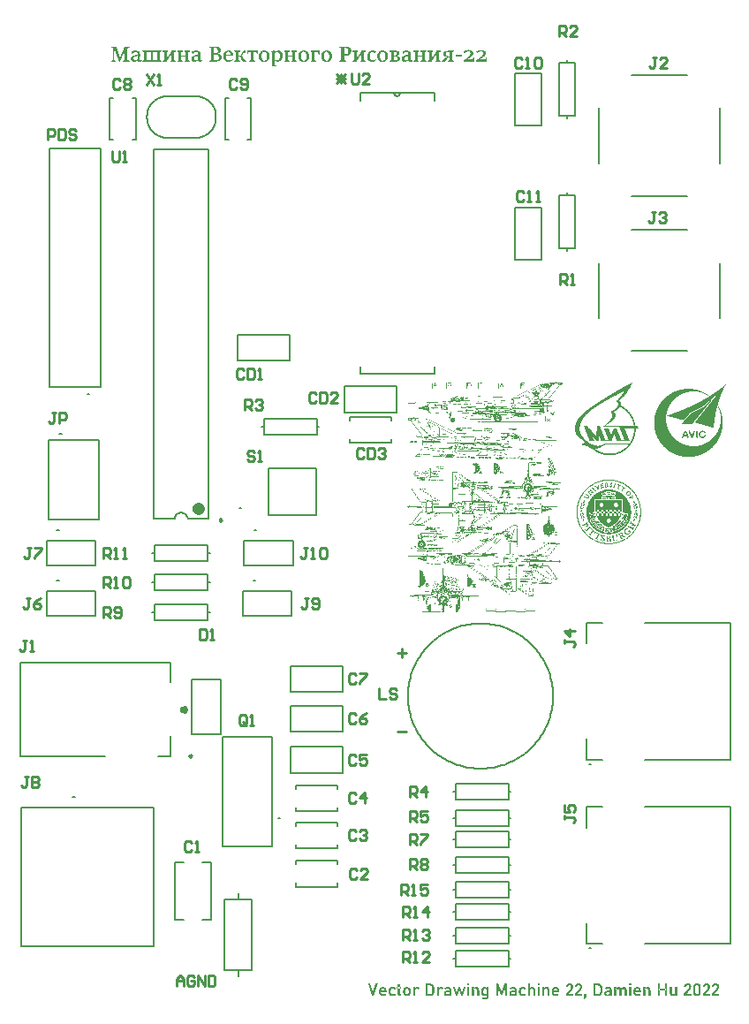
<source format=gto>
G04*
G04 #@! TF.GenerationSoftware,Altium Limited,Altium Designer,22.10.1 (41)*
G04*
G04 Layer_Color=65535*
%FSLAX25Y25*%
%MOIN*%
G70*
G04*
G04 #@! TF.SameCoordinates,0999A839-FE00-46F6-A3B1-7260279DBB53*
G04*
G04*
G04 #@! TF.FilePolarity,Positive*
G04*
G01*
G75*
%ADD10C,0.00500*%
%ADD11C,0.00600*%
%ADD12C,0.00787*%
%ADD13C,0.02362*%
%ADD14C,0.00984*%
%ADD15C,0.01575*%
%ADD16C,0.01000*%
G36*
X177144Y238673D02*
X177231Y238664D01*
X177763Y238669D01*
X177793Y238647D01*
X177806Y238634D01*
X177814Y238599D01*
X177823Y238513D01*
X177814Y238461D01*
X177793Y238431D01*
X177750Y238414D01*
X177551Y238422D01*
X177525Y238414D01*
X177054Y238418D01*
X176928Y238414D01*
X176902Y238422D01*
X176824Y238414D01*
X176803Y238392D01*
X176786Y238331D01*
X176790Y238258D01*
X176786Y237545D01*
X176794Y237519D01*
X176799Y237402D01*
X176781Y237359D01*
X176738Y237341D01*
X176617Y237350D01*
X176569Y237389D01*
X176552Y237450D01*
X176561Y238625D01*
X176591Y238656D01*
X176626Y238664D01*
X176634D01*
X176660Y238673D01*
X176967Y238669D01*
X177045Y238677D01*
X177119Y238682D01*
X177144Y238673D01*
D02*
G37*
G36*
X205502Y239062D02*
X205515Y239023D01*
X205524Y238988D01*
X205515Y238954D01*
X205524Y238712D01*
X205545Y238682D01*
X205614Y238664D01*
X205640Y238673D01*
X205658Y238682D01*
X205679Y238703D01*
X205688Y238764D01*
X205679Y238790D01*
X205688Y238988D01*
X205701Y239001D01*
X205735Y239010D01*
X205770Y239001D01*
X205800Y238971D01*
X205818Y238928D01*
X205809Y238798D01*
X205800Y238772D01*
X205809Y238720D01*
X205839Y238682D01*
X205883Y238664D01*
X205934Y238673D01*
X205965Y238703D01*
X206008Y238781D01*
X206038Y238811D01*
X206073Y238803D01*
X206094Y238781D01*
X206103Y238712D01*
X206133Y238673D01*
X206168Y238664D01*
X206276Y238660D01*
X206328Y238669D01*
X206453Y238707D01*
X206514Y238716D01*
X206600Y238725D01*
X207097Y238720D01*
X207465Y238725D01*
X207490Y238716D01*
X207551Y238707D01*
X207668Y238720D01*
X207763Y238712D01*
X207832Y238703D01*
X207867Y238695D01*
X207897Y238673D01*
X207910Y238634D01*
X207880Y238595D01*
X207845Y238586D01*
X207378Y238578D01*
X207339Y238556D01*
X207348Y238530D01*
X207361Y238517D01*
X207447Y238509D01*
X207577Y238500D01*
X207655Y238465D01*
X207715Y238448D01*
X207828Y238439D01*
X207854Y238431D01*
X207888Y238422D01*
X207936Y238409D01*
X207962Y238383D01*
X207953Y238331D01*
X207931Y238310D01*
X207914Y238301D01*
X207854Y238275D01*
X207819Y238267D01*
X207759Y238258D01*
X207724Y238249D01*
X207659Y238236D01*
X207525Y238215D01*
X207465Y238189D01*
X207430Y238180D01*
X207369Y238172D01*
X207283Y238163D01*
X207270Y238150D01*
X207253Y238107D01*
X207261Y238029D01*
X207292Y237999D01*
X207309Y237990D01*
X207331Y237968D01*
X207322Y237942D01*
X207287Y237934D01*
X207274Y237929D01*
X207248Y237938D01*
X207179Y237929D01*
X207153Y237921D01*
X207093Y237912D01*
X207011Y237899D01*
X206963Y237869D01*
X206929Y237834D01*
X206911Y237826D01*
X206855Y237769D01*
X206812Y237692D01*
X206777Y237657D01*
X206743Y237597D01*
X206730Y237584D01*
X206712Y237575D01*
X206691Y237553D01*
X206656Y237493D01*
X206613Y237450D01*
X206604Y237432D01*
X206565Y237385D01*
X206526Y237346D01*
X206483Y237268D01*
X206440Y237225D01*
X206414Y237181D01*
X206401Y237169D01*
X206384Y237160D01*
X206354Y237130D01*
X206319Y237069D01*
X206284Y237035D01*
X206250Y236974D01*
X206189Y236913D01*
X206159Y236857D01*
X206142Y236849D01*
X206120Y236827D01*
X206077Y236749D01*
X206034Y236706D01*
X205999Y236646D01*
X205947Y236594D01*
X205939Y236576D01*
X205900Y236529D01*
X205883Y236511D01*
X205865Y236503D01*
X205852Y236490D01*
X205843Y236473D01*
X205805Y236425D01*
X205783Y236403D01*
X205740Y236326D01*
X205714Y236300D01*
X205705Y236282D01*
X205649Y236200D01*
X205602Y236161D01*
X205593Y236144D01*
X205541Y236092D01*
X205532Y236075D01*
X205485Y236010D01*
X205468Y236001D01*
X205446Y235980D01*
X205411Y235919D01*
X205377Y235885D01*
X205333Y235807D01*
X205282Y235755D01*
X205273Y235738D01*
X205234Y235690D01*
X205204Y235660D01*
X205195Y235643D01*
X205165Y235604D01*
X205148Y235595D01*
X205117Y235565D01*
X205091Y235522D01*
X205061Y235491D01*
X205044Y235483D01*
X205022Y235435D01*
X205014Y235418D01*
X204975Y235370D01*
X204944Y235340D01*
X204910Y235279D01*
X204888Y235258D01*
X204875Y235254D01*
X204867Y235236D01*
X204828Y235189D01*
X204810Y235171D01*
X204793Y235163D01*
X204780Y235150D01*
X204771Y235133D01*
X204733Y235085D01*
X204702Y235055D01*
X204668Y234994D01*
X204642Y234968D01*
X204633Y234951D01*
X204616Y234934D01*
X204581Y234873D01*
X204521Y234813D01*
X204512Y234795D01*
X204452Y234735D01*
X204443Y234717D01*
X204387Y234661D01*
X204374Y234657D01*
X204365Y234640D01*
X204322Y234579D01*
X204296Y234553D01*
X204287Y234536D01*
X204231Y234454D01*
X204201Y234424D01*
X204166Y234363D01*
X204145Y234341D01*
X204132Y234337D01*
X204123Y234320D01*
X204084Y234264D01*
X204067Y234255D01*
X204037Y234225D01*
X204011Y234181D01*
X203950Y234121D01*
X203941Y234086D01*
X203903Y234030D01*
X203885Y234021D01*
X203872Y234009D01*
X203838Y233948D01*
X203786Y233896D01*
X203777Y233879D01*
X203747Y233840D01*
X203730Y233831D01*
X203708Y233810D01*
X203674Y233749D01*
X203622Y233697D01*
X203587Y233637D01*
X203557Y233607D01*
X203539Y233598D01*
X203496Y233529D01*
X203457Y233490D01*
X203423Y233429D01*
X203388Y233395D01*
X203380Y233377D01*
X203319Y233300D01*
X203293Y233274D01*
X203284Y233256D01*
X203245Y233209D01*
X203228Y233200D01*
X203198Y233170D01*
X203163Y233109D01*
X203137Y233092D01*
X203129Y233075D01*
X203094Y233014D01*
X203081Y233001D01*
X203064Y232993D01*
X203003Y232898D01*
X202947Y232841D01*
X202939Y232824D01*
X202908Y232794D01*
X202891Y232785D01*
X202870Y232764D01*
X202835Y232703D01*
X202792Y232660D01*
X202757Y232599D01*
X202723Y232565D01*
X202714Y232547D01*
X202675Y232500D01*
X202610Y232435D01*
X202601Y232418D01*
X202550Y232366D01*
X202541Y232331D01*
X202562Y232301D01*
X202597Y232292D01*
X202748Y232305D01*
X202792Y232323D01*
X202835Y232331D01*
X202839Y232336D01*
X202865Y232327D01*
X202952Y232336D01*
X202977Y232344D01*
X203284Y232340D01*
X203341Y232344D01*
X203367Y232336D01*
X203470Y232310D01*
X203531Y232292D01*
X203591Y232284D01*
X203691Y232288D01*
X203795Y232279D01*
X203864Y232271D01*
X203907Y232262D01*
X203941Y232254D01*
X203989Y232232D01*
X204050Y232215D01*
X204084Y232206D01*
X204145Y232197D01*
X204179Y232189D01*
X204253Y232176D01*
X204378Y232119D01*
X204439Y232111D01*
X204534Y232102D01*
X204629Y232059D01*
X204672Y232042D01*
X204741Y232024D01*
X204797Y232003D01*
X204810Y231990D01*
X204828Y231981D01*
X204849Y231942D01*
X204858Y231908D01*
X204836Y231852D01*
X204793Y231808D01*
X204733Y231782D01*
X204698Y231774D01*
X204650Y231761D01*
X204607Y231743D01*
X204538Y231726D01*
X204490Y231713D01*
X204421Y231696D01*
X204365Y231683D01*
X204296Y231657D01*
X204248Y231635D01*
X204179Y231618D01*
X204119Y231609D01*
X204032Y231601D01*
X203989Y231583D01*
X203920Y231566D01*
X203816Y231557D01*
X203790Y231549D01*
X203756Y231540D01*
X203557Y231532D01*
X203514Y231506D01*
X203479Y231471D01*
X203418Y231454D01*
X203336Y231423D01*
X203284Y231389D01*
X203228Y231367D01*
X203137Y231346D01*
X203124Y231333D01*
X203107Y231324D01*
X203064Y231281D01*
X202969Y231229D01*
X202891Y231194D01*
X202813Y231151D01*
X202779Y231117D01*
X202735Y231099D01*
X202584Y231104D01*
X202550Y231095D01*
X202524Y231078D01*
X202506Y231034D01*
X202489Y230896D01*
X202498Y230870D01*
X202485Y230676D01*
X202472Y230645D01*
X202433Y230607D01*
X202416Y230598D01*
X202329Y230511D01*
X202312Y230503D01*
X202273Y230438D01*
X202256Y230377D01*
X202251Y230200D01*
X202256Y230153D01*
X202247Y230127D01*
X202256Y230058D01*
X202286Y230027D01*
X202346Y230010D01*
X202416Y230027D01*
X202675Y230019D01*
X202701Y230010D01*
X202865Y230019D01*
X202891Y230010D01*
X202982Y230014D01*
X203016Y230006D01*
X203068Y229971D01*
X203107Y229958D01*
X203168Y229975D01*
X203393Y229967D01*
X203418Y229958D01*
X203453Y229949D01*
X203514Y229958D01*
X203557Y229975D01*
X203678Y229967D01*
X203704Y229975D01*
X203833Y229967D01*
X203859Y229958D01*
X204132Y229962D01*
X204279Y229954D01*
X204430Y229949D01*
X204456Y229958D01*
X204880Y229949D01*
X205001Y229932D01*
X205454Y229919D01*
X205627Y229911D01*
X205744Y229906D01*
X205770Y229915D01*
X206038Y229906D01*
X206323Y229915D01*
X206349Y229906D01*
X206462Y229915D01*
X206509Y229885D01*
X206518Y229850D01*
X206509Y229816D01*
X206488Y229794D01*
X206349Y229785D01*
X206176Y229794D01*
X206151Y229785D01*
X205649Y229777D01*
X205623Y229768D01*
X205459Y229777D01*
X205346Y229768D01*
X205126Y229772D01*
X205074Y229764D01*
X204962Y229755D01*
X204919Y229746D01*
X204849Y229738D01*
X204828Y229733D01*
X204802Y229742D01*
X204525Y229733D01*
X204499Y229725D01*
X204361Y229733D01*
X204300Y229725D01*
X204162Y229716D01*
X203531Y229707D01*
X203263Y229699D01*
X202999Y229703D01*
X202696Y229694D01*
X202606Y229690D01*
X202580Y229699D01*
X202303Y229690D01*
X202290Y229677D01*
X202273Y229634D01*
X202256Y229565D01*
X202264Y229452D01*
X202256Y229418D01*
X202247Y229150D01*
X202256Y228986D01*
X202247Y228873D01*
X202256Y228657D01*
X202269Y228557D01*
X202277Y228514D01*
X202294Y228480D01*
X202312Y228471D01*
X202390Y228428D01*
X202424Y228393D01*
X202442Y228385D01*
X202476Y228350D01*
X202493Y228341D01*
X202519Y228315D01*
X202627Y228276D01*
X202640Y228264D01*
X202658Y228255D01*
X202735Y228220D01*
X202783Y228199D01*
X202792Y228164D01*
X202783Y228138D01*
X202770Y228125D01*
X202735Y228117D01*
X202666Y228125D01*
X202619Y228164D01*
X202571Y228186D01*
X202493Y228177D01*
X202480Y228164D01*
X202472Y228130D01*
X202480Y228069D01*
X202515Y227991D01*
X202506Y227905D01*
X202467Y227857D01*
X202446Y227827D01*
X202433Y227814D01*
X202372Y227797D01*
X202148Y227788D01*
X202122Y227779D01*
X202061Y227762D01*
X201957Y227753D01*
X201897Y227728D01*
X201836Y227710D01*
X201611Y227693D01*
X201586Y227684D01*
X201529Y227671D01*
X201495Y227663D01*
X201443Y227654D01*
X201330Y227637D01*
X201287Y227628D01*
X201218Y227620D01*
X201097Y227611D01*
X201067Y227598D01*
X201045Y227576D01*
X201011Y227498D01*
X200985Y227438D01*
X200954Y227356D01*
X200933Y227326D01*
X200903Y227295D01*
X200885Y227287D01*
X200864Y227256D01*
X200833Y227226D01*
X200773Y227200D01*
X200643Y227140D01*
X200583Y227122D01*
X200475Y227101D01*
X200440Y227092D01*
X200388Y227083D01*
X200319Y227066D01*
X200271Y227053D01*
X200120Y227032D01*
X200086Y227023D01*
X199973Y227006D01*
X199930Y226988D01*
X199856Y226967D01*
X199675Y226941D01*
X199575Y226928D01*
X199485Y226889D01*
X199398Y226880D01*
X199282Y226867D01*
X199238Y226859D01*
X199186Y226850D01*
X199091Y226841D01*
X199022Y226815D01*
X198970Y226807D01*
X198866Y226798D01*
X198763Y226781D01*
X198676Y226772D01*
X198642Y226764D01*
X198594Y226742D01*
X198534Y226733D01*
X198408Y226720D01*
X198365Y226712D01*
X198253Y226694D01*
X198136Y226681D01*
X198067Y226673D01*
X198006Y226647D01*
X197972Y226638D01*
X197842Y226629D01*
X197816Y226621D01*
X197699Y226608D01*
X197501Y226599D01*
X197401Y226569D01*
X197194Y226543D01*
X197159Y226534D01*
X197047Y226526D01*
X197021Y226517D01*
X196973Y226504D01*
X196939Y226496D01*
X196895Y226487D01*
X196783Y226470D01*
X196705Y226461D01*
X196636Y226452D01*
X196584Y226444D01*
X196498Y226426D01*
X196450Y226413D01*
X196390Y226405D01*
X196355Y226396D01*
X196256Y226383D01*
X196152Y226375D01*
X196100Y226366D01*
X196013Y226349D01*
X195918Y226331D01*
X195845Y226310D01*
X195784Y226301D01*
X195607Y226288D01*
X195538Y226271D01*
X195486Y226262D01*
X195408Y226254D01*
X195335Y226232D01*
X195274Y226223D01*
X195119Y226215D01*
X195093Y226206D01*
X194980Y226197D01*
X194920Y226189D01*
X194851Y226180D01*
X194790Y226154D01*
X194755Y226145D01*
X194613Y226132D01*
X194501Y226115D01*
X194423Y226107D01*
X194375Y226094D01*
X194341Y226085D01*
X194263Y226076D01*
X194220Y226059D01*
X194159Y226050D01*
X193986Y226042D01*
X193900Y226007D01*
X193839Y225998D01*
X193805Y225990D01*
X193571Y225964D01*
X193536Y225955D01*
X193454Y225942D01*
X193368Y225934D01*
X193316Y225925D01*
X193212Y225916D01*
X193169Y225908D01*
X193130Y225895D01*
X193070Y225886D01*
X192815Y225873D01*
X192728Y225864D01*
X192119Y225851D01*
X192093Y225843D01*
X191920Y225851D01*
X191894Y225860D01*
X191751Y225856D01*
X191518Y225864D01*
X191483Y225873D01*
X191431Y225882D01*
X191250Y225890D01*
X191215Y225899D01*
X191172Y225916D01*
X191116Y225938D01*
X191060Y225951D01*
X191016Y225959D01*
X190982Y225968D01*
X190938Y225977D01*
X190904Y225985D01*
X190861Y226003D01*
X190770Y226042D01*
X190709Y226059D01*
X190493Y226171D01*
X190476Y226189D01*
X190459Y226197D01*
X190415Y226215D01*
X190359Y226236D01*
X190312Y226284D01*
X190294Y226292D01*
X190199Y226388D01*
X190186Y226392D01*
X190178Y226409D01*
X190160Y226426D01*
X190134Y226470D01*
X190109Y226496D01*
X190100Y226513D01*
X190083Y226530D01*
X190074Y226547D01*
X190044Y226578D01*
X190026Y226586D01*
X189983Y226604D01*
X189949Y226612D01*
X189421Y226604D01*
X189049Y226595D01*
X189023Y226586D01*
X188946Y226595D01*
X188885Y226621D01*
X188807Y226612D01*
X188764Y226595D01*
X188712Y226604D01*
X188669Y226621D01*
X188613Y226642D01*
X188600Y226656D01*
X188583Y226664D01*
X188548Y226699D01*
X188531Y226707D01*
X188509Y226729D01*
X188500Y226746D01*
X188483Y226764D01*
X188475Y226781D01*
X188414Y226824D01*
X188405Y226841D01*
X188375Y226872D01*
X188358Y226880D01*
X188328Y226910D01*
X188319Y226928D01*
X188297Y226949D01*
X188219Y226993D01*
X188207Y227006D01*
X188202Y227019D01*
X188185Y227027D01*
X188090Y227079D01*
X188047Y227105D01*
X188012Y227114D01*
X187355Y227105D01*
X187225Y227114D01*
X187199Y227105D01*
X187143Y227092D01*
X187113Y227088D01*
X187087Y227096D01*
X186767Y227088D01*
X186719Y227075D01*
X186668Y227040D01*
X186646Y227019D01*
X186629Y227010D01*
X186585Y226993D01*
X186542Y227001D01*
X186499Y227045D01*
X186438Y227070D01*
X186404Y227079D01*
X186352Y227088D01*
X186326Y227079D01*
X186266Y227070D01*
X186136Y227062D01*
X186110Y227070D01*
X185660Y227062D01*
X185626Y227053D01*
X185392Y227062D01*
X185366Y227053D01*
X184139Y227045D01*
X184096Y227019D01*
X184074Y226997D01*
X184065Y226893D01*
X184057Y226867D01*
X184048Y226833D01*
X184057Y226781D01*
X184087Y226733D01*
X184104Y226725D01*
X184182Y226681D01*
X184234Y226647D01*
X184338Y226629D01*
X184476Y226638D01*
X184852Y226642D01*
X184908Y226638D01*
X184934Y226647D01*
X185072Y226656D01*
X185159Y226647D01*
X185643Y226656D01*
X185669Y226647D01*
X185898Y226651D01*
X186270Y226642D01*
X186343Y226638D01*
X186369Y226647D01*
X186573Y226642D01*
X186642Y226651D01*
X186663Y226656D01*
X186689Y226647D01*
X186879Y226638D01*
X187497Y226625D01*
X187606Y226621D01*
X187631Y226629D01*
X187692Y226621D01*
X187727Y226612D01*
X187995Y226604D01*
X188038Y226586D01*
X188289Y226578D01*
X188314Y226569D01*
X188375Y226578D01*
X188548Y226560D01*
X188643Y226552D01*
X188669Y226560D01*
X188756Y226586D01*
X188773Y226578D01*
X188833Y226552D01*
X188894Y226543D01*
X188928Y226534D01*
X189015Y226508D01*
X189049Y226500D01*
X189196Y226491D01*
X189222Y226483D01*
X189374Y226470D01*
X189486Y226452D01*
X189581Y226435D01*
X189616Y226426D01*
X189668Y226418D01*
X189711Y226409D01*
X189758Y226396D01*
X189793Y226388D01*
X189936Y226375D01*
X189983Y226344D01*
X190018Y226310D01*
X190061Y226292D01*
X190121Y226284D01*
X190152Y226254D01*
X190143Y226176D01*
X190121Y226154D01*
X190039Y226124D01*
X189988Y226080D01*
X189957Y226050D01*
X189879Y226007D01*
X189862Y225990D01*
X189819Y225973D01*
X189737Y225942D01*
X189672Y225903D01*
X189585Y225877D01*
X189551Y225869D01*
X189490Y225860D01*
X189438Y225851D01*
X189421Y225834D01*
X189361Y225808D01*
X189326Y225800D01*
X189235Y225778D01*
X189205Y225765D01*
X189153Y225730D01*
X189011Y225700D01*
X188915Y225657D01*
X188868Y225644D01*
X188833Y225635D01*
X188734Y225614D01*
X188691Y225596D01*
X188678Y225583D01*
X188634Y225566D01*
X188574Y225557D01*
X188539Y225549D01*
X188483Y225527D01*
X188444Y225514D01*
X188410Y225506D01*
X188353Y225493D01*
X188314Y225480D01*
X188280Y225471D01*
X188180Y225458D01*
X188111Y225441D01*
X187986Y225402D01*
X187753Y225359D01*
X187696Y225346D01*
X187597Y225315D01*
X187515Y225302D01*
X187411Y225285D01*
X187342Y225276D01*
X187299Y225268D01*
X187255Y225251D01*
X187217Y225238D01*
X187182Y225229D01*
X187031Y225216D01*
X186914Y225203D01*
X186849Y225190D01*
X186814Y225181D01*
X186771Y225173D01*
X186676Y225155D01*
X186633Y225147D01*
X186529Y225138D01*
X186477Y225130D01*
X186218Y225121D01*
X186101Y225108D01*
X186067Y225099D01*
X185928Y225091D01*
X185902Y225082D01*
X185868Y225073D01*
X185781Y225065D01*
X185747Y225073D01*
X185639Y225060D01*
X185431Y225052D01*
X185206Y225043D01*
X185137Y225034D01*
X185094Y225026D01*
X185047Y224995D01*
X185034Y224983D01*
X185016Y224913D01*
X185008Y224818D01*
X184947Y224723D01*
X184934Y224676D01*
X184917Y224632D01*
X184895Y224602D01*
X184861Y224550D01*
X184848Y224503D01*
X184817Y224455D01*
X184800Y224438D01*
X184792Y224421D01*
X184757Y224369D01*
X184748Y224351D01*
X184679Y224282D01*
X184670Y224265D01*
X184640Y224235D01*
X184623Y224226D01*
X184606Y224209D01*
X184588Y224200D01*
X184519Y224131D01*
X184502Y224122D01*
X184459Y224079D01*
X184381Y224036D01*
X184377Y224014D01*
X184398Y223993D01*
X184467Y223984D01*
X184493Y223993D01*
X184528Y223984D01*
X184614Y223993D01*
X184913Y223988D01*
X185072Y223993D01*
X185098Y223984D01*
X185133Y223993D01*
X185250Y223997D01*
X185643Y223993D01*
X185669Y224001D01*
X185781Y223993D01*
X186075Y224001D01*
X186650Y224006D01*
X187182Y224001D01*
X187208Y224010D01*
X187476Y224001D01*
X187502Y224010D01*
X187653Y224006D01*
X187835Y224014D01*
X188150Y224019D01*
X188176Y224010D01*
X188397Y224014D01*
X188513Y224001D01*
X188730Y224010D01*
X188902Y224001D01*
X188928Y224010D01*
X189002Y224014D01*
X189097Y224006D01*
X189127Y224001D01*
X189153Y224010D01*
X189266Y224019D01*
X189391Y224014D01*
X189624Y224023D01*
X189724Y224027D01*
X189750Y224019D01*
X189832Y224014D01*
X189936Y224031D01*
X190000Y224036D01*
X190026Y224027D01*
X190087Y224019D01*
X190329Y224027D01*
X190549Y224031D01*
X190593Y224023D01*
X190683Y224019D01*
X190709Y224027D01*
X190848Y224036D01*
X190921Y224023D01*
X190977Y224019D01*
X191003Y224027D01*
X191219Y224019D01*
X191245Y224027D01*
X191306Y224036D01*
X191535Y224031D01*
X191626Y224036D01*
X191652Y224027D01*
X191721Y224010D01*
X191825Y224019D01*
X191851Y224027D01*
X192067Y224036D01*
X192093Y224044D01*
X192196Y224027D01*
X192279Y224040D01*
X192456Y224044D01*
X192482Y224036D01*
X192819Y224044D01*
X192845Y224036D01*
X192974Y224044D01*
X193000Y224036D01*
X193113Y224044D01*
X193437Y224040D01*
X194207Y224049D01*
X194306Y224053D01*
X194332Y224044D01*
X194734Y224049D01*
X194816Y224044D01*
X194842Y224053D01*
X195054Y224049D01*
X195097Y224058D01*
X195145Y224062D01*
X195170Y224053D01*
X195374Y224058D01*
X195482Y224053D01*
X195508Y224062D01*
X195629Y224053D01*
X195655Y224044D01*
X195771Y224058D01*
X197051Y224066D01*
X197150Y224070D01*
X197176Y224062D01*
X197851Y224070D01*
X197877Y224062D01*
X198404Y224070D01*
X198936Y224075D01*
X198979Y224049D01*
X198988Y224014D01*
X198979Y223997D01*
X198957Y223975D01*
X198897Y223967D01*
X197881Y223954D01*
X197868Y223949D01*
X197842Y223958D01*
X196921Y223954D01*
X196441Y223958D01*
X196424Y223949D01*
X196398Y223958D01*
X196039Y223954D01*
X196018Y223958D01*
X195992Y223949D01*
X195853Y223941D01*
X195819Y223949D01*
X195586Y223941D01*
X195560Y223949D01*
X195266Y223941D01*
X195153Y223949D01*
X195119Y223941D01*
X194803Y223945D01*
X194604Y223936D01*
X194552Y223928D01*
X194479Y223923D01*
X194453Y223932D01*
X194392Y223941D01*
X194358Y223949D01*
X194245Y223941D01*
X194086Y223936D01*
X193917Y223941D01*
X193891Y223932D01*
X193753Y223923D01*
X193433Y223915D01*
X193407Y223923D01*
X193359Y223936D01*
X193260Y223941D01*
X193234Y223932D01*
X193199Y223923D01*
X193100Y223928D01*
X193048Y223919D01*
X192802Y223915D01*
X192776Y223923D01*
X192715Y223915D01*
X192447Y223923D01*
X192421Y223915D01*
X191816Y223906D01*
X191790Y223898D01*
X191717Y223910D01*
X191531Y223915D01*
X191505Y223906D01*
X191444Y223898D01*
X191384Y223906D01*
X191142Y223898D01*
X190995Y223906D01*
X190969Y223898D01*
X190696Y223902D01*
X190562Y223898D01*
X190536Y223906D01*
X190415Y223915D01*
X190390Y223906D01*
X190199Y223898D01*
X189992Y223906D01*
X189966Y223898D01*
X189866Y223893D01*
X189378Y223898D01*
X189352Y223889D01*
X188967Y223893D01*
X188773Y223889D01*
X188747Y223898D01*
X188470Y223889D01*
X188444Y223898D01*
X188250Y223893D01*
X188168Y223898D01*
X188142Y223889D01*
X187463Y223893D01*
X186931Y223889D01*
X186923D01*
X186106Y223885D01*
X186023Y223889D01*
X185997Y223880D01*
X185647Y223885D01*
X185535Y223876D01*
X185522Y223872D01*
X185496Y223880D01*
X184575Y223876D01*
X184294Y223880D01*
X184268Y223872D01*
X183918Y223876D01*
X183784Y223872D01*
X183758Y223880D01*
X183559Y223872D01*
X183534Y223863D01*
X183374Y223876D01*
X183222Y223880D01*
X183196Y223872D01*
X182842Y223880D01*
X182816Y223872D01*
X182708Y223867D01*
X182591Y223872D01*
X182565Y223863D01*
X182189Y223867D01*
X181917Y223863D01*
X181891Y223872D01*
X181753Y223863D01*
X181727Y223854D01*
X181640Y223863D01*
X181446Y223859D01*
X181337Y223863D01*
X181312Y223854D01*
X181005Y223850D01*
X180784Y223854D01*
X180758Y223846D01*
X180244Y223850D01*
X179842Y223846D01*
X179816Y223854D01*
X179608Y223846D01*
X179583Y223854D01*
X179522Y223846D01*
X179358Y223854D01*
X178878Y223841D01*
X178778Y223837D01*
X178753Y223846D01*
X178281Y223841D01*
X178147Y223846D01*
X178121Y223837D01*
X177667Y223833D01*
X177542Y223837D01*
X177516Y223828D01*
X177434Y223833D01*
X177300Y223828D01*
X177274Y223837D01*
X177162Y223828D01*
X177136Y223820D01*
X176911Y223828D01*
X176885Y223837D01*
X176678Y223828D01*
X176652Y223820D01*
X176405Y223824D01*
X176254Y223820D01*
X176228Y223828D01*
X175882Y223820D01*
X175670Y223815D01*
X174663Y223820D01*
X174637Y223811D01*
X174412Y223820D01*
X174386Y223811D01*
X171858Y223807D01*
X171222Y223811D01*
X171196Y223802D01*
X170742Y223807D01*
X167699Y223798D01*
X167582Y223794D01*
X167556Y223802D01*
X167211Y223794D01*
X167103Y223798D01*
X167020Y223794D01*
X166994Y223802D01*
X166601Y223798D01*
X166130Y223802D01*
X166104Y223794D01*
X166017Y223785D01*
X165991Y223794D01*
X165801Y223785D01*
X165585Y223794D01*
X165559Y223802D01*
X165430Y223794D01*
X165404Y223785D01*
X165257Y223794D01*
X165231Y223802D01*
X165140Y223790D01*
X164945Y223785D01*
X164919Y223794D01*
X164440Y223798D01*
X164275Y223790D01*
X164228Y223785D01*
X164202Y223794D01*
X163804Y223785D01*
X163778Y223794D01*
X163700Y223802D01*
X163674Y223794D01*
X163368Y223798D01*
X163190Y223794D01*
X163164Y223802D01*
X163061Y223785D01*
X162862Y223794D01*
X162806Y223833D01*
X162814Y223876D01*
X162827Y223889D01*
X162888Y223898D01*
X163000Y223906D01*
X163437Y223902D01*
X164846Y223910D01*
X164954Y223915D01*
X164980Y223906D01*
X165598Y223910D01*
X165767Y223906D01*
X165793Y223915D01*
X165970Y223910D01*
X166000Y223932D01*
X166005Y223945D01*
X165966Y223984D01*
X165948Y223993D01*
X165879Y224062D01*
X165862Y224070D01*
X165814Y224109D01*
X165788Y224135D01*
X165780Y224153D01*
X165728Y224248D01*
X165693Y224300D01*
X165680Y224356D01*
X165637Y224425D01*
X165624Y224438D01*
X165607Y224498D01*
X165598Y224637D01*
X165589Y224697D01*
X165598Y224810D01*
X165607Y224957D01*
X165615Y224983D01*
X165650Y225043D01*
X165667Y225060D01*
X165676Y225095D01*
X165667Y225121D01*
X165628Y225186D01*
X165611Y225194D01*
X165551Y225229D01*
X165503Y225268D01*
X165395Y225376D01*
X165378Y225385D01*
X165356Y225406D01*
X165347Y225424D01*
X165326Y225454D01*
X165308Y225462D01*
X165261Y225501D01*
X165205Y225557D01*
X165188Y225566D01*
X165166Y225588D01*
X165157Y225605D01*
X165131Y225631D01*
X165123Y225648D01*
X165105Y225692D01*
X165114Y225795D01*
X165140Y225856D01*
X165149Y225942D01*
X165174Y226003D01*
X165218Y226080D01*
X165252Y226115D01*
X165261Y226132D01*
X165317Y226206D01*
X165334Y226215D01*
X165347Y226227D01*
X165365Y226271D01*
X165356Y226357D01*
X165347Y226383D01*
X165356Y226651D01*
X165417Y226781D01*
X165438Y226898D01*
X165430Y226932D01*
X165404Y226958D01*
X165343Y226967D01*
X165257Y226958D01*
X164755Y226967D01*
X163385Y226971D01*
X163303Y226967D01*
X163277Y226975D01*
X162901Y226971D01*
X162425Y226980D01*
X162317Y226993D01*
X162291Y226984D01*
X162179Y226993D01*
X162153Y227001D01*
X162118Y227010D01*
X162058Y227019D01*
X161971Y227027D01*
X161842Y227036D01*
X161816Y227045D01*
X161686Y227053D01*
X161660Y227062D01*
X161539Y227070D01*
X161513Y227079D01*
X161478Y227088D01*
X161392Y227096D01*
X161357Y227105D01*
X161314Y227122D01*
X161284Y227153D01*
X161280Y227218D01*
X161293Y227291D01*
X161331Y227339D01*
X161336Y227386D01*
X161314Y227390D01*
X161284Y227360D01*
X161275Y227343D01*
X161262Y227330D01*
X161228Y227321D01*
X161167Y227313D01*
X161090Y227321D01*
X161064Y227330D01*
X161029Y227339D01*
X160856Y227330D01*
X160817Y227291D01*
X160809Y227256D01*
X160800Y227066D01*
X160761Y227027D01*
X160709Y227036D01*
X160679Y227058D01*
X160661Y227101D01*
X160653Y227308D01*
X160614Y227356D01*
X160553Y227347D01*
X160532Y227326D01*
X160514Y227256D01*
X160506Y227092D01*
X160476Y227062D01*
X160441Y227053D01*
X160394Y227066D01*
X160368Y227127D01*
X160372Y227330D01*
X160359Y227360D01*
X160320Y227373D01*
X160277Y227364D01*
X160255Y227343D01*
X160203Y227248D01*
X160190Y227235D01*
X160138Y227243D01*
X160117Y227291D01*
X160095Y227347D01*
X160069Y227373D01*
X160013Y227386D01*
X159970Y227395D01*
X159862Y227408D01*
X159836Y227399D01*
X159801Y227390D01*
X159758Y227373D01*
X159689Y227356D01*
X159369Y227347D01*
X159343Y227339D01*
X158807Y227330D01*
X158781Y227321D01*
X158747Y227313D01*
X158470Y227304D01*
X158444Y227295D01*
X158288Y227304D01*
X158262Y227295D01*
X158089Y227304D01*
X158063Y227313D01*
X157951Y227321D01*
X157925Y227313D01*
X157796Y227321D01*
X157770Y227330D01*
X157735Y227339D01*
X157631Y227330D01*
X157605Y227321D01*
X157519Y227313D01*
X157380Y227304D01*
X157095Y227313D01*
X157074Y227334D01*
X157082Y227395D01*
X157104Y227416D01*
X157164Y227434D01*
X157277Y227442D01*
X157458Y227451D01*
X157484Y227442D01*
X157679Y227455D01*
X157705Y227472D01*
X157713Y227507D01*
X157705Y227524D01*
X157683Y227546D01*
X157649Y227555D01*
X157519Y227563D01*
X157493Y227572D01*
X157411Y227585D01*
X157368Y227593D01*
X157324Y227611D01*
X157281Y227654D01*
X157264Y227715D01*
X157272Y227827D01*
X157264Y228043D01*
X157255Y228104D01*
X157216Y228151D01*
X157190Y228177D01*
X157147Y228194D01*
X157087Y228203D01*
X157000Y228212D01*
X156931Y228229D01*
X156849Y228259D01*
X156775Y228290D01*
X156741Y228298D01*
X156611Y228307D01*
X156585Y228315D01*
X156507Y228350D01*
X156447Y228367D01*
X156339Y228389D01*
X156213Y228428D01*
X156179Y228436D01*
X156066Y228445D01*
X156040Y228454D01*
X155967Y228467D01*
X155932Y228475D01*
X155889Y228493D01*
X155842Y228506D01*
X155742Y228527D01*
X155695Y228540D01*
X155613Y228553D01*
X155569Y228562D01*
X155535Y228571D01*
X155427Y228618D01*
X155288Y228627D01*
X155254Y228635D01*
X155206Y228648D01*
X155089Y228696D01*
X154990Y228709D01*
X154947Y228717D01*
X154895Y228726D01*
X154852Y228735D01*
X154808Y228752D01*
X154761Y228774D01*
X154692Y228791D01*
X154549Y228804D01*
X154506Y228813D01*
X154389Y228860D01*
X154303Y228869D01*
X154268Y228877D01*
X154182Y228886D01*
X154156Y228895D01*
X154121Y228903D01*
X153983Y228947D01*
X153948Y228955D01*
X153805Y228986D01*
X153736Y229011D01*
X153689Y229024D01*
X153654Y229033D01*
X153594Y229042D01*
X153429Y229094D01*
X153395Y229102D01*
X153339Y229124D01*
X153321Y229167D01*
X153330Y229193D01*
X153343Y229206D01*
X153403Y229215D01*
X153490Y229223D01*
X153576Y229258D01*
X153637Y229275D01*
X153706Y229292D01*
X153762Y229314D01*
X153853Y229353D01*
X153888Y229362D01*
X153961Y229375D01*
X154004Y229392D01*
X154078Y229422D01*
X154138Y229439D01*
X154208Y229457D01*
X154259Y229465D01*
X154355Y229526D01*
X154441Y229535D01*
X154540Y229556D01*
X154588Y229578D01*
X154623Y229586D01*
X154713Y229608D01*
X154787Y229630D01*
X154843Y229651D01*
X154886Y229668D01*
X154942Y229690D01*
X155012Y229707D01*
X155068Y229720D01*
X155111Y229738D01*
X155202Y229777D01*
X155271Y229794D01*
X155318Y229807D01*
X155392Y229846D01*
X155453Y229863D01*
X155595Y229893D01*
X155664Y229919D01*
X155699Y229928D01*
X155742Y229937D01*
X155811Y229954D01*
X155859Y229967D01*
X155971Y230019D01*
X156006Y230027D01*
X156105Y230049D01*
X156149Y230066D01*
X156213Y230105D01*
X156270Y230118D01*
X156365Y230135D01*
X156416Y230170D01*
X156464Y230183D01*
X156499Y230191D01*
X156563Y230205D01*
X156633Y230230D01*
X156723Y230269D01*
X156857Y230291D01*
X156927Y230317D01*
X157052Y230356D01*
X157121Y230382D01*
X157143Y230395D01*
X157160Y230438D01*
X157151Y230602D01*
X157143Y230628D01*
X157151Y230818D01*
X157164Y230840D01*
X157182Y230849D01*
X157294Y230901D01*
X157355Y230926D01*
X157398Y230944D01*
X157501Y230970D01*
X157562Y230987D01*
X157597Y230996D01*
X157670Y231009D01*
X157744Y231030D01*
X157847Y231056D01*
X157886Y231078D01*
X157873Y231091D01*
X157813Y231099D01*
X157778Y231108D01*
X157506Y231095D01*
X157437Y231086D01*
X156996Y231078D01*
X156953Y231069D01*
X156806Y231060D01*
X156697Y231056D01*
X156672Y231065D01*
X156559Y231056D01*
X155868Y231048D01*
X155842Y231039D01*
X155578Y231043D01*
X155137Y231034D01*
X154367Y231026D01*
X153909Y231017D01*
X153702Y231009D01*
X153672Y231004D01*
X153646Y231013D01*
X153378Y231004D01*
X152612Y231000D01*
X152530Y231004D01*
X152504Y230996D01*
X152470Y230987D01*
X152457Y230974D01*
X152465Y230913D01*
X152535Y230844D01*
X152543Y230810D01*
X152530Y230788D01*
X152513Y230779D01*
X152470Y230762D01*
X152383Y230771D01*
X152336Y230801D01*
X152327Y230818D01*
X152284Y230879D01*
X152258Y230905D01*
X152249Y230922D01*
X152210Y230961D01*
X152176Y230970D01*
X151999Y230957D01*
X151830Y230952D01*
X151804Y230961D01*
X151614Y230952D01*
X151406Y230926D01*
X151268Y230935D01*
X151199Y230918D01*
X151125Y230931D01*
X151078Y230935D01*
X151052Y230926D01*
X150641Y230931D01*
X150503Y230922D01*
X150378Y230918D01*
X150360Y230926D01*
X150334Y230918D01*
X150231Y230901D01*
X150092Y230892D01*
X150066Y230901D01*
X149993Y230888D01*
X149958Y230879D01*
X149798Y230874D01*
X149759Y230905D01*
X149768Y230974D01*
X149790Y230996D01*
X149824Y231004D01*
X150136Y231013D01*
X150161Y231021D01*
X150239Y231030D01*
X150265Y231021D01*
X150429Y231030D01*
X150823Y231043D01*
X150901Y231052D01*
X151004Y231060D01*
X151056Y231069D01*
X151091Y231078D01*
X151138Y231091D01*
X151199Y231099D01*
X151233Y231108D01*
X151372Y231117D01*
X151648Y231125D01*
X151674Y231134D01*
X151830Y231125D01*
X151856Y231134D01*
X151990Y231147D01*
X152102Y231155D01*
X152137Y231164D01*
X152180Y231182D01*
X152210Y231203D01*
X152232Y231225D01*
X152241Y231242D01*
X152319Y231320D01*
X152327Y231337D01*
X152357Y231367D01*
X152418Y231385D01*
X152470Y231376D01*
X152491Y231354D01*
X152500Y231320D01*
X152457Y231225D01*
X152465Y231199D01*
X152478Y231186D01*
X152539Y231177D01*
X152829Y231190D01*
X153071Y231199D01*
X153308Y231203D01*
X153334Y231194D01*
X153758Y231203D01*
X154208Y231212D01*
X154242Y231220D01*
X154389Y231229D01*
X154415Y231238D01*
X154450Y231246D01*
X154510Y231238D01*
X154545Y231229D01*
X154631Y231238D01*
X154674Y231255D01*
X154804Y231246D01*
X154830Y231238D01*
X154886Y231251D01*
X154938Y231259D01*
X154968Y231264D01*
X154994Y231255D01*
X155176Y231264D01*
X155202Y231272D01*
X155561Y231277D01*
X155746Y231272D01*
X155772Y231281D01*
X156235Y231285D01*
X156282Y231281D01*
X156308Y231290D01*
X156538Y231294D01*
X156646Y231290D01*
X156672Y231298D01*
X157017Y231307D01*
X157043Y231315D01*
X157078Y231324D01*
X157164Y231315D01*
X157190Y231307D01*
X157264Y231320D01*
X157307Y231328D01*
X157657Y231341D01*
X157675Y231350D01*
X157700Y231341D01*
X157813Y231350D01*
X157839Y231359D01*
X158029Y231350D01*
X158055Y231359D01*
X158466Y231372D01*
X158552Y231380D01*
X158690Y231389D01*
X158742Y231398D01*
X158820Y231406D01*
X158928Y231411D01*
X158954Y231402D01*
X159127Y231411D01*
X159153Y231419D01*
X159300Y231428D01*
X159326Y231436D01*
X159538Y231441D01*
X159628Y231436D01*
X159654Y231445D01*
X160078Y231454D01*
X160104Y231462D01*
X160225Y231471D01*
X160320Y231514D01*
X160355Y231523D01*
X160463Y231536D01*
X160558Y231545D01*
X160610Y231553D01*
X160683Y231583D01*
X160787Y231601D01*
X160873Y231609D01*
X160934Y231618D01*
X161167Y231627D01*
X161193Y231635D01*
X161271Y231644D01*
X161297Y231653D01*
X161357Y231644D01*
X161405Y231605D01*
X161422Y231588D01*
X161457Y231527D01*
X161478Y231506D01*
X161513Y231497D01*
X161595Y231510D01*
X161664Y231519D01*
X161777Y231527D01*
X161924Y231536D01*
X162028Y231545D01*
X162123Y231562D01*
X162157Y231571D01*
X162209Y231579D01*
X162278Y231588D01*
X162382Y231605D01*
X162469Y231614D01*
X162546Y231622D01*
X162650Y231640D01*
X162685Y231648D01*
X162754Y231657D01*
X162810Y231661D01*
X162836Y231653D01*
X162922Y231661D01*
X162966Y231679D01*
X163164Y231687D01*
X163190Y231696D01*
X163510Y231704D01*
X163597Y231713D01*
X163774Y231726D01*
X163955Y231735D01*
X163990Y231743D01*
X164115Y231782D01*
X164176Y231791D01*
X164245Y231800D01*
X164280Y231834D01*
X164297Y231843D01*
X164357Y231869D01*
X164392Y231877D01*
X164440Y231916D01*
X164461Y231938D01*
X164543Y231968D01*
X164574Y231990D01*
X164600Y232016D01*
X164617Y232024D01*
X164660Y232042D01*
X164738Y232085D01*
X164798Y232111D01*
X164833Y232119D01*
X164881Y232158D01*
X164894Y232171D01*
X164937Y232189D01*
X165006Y232215D01*
X165053Y232254D01*
X165067Y232266D01*
X165127Y232292D01*
X165205Y232336D01*
X165257Y232370D01*
X165283Y232379D01*
X165378Y232439D01*
X165412Y232448D01*
X165490Y232491D01*
X165542Y232526D01*
X165633Y232547D01*
X165663Y232569D01*
X165689Y232595D01*
X165750Y232621D01*
X165810Y232656D01*
X165836Y232681D01*
X165922Y232716D01*
X165940Y232725D01*
X165957Y232742D01*
X165974Y232751D01*
X165991Y232768D01*
X166035Y232785D01*
X166091Y232807D01*
X166121Y232837D01*
X166165Y232854D01*
X166199Y232863D01*
X166255Y232893D01*
X166264Y232911D01*
X166286Y232932D01*
X166355Y232949D01*
X166398Y232967D01*
X166458Y233010D01*
X166536Y233053D01*
X166562Y233079D01*
X166579Y233088D01*
X166623Y233105D01*
X166657Y233114D01*
X166718Y233148D01*
X166735Y233166D01*
X166752Y233174D01*
X166796Y233192D01*
X166830Y233200D01*
X166912Y233230D01*
X166925Y233243D01*
X166986Y233261D01*
X167124Y233269D01*
X167150Y233278D01*
X167215Y233291D01*
X167250Y233300D01*
X167297Y233313D01*
X167366Y233330D01*
X167474Y233343D01*
X167517Y233351D01*
X167561Y233369D01*
X167613Y233412D01*
X167634Y233434D01*
X167695Y233468D01*
X167712Y233494D01*
X167729Y233503D01*
X167747Y233520D01*
X167824Y233563D01*
X167842Y233581D01*
X167859Y233589D01*
X167920Y233624D01*
X167941Y233646D01*
X167950Y233663D01*
X167963Y233676D01*
X167980Y233684D01*
X168023Y233702D01*
X168058Y233710D01*
X168114Y233697D01*
X168183Y233654D01*
X168213Y233624D01*
X168291Y233581D01*
X168317Y233555D01*
X168360Y233537D01*
X168395Y233529D01*
X168499Y233520D01*
X168585Y233460D01*
X168646Y233451D01*
X168732Y233460D01*
X168914Y233468D01*
X168940Y233477D01*
X169018Y233486D01*
X169044Y233477D01*
X169156Y233468D01*
X169260Y233486D01*
X169320Y233494D01*
X169484Y233503D01*
X170077Y233499D01*
X170461Y233503D01*
X170505Y233486D01*
X170582Y233494D01*
X170608Y233503D01*
X170781Y233494D01*
X170807Y233503D01*
X171417Y233499D01*
X171637Y233503D01*
X171663Y233494D01*
X171853Y233503D01*
X171879Y233494D01*
X171966Y233486D01*
X171992Y233494D01*
X172052Y233503D01*
X172636Y233499D01*
X172930Y233507D01*
X173090Y233511D01*
X173116Y233503D01*
X173487Y233511D01*
X173678Y233520D01*
X173703Y233511D01*
X174516Y233520D01*
X176142Y233529D01*
X176172Y233550D01*
X176163Y233594D01*
X176137Y233654D01*
X176146Y233680D01*
X176176Y233710D01*
X176245Y233728D01*
X176565Y233719D01*
X176591Y233710D01*
X176773Y233702D01*
X176799Y233693D01*
X176881Y233680D01*
X176950Y233654D01*
X176963Y233641D01*
X177075Y233581D01*
X177136Y233537D01*
X177205Y233520D01*
X177399Y233524D01*
X178584Y233516D01*
X178662Y233507D01*
X178753Y233503D01*
X178778Y233511D01*
X178835Y233516D01*
X178951Y233503D01*
X179384Y233494D01*
X179410Y233486D01*
X179859Y233477D01*
X180049Y233468D01*
X180075Y233460D01*
X180136Y233468D01*
X180188Y233477D01*
X180214Y233468D01*
X180352Y233460D01*
X180590Y233464D01*
X180789Y233455D01*
X181186Y233447D01*
X181662Y233438D01*
X181804Y233434D01*
X181830Y233442D01*
X181969Y233434D01*
X181995Y233425D01*
X182103Y233412D01*
X182193Y233408D01*
X182219Y233416D01*
X182319Y233403D01*
X182371Y233395D01*
X182470Y233390D01*
X182496Y233399D01*
X182531Y233390D01*
X182846Y233386D01*
X182954Y233390D01*
X182980Y233382D01*
X183335Y233373D01*
X183361Y233365D01*
X184139Y233356D01*
X184165Y233347D01*
X184528Y233338D01*
X184554Y233330D01*
X184666Y233338D01*
X184692Y233330D01*
X184727Y233321D01*
X184787Y233313D01*
X184908Y233321D01*
X184934Y233313D01*
X184995Y233304D01*
X185371Y233308D01*
X185414Y233300D01*
X185483Y233291D01*
X185548Y233287D01*
X185574Y233295D01*
X185768Y233291D01*
X185807Y233295D01*
X185833Y233287D01*
X185972Y233278D01*
X186443Y233265D01*
X186512Y233256D01*
X186672Y233243D01*
X186715Y233226D01*
X186849Y233230D01*
X186987Y233222D01*
X187057Y233213D01*
X187070Y233209D01*
X187095Y233218D01*
X187281Y233213D01*
X187329Y233218D01*
X187355Y233209D01*
X187597Y233218D01*
X187623Y233209D01*
X187912Y233196D01*
X188163Y233187D01*
X188207Y233179D01*
X188353Y233170D01*
X188444Y233166D01*
X188470Y233174D01*
X188609Y233166D01*
X188634Y233157D01*
X188902Y233166D01*
X188928Y233174D01*
X189101Y233183D01*
X189127Y233192D01*
X189227Y233205D01*
X189300Y233226D01*
X189408Y233265D01*
X189525Y233330D01*
X189585Y233356D01*
X189642Y233377D01*
X189750Y233434D01*
X189832Y233464D01*
X189862Y233486D01*
X189957Y233529D01*
X189992Y233537D01*
X190078Y233589D01*
X190139Y233607D01*
X190221Y233637D01*
X190243Y233658D01*
X190260Y233667D01*
X190355Y233710D01*
X190415Y233745D01*
X190493Y233780D01*
X190541Y233792D01*
X190588Y233823D01*
X190683Y233866D01*
X190727Y233883D01*
X190787Y233927D01*
X190848Y233944D01*
X190895Y233957D01*
X190938Y233974D01*
X191047Y234021D01*
X191107Y234056D01*
X191133Y234082D01*
X191150Y234091D01*
X191228Y234125D01*
X191284Y234147D01*
X191436Y234220D01*
X191548Y234272D01*
X191604Y234294D01*
X191712Y234350D01*
X191769Y234363D01*
X191799Y234376D01*
X191846Y234415D01*
X191859Y234428D01*
X191928Y234445D01*
X191985Y234467D01*
X192036Y234501D01*
X192132Y234536D01*
X192162Y234558D01*
X192179Y234575D01*
X192196Y234583D01*
X192240Y234601D01*
X192322Y234631D01*
X192343Y234653D01*
X192361Y234661D01*
X192404Y234679D01*
X192438Y234687D01*
X192508Y234713D01*
X192555Y234752D01*
X192603Y234774D01*
X192685Y234804D01*
X192750Y234843D01*
X192797Y234856D01*
X192862Y234886D01*
X192888Y234912D01*
X192905Y234921D01*
X192966Y234947D01*
X193022Y234968D01*
X193035Y234981D01*
X193113Y235016D01*
X193199Y235050D01*
X193255Y235072D01*
X193299Y235089D01*
X193355Y235111D01*
X193389Y235120D01*
X193476Y235180D01*
X193532Y235193D01*
X193584Y235228D01*
X193597Y235241D01*
X193614Y235249D01*
X193658Y235266D01*
X193714Y235288D01*
X193822Y235344D01*
X193878Y235366D01*
X193986Y235422D01*
X194042Y235435D01*
X194086Y235452D01*
X194155Y235496D01*
X194211Y235517D01*
X194267Y235530D01*
X194297Y235543D01*
X194358Y235586D01*
X194414Y235608D01*
X194457Y235625D01*
X194470Y235638D01*
X194488Y235647D01*
X194505Y235664D01*
X194548Y235682D01*
X194630Y235712D01*
X194695Y235751D01*
X194712Y235759D01*
X194773Y235785D01*
X194829Y235798D01*
X194872Y235816D01*
X194993Y235876D01*
X195024Y235898D01*
X195119Y235941D01*
X195196Y235984D01*
X195292Y236027D01*
X195352Y236062D01*
X195447Y236105D01*
X195503Y236127D01*
X195577Y236166D01*
X195663Y236200D01*
X195828Y236278D01*
X195905Y236321D01*
X195966Y236347D01*
X196001Y236356D01*
X196061Y236390D01*
X196104Y236416D01*
X196186Y236447D01*
X196217Y236468D01*
X196268Y236503D01*
X196342Y236516D01*
X196411Y236542D01*
X196441Y236563D01*
X196519Y236598D01*
X196575Y236620D01*
X196627Y236654D01*
X196718Y236693D01*
X196865Y236762D01*
X196960Y236814D01*
X197055Y236857D01*
X197099Y236875D01*
X197155Y236896D01*
X197202Y236918D01*
X197263Y236935D01*
X197323Y236970D01*
X197349Y236996D01*
X197410Y237013D01*
X197466Y237035D01*
X197574Y237091D01*
X197622Y237104D01*
X197691Y237147D01*
X197704Y237160D01*
X197764Y237186D01*
X197894Y237246D01*
X198002Y237285D01*
X198071Y237329D01*
X198166Y237363D01*
X198274Y237419D01*
X198330Y237441D01*
X198361Y237454D01*
X198421Y237497D01*
X198503Y237527D01*
X198573Y237571D01*
X198672Y237601D01*
X198728Y237622D01*
X198780Y237657D01*
X198836Y237679D01*
X198884Y237692D01*
X198992Y237748D01*
X199048Y237769D01*
X199117Y237813D01*
X199238Y237873D01*
X199346Y237921D01*
X199381Y237929D01*
X199424Y237947D01*
X199442Y237955D01*
X199493Y237990D01*
X199580Y238016D01*
X199636Y238037D01*
X199649Y238050D01*
X199666Y238059D01*
X199744Y238094D01*
X199792Y238107D01*
X199917Y238172D01*
X199973Y238193D01*
X199995Y238215D01*
X200012Y238223D01*
X200073Y238249D01*
X200155Y238280D01*
X200202Y238327D01*
X200245Y238344D01*
X200302Y238357D01*
X200371Y238383D01*
X200418Y238405D01*
X200522Y238422D01*
X200604Y238435D01*
X200647Y238444D01*
X200751Y238452D01*
X200820Y238470D01*
X200890Y238478D01*
X200933Y238487D01*
X200967Y238496D01*
X201222Y238509D01*
X201326Y238517D01*
X201352Y238526D01*
X201387Y238535D01*
X201447Y238543D01*
X201629Y238552D01*
X201655Y238561D01*
X201789Y238574D01*
X201901Y238582D01*
X202230Y238591D01*
X202251Y238595D01*
X202277Y238586D01*
X202390Y238595D01*
X202424Y238604D01*
X202701Y238612D01*
X202727Y238621D01*
X202865Y238630D01*
X202891Y238638D01*
X202991Y238634D01*
X203042Y238643D01*
X203107Y238647D01*
X203133Y238638D01*
X203375Y238647D01*
X203449Y238660D01*
X203557Y238664D01*
X203583Y238656D01*
X203669Y238664D01*
X204166Y238669D01*
X204300Y238664D01*
X204326Y238673D01*
X204538Y238669D01*
X205027Y238673D01*
X205052Y238664D01*
X205243Y238673D01*
X205346Y238682D01*
X205368Y238703D01*
X205385Y238746D01*
X205394Y238824D01*
X205385Y238850D01*
X205394Y239023D01*
X205433Y239071D01*
X205472Y239075D01*
X205502Y239062D01*
D02*
G37*
G36*
X172493Y238664D02*
X172930Y238660D01*
X173176Y238664D01*
X173202Y238656D01*
X173263Y238621D01*
X173375Y238561D01*
X173405Y238530D01*
X173431Y238487D01*
X173457Y238461D01*
X173474Y238418D01*
Y238392D01*
Y238383D01*
X173483Y238357D01*
X173470Y238301D01*
X173457Y238288D01*
X173448Y238271D01*
X173405Y238228D01*
X173397Y238167D01*
X173405Y238124D01*
X173418Y238102D01*
X173435Y238094D01*
X173483Y238046D01*
X173509Y238003D01*
X173552Y237960D01*
X173569Y237891D01*
X173578Y237804D01*
X173587Y237769D01*
X173578Y237666D01*
X173569Y237640D01*
X173544Y237597D01*
X173492Y237545D01*
X173483Y237527D01*
X173444Y237480D01*
X173409Y237445D01*
X173392Y237437D01*
X173349Y237419D01*
X173284Y237406D01*
X173249Y237398D01*
X173202Y237376D01*
X173146Y237363D01*
X173098Y237359D01*
X173072Y237367D01*
X172986Y237376D01*
X172960Y237367D01*
X172761Y237376D01*
X172735Y237367D01*
X172601Y237372D01*
X172549Y237363D01*
X172528Y237359D01*
X172502Y237367D01*
X172441Y237376D01*
X172415Y237367D01*
X172381Y237359D01*
X172342Y237354D01*
X172212Y237380D01*
X172160Y237415D01*
X172152Y237432D01*
X172134Y237450D01*
X172126Y237510D01*
X172134Y237752D01*
X172143Y237778D01*
X172134Y237813D01*
X172126Y238003D01*
X172130Y238327D01*
X172121Y238543D01*
X172117Y238608D01*
X172156Y238656D01*
X172190Y238664D01*
X172251Y238673D01*
X172415Y238664D01*
X172467Y238673D01*
X172493Y238664D01*
D02*
G37*
G36*
X193476D02*
X193584Y238669D01*
X193627Y238660D01*
X193662Y238625D01*
X193675Y238569D01*
X193679Y238487D01*
X193649Y238431D01*
X193606Y238414D01*
X193498Y238418D01*
X193338Y238414D01*
X193312Y238422D01*
X193048Y238418D01*
X192949Y238422D01*
X192923Y238414D01*
X192719Y238418D01*
X192685Y238409D01*
X192659Y238392D01*
X192642Y238331D01*
X192633Y238245D01*
X192624Y238219D01*
X192650Y238176D01*
X192672Y238154D01*
X192715Y238137D01*
X193035Y238128D01*
X193134Y238124D01*
X193247Y238141D01*
X193299Y238150D01*
X193338Y238154D01*
X193398Y238120D01*
X193411Y238107D01*
X193420Y238089D01*
X193437Y238072D01*
X193446Y238037D01*
X193437Y237986D01*
X193398Y237938D01*
X193355Y237921D01*
X193005Y237925D01*
X192676Y237916D01*
X192646Y237895D01*
X192633Y237856D01*
X192642Y237631D01*
X192655Y237610D01*
X192672Y237601D01*
X192698Y237592D01*
X193394Y237597D01*
X193610Y237588D01*
X193636Y237571D01*
X193653Y237510D01*
X193645Y237398D01*
X193623Y237359D01*
X193562Y237341D01*
X192598Y237346D01*
X192473Y237341D01*
X192426Y237380D01*
X192408Y237424D01*
X192400Y237579D01*
X192408Y237605D01*
Y238392D01*
Y238401D01*
X192400Y238461D01*
X192413Y238586D01*
X192426Y238617D01*
X192438Y238638D01*
X192508Y238656D01*
X192698Y238664D01*
X193005Y238660D01*
X193264Y238669D01*
X193450Y238673D01*
X193476Y238664D01*
D02*
G37*
G36*
X165136Y238673D02*
X165819Y238664D01*
X165858Y238634D01*
X165866Y238599D01*
X165858Y238487D01*
X165832Y238444D01*
X165819Y238431D01*
X165784Y238422D01*
X165620Y238431D01*
X164859Y238422D01*
X164798Y238379D01*
X164794Y238305D01*
X164833Y238249D01*
X164850Y238241D01*
X164894Y238223D01*
X165598Y238228D01*
X165633Y238219D01*
X165676Y238202D01*
X165771Y238167D01*
X165819Y238137D01*
X165896Y238059D01*
X165909Y238055D01*
X165935Y237994D01*
X165944Y237960D01*
X165953Y237847D01*
X165970Y237795D01*
X165953Y237752D01*
X165935Y237692D01*
X165922Y237644D01*
X165901Y237614D01*
X165858Y237571D01*
X165849Y237553D01*
X165810Y237506D01*
X165741Y237437D01*
X165680Y237419D01*
X165611Y237411D01*
X165533Y237376D01*
X165002Y237372D01*
X164868Y237376D01*
X164842Y237367D01*
X164656Y237380D01*
X164608Y237411D01*
X164595Y237424D01*
X164587Y237441D01*
X164569Y237484D01*
X164578Y237648D01*
X164587Y237830D01*
X164578Y237856D01*
X164569Y237891D01*
X164578Y238081D01*
X164587Y238107D01*
X164578Y238210D01*
X164569Y238236D01*
X164578Y238617D01*
X164595Y238643D01*
X164600Y238647D01*
X164617Y238664D01*
X164677Y238673D01*
X164945Y238682D01*
X165136Y238673D01*
D02*
G37*
G36*
X207819Y237999D02*
X207832Y237960D01*
X207823Y237942D01*
X207810Y237929D01*
X207776Y237921D01*
X207715Y237929D01*
X207689Y237938D01*
X207655Y237947D01*
X207542Y237938D01*
X207517Y237929D01*
X207490D01*
X207443Y237942D01*
X207434Y237968D01*
X207456Y237990D01*
X207512Y237994D01*
X207564Y237986D01*
X207629Y237973D01*
X207655Y237981D01*
X207702Y237994D01*
X207741Y238007D01*
X207776Y238016D01*
X207819Y237999D01*
D02*
G37*
G36*
X159948Y238664D02*
X159996Y238625D01*
X160013Y238608D01*
X160030Y238565D01*
X160043Y238509D01*
X160052Y238474D01*
X160082Y238426D01*
X160108Y238401D01*
X160126Y238340D01*
X160160Y238280D01*
X160186Y238254D01*
X160203Y238210D01*
X160216Y238163D01*
X160247Y238115D01*
X160273Y238072D01*
X160290Y238003D01*
X160303Y237955D01*
X160324Y237925D01*
X160359Y237873D01*
X160372Y237826D01*
X160380Y237791D01*
X160402Y237761D01*
X160419Y237743D01*
X160428Y237726D01*
X160454Y237666D01*
X160463Y237614D01*
X160502Y237566D01*
X160514Y237553D01*
X160523Y237536D01*
X160549Y237475D01*
X160540Y237415D01*
X160502Y237376D01*
X160467Y237367D01*
X160398Y237376D01*
X160380Y237393D01*
X160320Y237428D01*
X160298Y237450D01*
X160290Y237484D01*
X160273Y237527D01*
X160264Y237545D01*
X160251Y237558D01*
X160216Y237566D01*
X160082Y237571D01*
X159819Y237566D01*
X159793Y237575D01*
X159715Y237566D01*
X159689Y237558D01*
X159659Y237553D01*
X159607Y237562D01*
X159564Y237571D01*
X159533Y237575D01*
X159507Y237566D01*
X159490Y237558D01*
X159460Y237527D01*
X159451Y237510D01*
X159369Y237402D01*
X159356Y237389D01*
X159352Y237376D01*
X159309Y237359D01*
X159257Y237367D01*
X159183Y237424D01*
X159175Y237458D01*
X159187Y237506D01*
X159231Y237618D01*
X159274Y237670D01*
X159295Y237718D01*
X159330Y237778D01*
X159356Y237804D01*
X159373Y237873D01*
X159391Y237916D01*
X159442Y237968D01*
X159460Y238012D01*
X159473Y238050D01*
X159477Y238055D01*
X159516Y238102D01*
X159538Y238158D01*
X159550Y238215D01*
X159564Y238245D01*
X159607Y238305D01*
X159624Y238349D01*
X159659Y238409D01*
X159693Y238444D01*
X159723Y238526D01*
X159788Y238643D01*
X159810Y238664D01*
X159870Y238673D01*
X159948Y238664D01*
D02*
G37*
G36*
X185038Y238647D02*
X185085Y238608D01*
X185103Y238591D01*
X185111Y238574D01*
X185155Y238513D01*
X185172Y238470D01*
X185180Y238409D01*
X185189Y238375D01*
X185202Y238327D01*
X185219Y238284D01*
X185250Y238228D01*
X185276Y238124D01*
X185310Y238063D01*
X185353Y237968D01*
X185362Y237916D01*
X185405Y237856D01*
X185414Y237839D01*
X185431Y237795D01*
X185440Y237726D01*
X185483Y237648D01*
X185500Y237631D01*
X185509Y237614D01*
X185548Y237592D01*
X185660Y237584D01*
X185704Y237558D01*
X185716Y237510D01*
X185708Y237475D01*
X185699Y237363D01*
X185682Y237320D01*
X185673Y237199D01*
X185652Y237177D01*
X185591Y237186D01*
X185561Y237208D01*
X185552Y237225D01*
X185526Y237251D01*
X185518Y237268D01*
X185500Y237285D01*
X185492Y237303D01*
X185470Y237324D01*
X185427Y237341D01*
X185366Y237350D01*
X185146Y237346D01*
X185021Y237350D01*
X184995Y237341D01*
X184813Y237350D01*
X184787Y237359D01*
X184562Y237350D01*
X184502Y237316D01*
X184454Y237268D01*
X184411Y237190D01*
X184398Y237177D01*
X184363Y237169D01*
X184320Y237177D01*
X184290Y237199D01*
X184281Y237233D01*
X184273Y237294D01*
X184281Y237303D01*
X184273Y237329D01*
X184281Y237545D01*
X184294Y237566D01*
X184338Y237584D01*
X184415Y237592D01*
X184463Y237631D01*
X184506Y237726D01*
X184515Y237761D01*
X184532Y237839D01*
X184575Y237899D01*
X184593Y237942D01*
X184606Y237990D01*
X184636Y238055D01*
X184679Y238150D01*
X184692Y238206D01*
X184709Y238249D01*
X184744Y238301D01*
X184748Y238305D01*
X184766Y238349D01*
X184778Y238405D01*
X184835Y238513D01*
X184843Y238565D01*
X184878Y238625D01*
X184899Y238647D01*
X184960Y238656D01*
X185038Y238647D01*
D02*
G37*
G36*
X158924Y238651D02*
X158971Y238621D01*
X159019Y238574D01*
X159028Y238539D01*
X159019Y238418D01*
X159028Y238392D01*
X159019Y238280D01*
X159010Y238254D01*
X159014Y237679D01*
X159006Y237610D01*
X159002Y237571D01*
X159010Y237545D01*
X159019Y237406D01*
X159010Y237294D01*
X159002Y236637D01*
X158963Y236589D01*
X158919Y236572D01*
X158876D01*
X158811Y236585D01*
X158777Y236594D01*
X158747Y236607D01*
X158733Y236620D01*
X158716Y236680D01*
X158721Y236935D01*
X158716Y237571D01*
X158725Y237597D01*
X158733Y237839D01*
X158725Y238029D01*
X158733Y238055D01*
X158729Y238241D01*
X158733Y238392D01*
X158725Y238418D01*
X158733Y238582D01*
X158773Y238630D01*
X158833Y238656D01*
X158880Y238660D01*
X158924Y238651D01*
D02*
G37*
G36*
X192145Y238656D02*
X192183Y238617D01*
X192192Y238530D01*
X192183Y238314D01*
X192175Y238288D01*
X192179Y237999D01*
X192171Y237947D01*
X192166Y237925D01*
X192175Y237899D01*
X192183Y237830D01*
X192192Y237804D01*
X192201Y237743D01*
X192192Y237718D01*
X192179Y237661D01*
X192175Y237553D01*
X192183Y237527D01*
X192175Y237259D01*
X192183Y237026D01*
X192175Y237000D01*
X192183Y236732D01*
X192192Y236628D01*
X192153Y236581D01*
X192101Y236563D01*
X192075Y236572D01*
X192041Y236581D01*
X191937Y236589D01*
X191915Y236611D01*
X191907Y236646D01*
X191915Y236792D01*
Y236801D01*
X191920Y237411D01*
X191915Y237519D01*
X191924Y237545D01*
X191920Y237929D01*
X191928Y238249D01*
X191924Y238314D01*
X191933Y238340D01*
X191924Y238565D01*
X191959Y238625D01*
X191972Y238638D01*
X191989Y238647D01*
X192032Y238664D01*
X192145Y238656D01*
D02*
G37*
G36*
X171888Y238690D02*
X171918Y238660D01*
X171935Y238617D01*
X171922Y238526D01*
X171918Y238513D01*
X171927Y238487D01*
X171918Y238375D01*
X171927Y238349D01*
X171935Y238236D01*
X171927Y237942D01*
X171918Y237856D01*
X171922Y237635D01*
X171918Y237597D01*
X171927Y237571D01*
X171935Y237354D01*
X171927Y236862D01*
X171918Y236836D01*
X171909Y236611D01*
X171871Y236572D01*
X171810Y236563D01*
X171741Y236581D01*
X171693Y236594D01*
X171659Y236628D01*
Y236810D01*
Y236818D01*
X171654Y238007D01*
X171659Y238470D01*
X171650Y238496D01*
X171659Y238643D01*
X171698Y238682D01*
X171732Y238690D01*
X171780Y238703D01*
X171814Y238712D01*
X171845Y238716D01*
X171888Y238690D01*
D02*
G37*
G36*
X164332Y238673D02*
X164362Y238643D01*
X164371Y238608D01*
X164375Y238439D01*
X164366Y238249D01*
X164362Y237960D01*
X164371Y237934D01*
X164362Y237666D01*
X164357Y237419D01*
X164362Y237009D01*
X164353Y236983D01*
X164362Y236818D01*
X164353Y236620D01*
X164314Y236581D01*
X164254Y236563D01*
X164150Y236572D01*
X164107Y236607D01*
X164102Y236611D01*
X164085Y236628D01*
X164072Y236684D01*
X164068Y236723D01*
X164076Y236749D01*
X164094Y237069D01*
X164085Y237337D01*
X164094Y237605D01*
X164102Y238625D01*
X164141Y238673D01*
X164202Y238682D01*
X164332Y238673D01*
D02*
G37*
G36*
X176301Y238634D02*
X176310Y238617D01*
X176327Y238574D01*
X176336Y238547D01*
X176327Y238522D01*
X176310Y238452D01*
X176319Y238245D01*
X176310Y238219D01*
X176306Y236779D01*
X176314Y236693D01*
X176319Y236680D01*
X176310Y236654D01*
X176301Y236611D01*
X176297Y236607D01*
X176293Y236602D01*
X176284Y236585D01*
X176271Y236572D01*
X176237Y236563D01*
X176120Y236559D01*
X176077Y236576D01*
X176051Y236602D01*
X176042Y236663D01*
X176051Y236853D01*
X176042Y237251D01*
X176051Y237277D01*
X176042Y237389D01*
X176046Y238180D01*
X176042Y238556D01*
X176085Y238634D01*
X176124Y238647D01*
X176267Y238651D01*
X176301Y238634D01*
D02*
G37*
G36*
X183987Y238643D02*
X184018Y238621D01*
X184057Y238556D01*
X184074Y238513D01*
X184078Y238474D01*
X184070Y238422D01*
X184057Y238375D01*
X184065Y238158D01*
X184070Y237938D01*
X184061Y237895D01*
X184057Y237683D01*
X184065Y237657D01*
X184061Y237272D01*
X184070Y237013D01*
X184074Y236913D01*
X184065Y236888D01*
X184082Y236784D01*
X184074Y236758D01*
X184082Y236671D01*
X184091Y236646D01*
X184082Y236611D01*
X184035Y236563D01*
X183974Y236537D01*
X183888Y236546D01*
X183793Y236598D01*
X183780Y236637D01*
X183776Y236900D01*
X183784Y237203D01*
X183789Y237225D01*
X183780Y237251D01*
X183789Y237467D01*
X183780Y237493D01*
X183784Y237782D01*
X183780Y237873D01*
X183789Y237899D01*
Y237908D01*
Y237916D01*
X183780Y238167D01*
X183789Y238193D01*
X183784Y238327D01*
X183789Y238375D01*
X183780Y238401D01*
X183789Y238574D01*
X183827Y238621D01*
X183871Y238638D01*
X183905Y238647D01*
X183953Y238651D01*
X183987Y238643D01*
D02*
G37*
G36*
X269593Y238120D02*
X269596Y238108D01*
X269593Y238096D01*
X269585Y238085D01*
X269576Y238076D01*
X269573Y238070D01*
X269558Y238042D01*
X269546Y238030D01*
X269539Y238015D01*
X269536Y237996D01*
X269523Y237979D01*
X269518Y237978D01*
X269515Y237972D01*
X269509Y237956D01*
X269506Y237944D01*
X269496Y237929D01*
X269490Y237923D01*
X269487Y237916D01*
X269463Y237870D01*
X269457Y237864D01*
X269449Y237844D01*
X269437Y237826D01*
X269423Y237794D01*
X269398Y237751D01*
X269383Y237723D01*
X269377Y237717D01*
X269374Y237711D01*
X269365Y237689D01*
X269358Y237674D01*
X269355Y237668D01*
X269340Y237647D01*
X269337Y237640D01*
X269331Y237625D01*
X269323Y237605D01*
X269311Y237587D01*
X269303Y237573D01*
X269297Y237558D01*
X269288Y237542D01*
X269282Y237536D01*
X269272Y237515D01*
X269268Y237498D01*
X269263Y237493D01*
X269260Y237487D01*
X269248Y237475D01*
X269242Y237459D01*
X269234Y237439D01*
X269227Y237429D01*
X269211Y237395D01*
X269202Y237380D01*
X269193Y237370D01*
X269190Y237364D01*
X269184Y237349D01*
X269179Y237329D01*
X269171Y237318D01*
X269159Y237306D01*
X269147Y237272D01*
X269133Y237255D01*
X269125Y237235D01*
X269121Y237219D01*
X269113Y237208D01*
X269107Y237202D01*
X269104Y237196D01*
X269098Y237180D01*
X269089Y237156D01*
X269073Y237134D01*
X269070Y237122D01*
X269062Y237102D01*
X269052Y237088D01*
X269049Y237082D01*
X269039Y237061D01*
X269032Y237041D01*
X269027Y237036D01*
X269024Y237030D01*
X269012Y237002D01*
X269006Y236987D01*
X268990Y236966D01*
X268980Y236936D01*
X268960Y236898D01*
X268955Y236881D01*
X268932Y236840D01*
X268917Y236806D01*
X268862Y236693D01*
X268858Y236680D01*
X268846Y236659D01*
X268840Y236653D01*
X268831Y236631D01*
X268828Y236619D01*
X268820Y236599D01*
X268815Y236594D01*
X268812Y236588D01*
X268806Y236582D01*
X268800Y236567D01*
X268797Y236555D01*
X268785Y236533D01*
X268773Y236506D01*
X268768Y236489D01*
X268753Y236470D01*
X268748Y236466D01*
X268742Y236441D01*
X268737Y236424D01*
X268725Y236406D01*
X268717Y236398D01*
X268711Y236374D01*
X268699Y236352D01*
X268690Y236343D01*
X268684Y236321D01*
X268679Y236298D01*
X268671Y236288D01*
X268662Y236279D01*
X268656Y236263D01*
X268650Y236239D01*
X268636Y236222D01*
X268628Y236205D01*
X268625Y236193D01*
X268610Y236165D01*
X268604Y236159D01*
X268598Y236144D01*
X268593Y236118D01*
X268582Y236101D01*
X268573Y236091D01*
X268567Y236067D01*
X268559Y236047D01*
X268555Y236042D01*
X268552Y236036D01*
X268543Y236015D01*
X268540Y236002D01*
X268532Y235982D01*
X268527Y235978D01*
X268518Y235957D01*
X268513Y235940D01*
X268496Y235901D01*
X268490Y235886D01*
X268478Y235864D01*
X268460Y235825D01*
X268450Y235803D01*
X268440Y235774D01*
X268423Y235742D01*
X268420Y235730D01*
X268409Y235700D01*
X268401Y235693D01*
X268398Y235687D01*
X268392Y235671D01*
X268386Y235647D01*
X268374Y235625D01*
X268365Y235616D01*
X268358Y235595D01*
X268348Y235565D01*
X268340Y235558D01*
X268331Y235536D01*
X268328Y235518D01*
X268316Y235496D01*
X268309Y235490D01*
X268303Y235469D01*
X268296Y235437D01*
X268280Y235418D01*
X268276Y235414D01*
X268273Y235392D01*
X268268Y235372D01*
X268257Y235355D01*
X268248Y235346D01*
X268242Y235325D01*
X268237Y235308D01*
X268227Y235291D01*
X268214Y235273D01*
X268210Y235246D01*
X268204Y235231D01*
X268193Y235217D01*
X268190Y235211D01*
X268187Y235202D01*
X268181Y235177D01*
X268168Y235156D01*
X268162Y235150D01*
X268156Y235135D01*
X268153Y235104D01*
X268131Y235073D01*
X268125Y235052D01*
X268115Y235022D01*
X268101Y234999D01*
X268096Y234980D01*
X268087Y234955D01*
X268079Y234947D01*
X268073Y234932D01*
X268066Y234900D01*
X268059Y234885D01*
X268037Y234834D01*
X268033Y234822D01*
X268029Y234805D01*
X268009Y234766D01*
X268004Y234747D01*
X267998Y234731D01*
X267984Y234705D01*
X267978Y234690D01*
X267972Y234668D01*
X267967Y234651D01*
X267954Y234628D01*
X267948Y234607D01*
X267940Y234587D01*
X267934Y234572D01*
X267929Y234567D01*
X267920Y234546D01*
X267914Y234524D01*
X267909Y234507D01*
X267905Y234496D01*
X267898Y234490D01*
X267895Y234484D01*
X267889Y234469D01*
X267885Y234449D01*
X267879Y234434D01*
X267871Y234426D01*
X267868Y234420D01*
X267862Y234404D01*
X267852Y234368D01*
X267834Y234340D01*
X267828Y234315D01*
X267825Y234297D01*
X267814Y234280D01*
X267810Y234279D01*
X267806Y234273D01*
X267803Y234263D01*
X267800Y234251D01*
X267797Y234221D01*
X267782Y234205D01*
X267779Y234199D01*
X267773Y234184D01*
X267768Y234158D01*
X267759Y234133D01*
X267754Y234128D01*
X267745Y234107D01*
X267737Y234072D01*
X267727Y234055D01*
X267714Y234027D01*
X267711Y234015D01*
X267704Y233995D01*
X267690Y233972D01*
X267687Y233951D01*
X267682Y233931D01*
X267678Y233920D01*
X267665Y233902D01*
X267662Y233889D01*
X267658Y233869D01*
X267655Y233857D01*
X267649Y233842D01*
X267644Y233837D01*
X267641Y233831D01*
X267632Y233809D01*
X267627Y233789D01*
X267621Y233774D01*
X267612Y233750D01*
X267599Y233719D01*
X267590Y233695D01*
X267584Y233679D01*
X267576Y233659D01*
X267561Y233610D01*
X267550Y233581D01*
X267540Y233555D01*
X267533Y233533D01*
X267529Y233513D01*
X267523Y233498D01*
X267509Y233475D01*
X267506Y233457D01*
X267500Y233441D01*
X267489Y233412D01*
X267478Y233386D01*
X267475Y233374D01*
X267471Y233354D01*
X267464Y233339D01*
X267451Y233316D01*
X267446Y233290D01*
X267443Y233277D01*
X267423Y233239D01*
X267414Y233202D01*
X267406Y233182D01*
X267399Y233175D01*
X267389Y233153D01*
X267385Y233115D01*
X267380Y233104D01*
X267366Y233087D01*
X267362Y233073D01*
X267359Y233061D01*
X267355Y233033D01*
X267340Y233012D01*
X267334Y233006D01*
X267331Y232994D01*
X267325Y232948D01*
X267319Y232942D01*
X267316Y232935D01*
X267306Y232926D01*
X267300Y232905D01*
X267296Y232875D01*
X267290Y232860D01*
X267282Y232853D01*
X267276Y232837D01*
X267270Y232813D01*
X267265Y232796D01*
X267259Y232781D01*
X267254Y232776D01*
X267245Y232754D01*
X267242Y232733D01*
X267239Y232708D01*
X267217Y232675D01*
X267214Y232635D01*
X267190Y232583D01*
X267187Y232570D01*
X267184Y232546D01*
X267178Y232540D01*
X267175Y232534D01*
X267165Y232512D01*
X267162Y232485D01*
X267153Y232463D01*
X267147Y232441D01*
X267136Y232412D01*
X267129Y232396D01*
X267119Y232365D01*
X267113Y232337D01*
X267098Y232304D01*
X267092Y232282D01*
X267083Y232245D01*
X267070Y232218D01*
X267067Y232205D01*
X267063Y232189D01*
X267047Y232146D01*
X267040Y232129D01*
X267037Y232116D01*
X267034Y232095D01*
X267029Y232075D01*
X267018Y232058D01*
X267009Y232037D01*
X267006Y232024D01*
X267001Y231992D01*
X266997Y231981D01*
X266984Y231963D01*
X266978Y231948D01*
X266971Y231900D01*
X266955Y231876D01*
X266948Y231850D01*
X266943Y231820D01*
X266940Y231802D01*
X266925Y231778D01*
X266917Y231761D01*
X266914Y231721D01*
X266900Y231704D01*
X266892Y231690D01*
X266889Y231678D01*
X266885Y231630D01*
X266869Y231606D01*
X266865Y231601D01*
X266859Y231577D01*
X266856Y231540D01*
X266840Y231518D01*
X266834Y231503D01*
X266828Y231460D01*
X266823Y231440D01*
X266807Y231408D01*
X266804Y231396D01*
X266799Y231363D01*
X266793Y231348D01*
X266776Y231316D01*
X266773Y231294D01*
X266770Y231270D01*
X266751Y231230D01*
X266745Y231206D01*
X266741Y231176D01*
X266738Y231164D01*
X266721Y231123D01*
X266718Y231110D01*
X266713Y231081D01*
X266698Y231038D01*
X266690Y231012D01*
X266684Y230988D01*
X266675Y230966D01*
X266672Y230945D01*
X266669Y230932D01*
X266661Y230913D01*
X266653Y230887D01*
X266650Y230874D01*
X266642Y230839D01*
X266636Y230824D01*
X266629Y230804D01*
X266626Y230791D01*
X266615Y230744D01*
X266596Y230692D01*
X266589Y230666D01*
X266584Y230633D01*
X266578Y230618D01*
X266567Y230592D01*
X266564Y230580D01*
X266560Y230551D01*
X266557Y230538D01*
X266550Y230523D01*
X266537Y230491D01*
X266532Y230456D01*
X266529Y230440D01*
X266523Y230425D01*
X266509Y230402D01*
X266503Y230365D01*
X266506Y230322D01*
X266520Y230305D01*
X266527Y230298D01*
X266540Y230267D01*
X266553Y230250D01*
X266561Y230242D01*
X266569Y230222D01*
X266573Y230218D01*
X266577Y230212D01*
X266586Y230203D01*
X266595Y230181D01*
X266604Y230166D01*
X266610Y230160D01*
X266613Y230153D01*
X266629Y230126D01*
X266642Y230109D01*
X266655Y230075D01*
X266675Y230055D01*
X266684Y230034D01*
X266711Y229982D01*
X266731Y229953D01*
X266757Y229905D01*
X266764Y229899D01*
X266770Y229884D01*
X266780Y229854D01*
X266788Y229847D01*
X266791Y229841D01*
X266813Y229801D01*
X266819Y229795D01*
X266831Y229767D01*
X266834Y229761D01*
X266848Y229744D01*
X266856Y229727D01*
X266863Y229707D01*
X266877Y229693D01*
X266880Y229687D01*
X266889Y229666D01*
X266892Y229654D01*
X266908Y229638D01*
X266917Y229617D01*
X266920Y229604D01*
X266926Y229598D01*
X266929Y229592D01*
X266941Y229580D01*
X266946Y229563D01*
X266949Y229551D01*
X266960Y229534D01*
X266969Y229525D01*
X266983Y229486D01*
X266990Y229476D01*
X266997Y229469D01*
X267003Y229454D01*
X267010Y229434D01*
X267018Y229423D01*
X267027Y229414D01*
X267034Y229399D01*
X267044Y229370D01*
X267049Y229365D01*
X267058Y229344D01*
X267162Y229132D01*
X267167Y229115D01*
X267178Y229101D01*
X267181Y229095D01*
X267187Y229089D01*
X267193Y229068D01*
X267199Y229052D01*
X267211Y229034D01*
X267217Y229012D01*
X267221Y228994D01*
X267239Y228976D01*
X267245Y228954D01*
X267250Y228937D01*
X267261Y228927D01*
X267264Y228920D01*
X267270Y228914D01*
X267273Y228893D01*
X267276Y228877D01*
X267280Y228870D01*
X267286Y228867D01*
X267294Y228859D01*
X267300Y228844D01*
X267303Y228822D01*
X267317Y228805D01*
X267325Y228789D01*
X267328Y228776D01*
X267333Y228753D01*
X267340Y228743D01*
X267349Y228733D01*
X267355Y228718D01*
X267359Y228696D01*
X267371Y228675D01*
X267377Y228669D01*
X267386Y228647D01*
X267391Y228625D01*
X267402Y228608D01*
X267411Y228592D01*
X267420Y228555D01*
X267432Y228534D01*
X267441Y228519D01*
X267448Y228497D01*
X267457Y228473D01*
X267463Y228467D01*
X267466Y228460D01*
X267475Y228439D01*
X267480Y228419D01*
X267495Y228394D01*
X267503Y228375D01*
X267507Y228355D01*
X267510Y228342D01*
X267521Y228319D01*
X267527Y228304D01*
X267541Y228266D01*
X267546Y228261D01*
X267555Y228240D01*
X267558Y228227D01*
X267563Y228207D01*
X267572Y228189D01*
X267583Y228163D01*
X267586Y228151D01*
X267589Y228135D01*
X267604Y228101D01*
X267615Y228072D01*
X267622Y228052D01*
X267641Y228006D01*
X267650Y227985D01*
X267656Y227970D01*
X267661Y227947D01*
X267664Y227934D01*
X267670Y227919D01*
X267678Y227902D01*
X267684Y227881D01*
X267688Y227858D01*
X267694Y227842D01*
X267699Y227838D01*
X267702Y227832D01*
X267708Y227816D01*
X267711Y227804D01*
X267716Y227778D01*
X267731Y227753D01*
X267736Y227736D01*
X267739Y227724D01*
X267743Y227698D01*
X267747Y227686D01*
X267759Y227667D01*
X267763Y227663D01*
X267770Y227641D01*
X267774Y227612D01*
X267780Y227597D01*
X267791Y227586D01*
X267797Y227571D01*
X267800Y227540D01*
X267803Y227513D01*
X267823Y227484D01*
X267828Y227467D01*
X267831Y227436D01*
X267836Y227419D01*
X267843Y227408D01*
X267856Y227390D01*
X267859Y227368D01*
X267862Y227332D01*
X267874Y227310D01*
X267886Y227283D01*
X267891Y227247D01*
X267897Y227232D01*
X267911Y227200D01*
X267915Y227180D01*
X267918Y227161D01*
X267921Y227149D01*
X267928Y227134D01*
X267941Y227111D01*
X267946Y227069D01*
X267952Y227039D01*
X267961Y227014D01*
X267969Y226997D01*
X267972Y226967D01*
X267975Y226954D01*
X267980Y226938D01*
X267989Y226913D01*
X267997Y226896D01*
X268000Y226866D01*
X268003Y226853D01*
X268007Y226833D01*
X268024Y226780D01*
X268027Y226767D01*
X268032Y226738D01*
X268044Y226704D01*
X268052Y226678D01*
X268056Y226649D01*
X268062Y226619D01*
X268072Y226582D01*
X268075Y226566D01*
X268078Y226539D01*
X268084Y226514D01*
X268092Y226497D01*
X268098Y226473D01*
X268102Y226428D01*
X268109Y226413D01*
X268113Y226396D01*
X268116Y226384D01*
X268125Y226353D01*
X268130Y226303D01*
X268133Y226290D01*
X268150Y226249D01*
X268153Y226218D01*
X268161Y226149D01*
X268170Y226125D01*
X268178Y226105D01*
X268181Y226083D01*
X268184Y226034D01*
X268188Y226005D01*
X268194Y225990D01*
X268205Y225964D01*
X268208Y225952D01*
X268211Y225912D01*
X268214Y225869D01*
X268217Y225859D01*
X268224Y225844D01*
X268231Y225809D01*
X268239Y225783D01*
X268242Y225752D01*
X268245Y225694D01*
X268251Y225678D01*
X268256Y225649D01*
X268259Y225637D01*
X268269Y225602D01*
X268273Y225519D01*
X268276Y225510D01*
X268285Y225479D01*
X268292Y225447D01*
X268297Y225433D01*
X268300Y225412D01*
X268303Y225313D01*
X268306Y225304D01*
X268316Y225268D01*
X268319Y225246D01*
X268322Y225234D01*
X268328Y225182D01*
X268331Y225151D01*
X268334Y225071D01*
X268340Y225056D01*
X268346Y225019D01*
X268349Y225007D01*
X268355Y224964D01*
X268358Y224933D01*
X268362Y224826D01*
X268365Y224817D01*
X268369Y224763D01*
X268372Y224748D01*
X268375Y224735D01*
X268378Y224683D01*
X268385Y224653D01*
X268388Y224588D01*
X268395Y224439D01*
X268400Y224407D01*
X268403Y224358D01*
X268406Y224343D01*
X268411Y224252D01*
X268414Y224163D01*
X268417Y224154D01*
X268414Y224105D01*
X268417Y224084D01*
X268421Y223889D01*
X268424Y223766D01*
X268426Y223421D01*
X268423Y223412D01*
X268424Y223355D01*
X268421Y223236D01*
X268418Y223171D01*
X268415Y222926D01*
X268411Y222884D01*
X268406Y222806D01*
X268403Y222794D01*
X268400Y222745D01*
X268397Y222726D01*
X268394Y222668D01*
X268391Y222613D01*
X268388Y222585D01*
X268385Y222472D01*
X268382Y222453D01*
X268378Y222441D01*
X268375Y222386D01*
X268372Y222374D01*
X268363Y222318D01*
X268360Y222266D01*
X268357Y222193D01*
X268348Y222134D01*
X268342Y222104D01*
X268332Y222042D01*
X268329Y221944D01*
X268323Y221911D01*
X268316Y221891D01*
X268311Y221861D01*
X268306Y221845D01*
X268303Y221832D01*
X268300Y221756D01*
X268297Y221713D01*
X268288Y221691D01*
X268285Y221670D01*
X268276Y221633D01*
X268273Y221611D01*
X268268Y221546D01*
X268265Y221518D01*
X268262Y221506D01*
X268256Y221490D01*
X268251Y221477D01*
X268245Y221452D01*
X268242Y221421D01*
X268239Y221363D01*
X268233Y221348D01*
X268227Y221323D01*
X268219Y221288D01*
X268216Y221276D01*
X268213Y221260D01*
X268210Y221205D01*
X268207Y221193D01*
X268194Y221162D01*
X268188Y221138D01*
X268185Y221119D01*
X268182Y221064D01*
X268179Y221052D01*
X268167Y221021D01*
X268164Y221006D01*
X268158Y220972D01*
X268155Y220953D01*
X268151Y220911D01*
X268148Y220898D01*
X268139Y220874D01*
X268131Y220854D01*
X268125Y220811D01*
X268121Y220788D01*
X268116Y220771D01*
X268109Y220739D01*
X268104Y220725D01*
X268101Y220713D01*
X268098Y220676D01*
X268095Y220667D01*
X268084Y220619D01*
X268078Y220604D01*
X268070Y220578D01*
X268062Y220530D01*
X268056Y220506D01*
X268049Y220489D01*
X268046Y220477D01*
X268047Y220454D01*
X268044Y220441D01*
X268038Y220426D01*
X268030Y220400D01*
X268027Y220388D01*
X268024Y220366D01*
X268017Y220334D01*
X268010Y220319D01*
X268006Y220305D01*
X268000Y220280D01*
X267995Y220254D01*
X267992Y220239D01*
X267980Y220208D01*
X267975Y220191D01*
X267972Y220179D01*
X267967Y220150D01*
X267960Y220133D01*
X267952Y220113D01*
X267949Y220098D01*
X267946Y220079D01*
X267943Y220064D01*
X267924Y220012D01*
X267918Y219987D01*
X267915Y219969D01*
X267912Y219957D01*
X267906Y219941D01*
X267901Y219937D01*
X267892Y219915D01*
X267889Y219894D01*
X267883Y219854D01*
X267868Y219832D01*
X267862Y219817D01*
X267859Y219777D01*
X267856Y219759D01*
X267849Y219753D01*
X267846Y219747D01*
X267840Y219741D01*
X267834Y219725D01*
X267831Y219713D01*
X267828Y219676D01*
X267808Y219647D01*
X267803Y219633D01*
X267800Y219612D01*
X267797Y219584D01*
X267776Y219553D01*
X267773Y219541D01*
X267768Y219500D01*
X267763Y219489D01*
X267750Y219472D01*
X267745Y219458D01*
X267742Y219437D01*
X267739Y219412D01*
X267733Y219406D01*
X267730Y219400D01*
X267718Y219388D01*
X267714Y219366D01*
X267711Y219336D01*
X267699Y219314D01*
X267687Y219287D01*
X267681Y219259D01*
X267674Y219244D01*
X267665Y219222D01*
X267661Y219205D01*
X267658Y219190D01*
X267655Y219178D01*
X267649Y219162D01*
X267632Y219130D01*
X267629Y219118D01*
X267624Y219095D01*
X267613Y219075D01*
X267607Y219060D01*
X267593Y219021D01*
X267586Y219004D01*
X267581Y218978D01*
X267567Y218955D01*
X267558Y218925D01*
X267553Y218908D01*
X267536Y218872D01*
X267523Y218834D01*
X267509Y218802D01*
X267497Y218771D01*
X267492Y218754D01*
X267475Y218722D01*
X267469Y218698D01*
X267451Y218667D01*
X267448Y218655D01*
X267443Y218638D01*
X267437Y218622D01*
X267429Y218615D01*
X267426Y218609D01*
X267420Y218593D01*
X267415Y218561D01*
X267403Y218543D01*
X267392Y218532D01*
X267388Y218512D01*
X267385Y218497D01*
X267374Y218480D01*
X267365Y218471D01*
X267359Y218455D01*
X267354Y218429D01*
X267349Y218419D01*
X267337Y218406D01*
X267331Y218391D01*
X267328Y218370D01*
X267316Y218348D01*
X267303Y218336D01*
X267300Y218314D01*
X267297Y218302D01*
X267294Y218296D01*
X267282Y218284D01*
X267279Y218278D01*
X267273Y218262D01*
X267270Y218238D01*
X267256Y218221D01*
X267248Y218213D01*
X267242Y218189D01*
X267237Y218172D01*
X267225Y218153D01*
X267221Y218149D01*
X267207Y218110D01*
X267202Y218106D01*
X267187Y218072D01*
X267176Y218043D01*
X267165Y218026D01*
X267150Y217992D01*
X267037Y217762D01*
X267026Y217733D01*
X267021Y217728D01*
X267018Y217722D01*
X267012Y217716D01*
X267009Y217710D01*
X266987Y217670D01*
X266975Y217643D01*
X266963Y217621D01*
X266951Y217609D01*
X266945Y217584D01*
X266937Y217564D01*
X266923Y217554D01*
X266917Y217538D01*
X266908Y217514D01*
X266896Y217501D01*
X266892Y217495D01*
X266886Y217480D01*
X266883Y217468D01*
X266869Y217451D01*
X266865Y217446D01*
X266859Y217425D01*
X266852Y217409D01*
X266834Y217391D01*
X266828Y217370D01*
X266816Y217348D01*
X266804Y217336D01*
X266796Y217316D01*
X266788Y217305D01*
X266782Y217299D01*
X266773Y217278D01*
X266767Y217262D01*
X266757Y217253D01*
X266754Y217247D01*
X266748Y217241D01*
X266734Y217202D01*
X266730Y217198D01*
X266727Y217192D01*
X266721Y217186D01*
X266718Y217179D01*
X266702Y217152D01*
X266669Y217087D01*
X266659Y217078D01*
X266656Y217072D01*
X266635Y217032D01*
X266629Y217026D01*
X266626Y217020D01*
X266610Y216992D01*
X266601Y216983D01*
X266552Y216891D01*
X266547Y216886D01*
X266543Y216885D01*
X266540Y216879D01*
X266521Y216845D01*
X266515Y216839D01*
X266512Y216833D01*
X266494Y216799D01*
X266481Y216787D01*
X266463Y216753D01*
X266454Y216747D01*
X266451Y216741D01*
X266432Y216707D01*
X266426Y216701D01*
X266423Y216695D01*
X266405Y216661D01*
X266395Y216655D01*
X266389Y216640D01*
X266377Y216618D01*
X266362Y216603D01*
X266347Y216575D01*
X266337Y216566D01*
X266334Y216560D01*
X266328Y216545D01*
X266316Y216523D01*
X266303Y216511D01*
X266285Y216477D01*
X266273Y216465D01*
X266267Y216449D01*
X266264Y216443D01*
X266250Y216426D01*
X266236Y216403D01*
X266233Y216397D01*
X266218Y216382D01*
X266199Y216348D01*
X266184Y216333D01*
X266181Y216321D01*
X266159Y216293D01*
X266147Y216272D01*
X266133Y216255D01*
X266126Y216247D01*
X266113Y216226D01*
X266109Y216218D01*
X266103Y216215D01*
X266089Y216192D01*
X266086Y216186D01*
X266070Y216170D01*
X266052Y216137D01*
X266037Y216121D01*
X266024Y216100D01*
X266009Y216085D01*
X265994Y216057D01*
X265978Y216041D01*
X265966Y216020D01*
X265951Y216008D01*
X265945Y215992D01*
X265932Y215971D01*
X265922Y215963D01*
X265917Y215959D01*
X265905Y215937D01*
X265893Y215925D01*
X265880Y215903D01*
X265865Y215888D01*
X265862Y215882D01*
X265850Y215861D01*
X265834Y215845D01*
X265831Y215839D01*
X265810Y215811D01*
X265800Y215802D01*
X265788Y215781D01*
X265773Y215766D01*
X265758Y215738D01*
X265739Y215720D01*
X265736Y215713D01*
X265722Y215697D01*
X265711Y215686D01*
X265696Y215658D01*
X265690Y215655D01*
X265687Y215649D01*
X265678Y215640D01*
X265675Y215634D01*
X265653Y215612D01*
X265650Y215606D01*
X265636Y215589D01*
X265626Y215578D01*
X265623Y215572D01*
X265580Y215517D01*
X265564Y215502D01*
X265552Y215480D01*
X265534Y215462D01*
X265531Y215456D01*
X265517Y215439D01*
X265506Y215428D01*
X265503Y215422D01*
X265489Y215405D01*
X265478Y215394D01*
X265475Y215388D01*
X265462Y215371D01*
X265456Y215368D01*
X265448Y215361D01*
X265436Y215339D01*
X265417Y215321D01*
X265414Y215315D01*
X265405Y215305D01*
X265402Y215299D01*
X265397Y215295D01*
X265391Y215292D01*
X265377Y215278D01*
X265374Y215272D01*
X265359Y215256D01*
X265356Y215250D01*
X265342Y215233D01*
X265331Y215223D01*
X265328Y215216D01*
X265313Y215195D01*
X265279Y215161D01*
X265276Y215155D01*
X265262Y215138D01*
X265245Y215121D01*
X265242Y215115D01*
X265236Y215109D01*
X265233Y215103D01*
X265184Y215054D01*
X265181Y215048D01*
X265175Y215042D01*
X265172Y215036D01*
X265141Y215005D01*
X265138Y214999D01*
X265123Y214983D01*
X265120Y214977D01*
X265106Y214960D01*
X265068Y214922D01*
X265064Y214916D01*
X265048Y214899D01*
X265041Y214896D01*
X265037Y214891D01*
X265034Y214885D01*
X265020Y214868D01*
X265014Y214865D01*
X264998Y214847D01*
X264989Y214838D01*
X264983Y214835D01*
X264959Y214804D01*
X264917Y214762D01*
X264914Y214756D01*
X264908Y214750D01*
X264905Y214744D01*
X264894Y214733D01*
X264888Y214730D01*
X264877Y214720D01*
X264874Y214714D01*
X264828Y214667D01*
X264825Y214661D01*
X264811Y214644D01*
X264794Y214631D01*
X264791Y214625D01*
X264781Y214614D01*
X264774Y214611D01*
X264764Y214600D01*
X264761Y214594D01*
X264750Y214583D01*
X264744Y214580D01*
X264733Y214569D01*
X264730Y214563D01*
X264606Y214439D01*
X264600Y214436D01*
X264586Y214422D01*
X264583Y214416D01*
X264575Y214408D01*
X264569Y214405D01*
X264552Y214391D01*
X264531Y214370D01*
X264528Y214364D01*
X264517Y214350D01*
X264511Y214347D01*
X264505Y214341D01*
X264498Y214338D01*
X264422Y214261D01*
X264416Y214258D01*
X264408Y214250D01*
X264405Y214244D01*
X264394Y214233D01*
X264388Y214230D01*
X264382Y214224D01*
X264376Y214221D01*
X264296Y214141D01*
X264290Y214138D01*
X264284Y214132D01*
X264278Y214129D01*
X264262Y214111D01*
X264256Y214108D01*
X264242Y214097D01*
X264239Y214091D01*
X264222Y214074D01*
X264216Y214071D01*
X264170Y214025D01*
X264149Y214013D01*
X264130Y213994D01*
X264124Y213991D01*
X264118Y213985D01*
X264112Y213982D01*
X264066Y213936D01*
X264060Y213933D01*
X264054Y213927D01*
X264048Y213924D01*
X264026Y213902D01*
X264020Y213899D01*
X263992Y213872D01*
X263986Y213868D01*
X263972Y213855D01*
X263969Y213848D01*
X263965Y213844D01*
X263959Y213841D01*
X263942Y213827D01*
X263934Y213819D01*
X263928Y213816D01*
X263911Y213803D01*
X263900Y213792D01*
X263894Y213789D01*
X263864Y213758D01*
X263858Y213755D01*
X263851Y213749D01*
X263847Y213747D01*
X263844Y213741D01*
X263833Y213734D01*
X263827Y213727D01*
X263821Y213724D01*
X263796Y213700D01*
X263790Y213697D01*
X263784Y213690D01*
X263778Y213687D01*
X263769Y213678D01*
X263762Y213675D01*
X263756Y213669D01*
X263741Y213660D01*
X263732Y213651D01*
X263726Y213648D01*
X263719Y213642D01*
X263713Y213638D01*
X263696Y213625D01*
X263686Y213614D01*
X263680Y213611D01*
X263673Y213605D01*
X263667Y213602D01*
X263643Y213577D01*
X263637Y213574D01*
X263620Y213560D01*
X263615Y213556D01*
X263609Y213552D01*
X263588Y213537D01*
X263578Y213528D01*
X263572Y213525D01*
X263545Y213504D01*
X263532Y213491D01*
X263526Y213488D01*
X263520Y213482D01*
X263514Y213479D01*
X263506Y213468D01*
X263495Y213460D01*
X263446Y213424D01*
X263439Y213416D01*
X263437Y213411D01*
X263431Y213408D01*
X263410Y213396D01*
X263394Y213381D01*
X263388Y213378D01*
X263362Y213361D01*
X263359Y213355D01*
X263351Y213347D01*
X263330Y213335D01*
X263315Y213319D01*
X263299Y213310D01*
X263278Y213289D01*
X263250Y213273D01*
X263235Y213258D01*
X263207Y213243D01*
X263201Y213234D01*
X263195Y213230D01*
X263174Y213218D01*
X263164Y213209D01*
X263158Y213206D01*
X263149Y213197D01*
X263127Y213184D01*
X263121Y213178D01*
X263115Y213175D01*
X263109Y213169D01*
X263094Y213160D01*
X263088Y213154D01*
X263082Y213151D01*
X263075Y213145D01*
X263069Y213141D01*
X263048Y213129D01*
X263029Y213111D01*
X263008Y213099D01*
X262993Y213083D01*
X262959Y213065D01*
X262950Y213056D01*
X262922Y213040D01*
X262911Y213030D01*
X262910Y213025D01*
X262882Y213010D01*
X262867Y212994D01*
X262847Y212987D01*
X262830Y212976D01*
X262824Y212967D01*
X262790Y212948D01*
X262778Y212936D01*
X262772Y212933D01*
X262755Y212919D01*
X262744Y212908D01*
X262729Y212902D01*
X262707Y212890D01*
X262701Y212881D01*
X262695Y212878D01*
X262673Y212865D01*
X262661Y212853D01*
X262655Y212850D01*
X262615Y212829D01*
X262609Y212823D01*
X262575Y212804D01*
X262557Y212786D01*
X262523Y212767D01*
X262505Y212755D01*
X262490Y212746D01*
X262468Y212731D01*
X262428Y212709D01*
X262410Y212697D01*
X262388Y212684D01*
X262373Y212669D01*
X262358Y212663D01*
X262338Y212655D01*
X262321Y212638D01*
X262293Y212623D01*
X262275Y212611D01*
X262255Y212603D01*
X262223Y212580D01*
X262195Y212565D01*
X262186Y212556D01*
X262171Y212550D01*
X262149Y212537D01*
X262134Y212522D01*
X262114Y212517D01*
X262097Y212507D01*
X262085Y212494D01*
X262055Y212484D01*
X262042Y212470D01*
X262036Y212467D01*
X262014Y212458D01*
X262008Y212455D01*
X261990Y212436D01*
X261974Y212430D01*
X261957Y212425D01*
X261953Y212421D01*
X261947Y212418D01*
X261937Y212408D01*
X261917Y212401D01*
X261899Y212388D01*
X261898Y212384D01*
X261891Y212381D01*
X261870Y212372D01*
X261850Y212364D01*
X261839Y212356D01*
X261833Y212350D01*
X261827Y212347D01*
X261787Y212326D01*
X261735Y212298D01*
X261707Y212283D01*
X261667Y212258D01*
X261652Y212252D01*
X261618Y212234D01*
X261612Y212228D01*
X261597Y212221D01*
X261568Y212211D01*
X261563Y212206D01*
X261557Y212203D01*
X261529Y212191D01*
X261514Y212185D01*
X261502Y212172D01*
X261480Y212163D01*
X261465Y212157D01*
X261448Y212143D01*
X261434Y212139D01*
X261422Y212136D01*
X261401Y212123D01*
X261395Y212117D01*
X261388Y212114D01*
X261373Y212108D01*
X261353Y212100D01*
X261336Y212083D01*
X261299Y212074D01*
X261281Y212056D01*
X261260Y212050D01*
X261247Y212047D01*
X261232Y212037D01*
X261220Y212025D01*
X261198Y212019D01*
X261178Y212011D01*
X261164Y211998D01*
X261143Y211991D01*
X261131Y211988D01*
X261115Y211979D01*
X261103Y211967D01*
X261082Y211961D01*
X261069Y211958D01*
X261054Y211951D01*
X261037Y211938D01*
X261017Y211930D01*
X261000Y211925D01*
X260996Y211921D01*
X260990Y211918D01*
X260984Y211912D01*
X260962Y211906D01*
X260950Y211902D01*
X260922Y211887D01*
X260889Y211872D01*
X260842Y211850D01*
X260823Y211843D01*
X260778Y211820D01*
X260747Y211807D01*
X260727Y211800D01*
X260689Y211783D01*
X260669Y211775D01*
X260654Y211769D01*
X260637Y211761D01*
X260622Y211755D01*
X260609Y211752D01*
X260589Y211744D01*
X260582Y211737D01*
X260576Y211734D01*
X260570Y211728D01*
X260545Y211721D01*
X260520Y211718D01*
X260504Y211705D01*
X260499Y211700D01*
X260484Y211694D01*
X260457Y211689D01*
X260439Y211677D01*
X260435Y211672D01*
X260413Y211666D01*
X260385Y211660D01*
X260370Y211645D01*
X260355Y211639D01*
X260326Y211634D01*
X260310Y211628D01*
X260303Y211620D01*
X260297Y211617D01*
X260281Y211611D01*
X260269Y211608D01*
X260241Y211602D01*
X260224Y211588D01*
X260220Y211583D01*
X260208Y211580D01*
X260186Y211577D01*
X260174Y211574D01*
X260140Y211553D01*
X260089Y211542D01*
X260073Y211531D01*
X260045Y211519D01*
X260028Y211514D01*
X260017Y211510D01*
X259990Y211498D01*
X259953Y211488D01*
X259925Y211473D01*
X259904Y211464D01*
X259881Y211459D01*
X259869Y211456D01*
X259844Y211447D01*
X259812Y211433D01*
X259792Y211428D01*
X259772Y211421D01*
X259734Y211407D01*
X259721Y211404D01*
X259651Y211380D01*
X259634Y211375D01*
X259559Y211349D01*
X259533Y211341D01*
X259521Y211338D01*
X259496Y211335D01*
X259487Y211332D01*
X259467Y211324D01*
X259450Y211317D01*
X259435Y211310D01*
X259422Y211307D01*
X259402Y211303D01*
X259390Y211300D01*
X259364Y211289D01*
X259349Y211283D01*
X259327Y211280D01*
X259315Y211277D01*
X259300Y211274D01*
X259275Y211258D01*
X259255Y211254D01*
X259231Y211251D01*
X259212Y211248D01*
X259197Y211241D01*
X259174Y211228D01*
X259162Y211225D01*
X259117Y211220D01*
X259102Y211214D01*
X259091Y211206D01*
X259070Y211197D01*
X259039Y211194D01*
X259019Y211189D01*
X259002Y211185D01*
X258982Y211177D01*
X258956Y211166D01*
X258944Y211163D01*
X258907Y211160D01*
X258879Y211145D01*
X258864Y211139D01*
X258843Y211136D01*
X258806Y211133D01*
X258794Y211126D01*
X258790D01*
X258769Y211114D01*
X258754Y211108D01*
X258732Y211105D01*
X258692Y211102D01*
X258671Y211093D01*
X258631Y211080D01*
X258610Y211077D01*
X258580Y211073D01*
X258565Y211067D01*
X258545Y211056D01*
X258533Y211053D01*
X258511Y211050D01*
X258470Y211045D01*
X258458Y211042D01*
X258424Y211030D01*
X258409Y211024D01*
X258393Y211021D01*
X258350Y211017D01*
X258326Y211011D01*
X258311Y211008D01*
X258295Y211002D01*
X258275Y210995D01*
X258254Y210992D01*
X258211Y210988D01*
X258202Y210985D01*
X258180Y210979D01*
X258165Y210973D01*
X258140Y210967D01*
X258088Y210961D01*
X258076Y210958D01*
X258050Y210953D01*
X258034Y210950D01*
X258019Y210944D01*
X258007Y210941D01*
X257993Y210939D01*
X257984Y210942D01*
X257952Y210935D01*
X257939Y210932D01*
X257924Y210929D01*
X257909Y210923D01*
X257892Y210918D01*
X257840Y210915D01*
X257831Y210912D01*
X257818Y210909D01*
X257768Y210898D01*
X257755Y210895D01*
X257737Y210892D01*
X257726Y210890D01*
X257717Y210893D01*
X257696Y210890D01*
X257645Y210879D01*
X257614Y210873D01*
X257596Y210870D01*
X257581Y210867D01*
X257528Y210864D01*
X257516Y210861D01*
X257499Y210857D01*
X257478Y210854D01*
X257466Y210850D01*
X257429Y210844D01*
X257398Y210841D01*
X257386Y210838D01*
X257318Y210835D01*
X257303Y210829D01*
X257252Y210818D01*
X257234Y210815D01*
X257219Y210812D01*
X257185Y210809D01*
X257150Y210807D01*
X257140Y210810D01*
X257110Y210807D01*
X257098Y210804D01*
X257076Y210801D01*
X257050Y210797D01*
X257038Y210794D01*
X257022Y210791D01*
X256981Y210786D01*
X256969Y210783D01*
X256871Y210780D01*
X256861Y210777D01*
X256824Y210774D01*
X256803Y210765D01*
X256748Y210761D01*
X256739Y210758D01*
X256677Y210752D01*
X256530Y210749D01*
X256521Y210746D01*
X256484Y210743D01*
X256475Y210740D01*
X256452Y210735D01*
X256440Y210732D01*
X256387Y210729D01*
X256369Y210726D01*
X256305Y210723D01*
X256226Y210722D01*
X256217Y210725D01*
X256150Y210722D01*
X256018Y210718D01*
X255996Y210715D01*
X255987Y210718D01*
X255935Y210712D01*
X255904Y210709D01*
X255894Y210699D01*
X255892Y210694D01*
X255851Y210696D01*
X255849Y210700D01*
X255841Y210702D01*
X255835Y210699D01*
X255834Y210694D01*
X255090Y210696D01*
X255087Y210702D01*
X255079Y210709D01*
X255067Y210712D01*
X254978Y210715D01*
X254969Y210718D01*
X254949Y210717D01*
X254878Y210720D01*
X254733Y210725D01*
X254724Y210722D01*
X254619Y210725D01*
X254610Y210728D01*
X254579Y210731D01*
X254498Y210735D01*
X254473Y210741D01*
X254432Y210746D01*
X254401Y210749D01*
X254380Y210752D01*
X254227Y210755D01*
X254217Y210758D01*
X254191Y210763D01*
X254173Y210766D01*
X254161Y210769D01*
X254102Y210778D01*
X254050Y210781D01*
X253964Y210784D01*
X253918Y210794D01*
X253900Y210797D01*
X253863Y210806D01*
X253811Y210809D01*
X253806Y210810D01*
X253797Y210807D01*
X253754Y210810D01*
X253739Y210817D01*
X253714Y210823D01*
X253691Y210827D01*
X253673Y210830D01*
X253648Y210834D01*
X253618Y210837D01*
X253575Y210840D01*
X253547Y210843D01*
X253529Y210846D01*
X253517Y210849D01*
X253500Y210854D01*
X253480Y210858D01*
X253438Y210863D01*
X253426Y210866D01*
X253377Y210869D01*
X253368Y210872D01*
X253331Y210881D01*
X253311Y210886D01*
X253296Y210889D01*
X253254Y210893D01*
X253211Y210896D01*
X253202Y210899D01*
X253165Y210903D01*
X253156Y210906D01*
X253135Y210909D01*
X253122Y210912D01*
X253102Y210919D01*
X253087Y210923D01*
X253057Y210926D01*
X253011Y210935D01*
X252992Y210938D01*
X252946Y210947D01*
X252922Y210950D01*
X252906Y210953D01*
X252894Y210956D01*
X252877Y210961D01*
X252865Y210964D01*
X252839Y210968D01*
X252820Y210971D01*
X252805Y210975D01*
X252744Y210990D01*
X252702Y210995D01*
X252678Y211001D01*
X252638Y211013D01*
X252616Y211016D01*
X252604Y211019D01*
X252573Y211022D01*
X252554Y211027D01*
X252538Y211033D01*
X252524Y211037D01*
X252512Y211040D01*
X252475Y211047D01*
X252443Y211054D01*
X252419Y211064D01*
X252403Y211070D01*
X252391Y211073D01*
X252373Y211076D01*
X252330Y211079D01*
X252317Y211082D01*
X252294Y211096D01*
X252282Y211099D01*
X252261Y211102D01*
X252248Y211105D01*
X252216Y211109D01*
X252201Y211116D01*
X252196Y211120D01*
X252175Y211129D01*
X252162Y211133D01*
X252141Y211136D01*
X252104Y211139D01*
X252086Y211151D01*
X252080Y211154D01*
X252064Y211160D01*
X252035Y211165D01*
X252001Y211168D01*
X251986Y211171D01*
X251948Y211191D01*
X251917Y211194D01*
X251897Y211198D01*
X251879Y211211D01*
X251859Y211218D01*
X251816Y211225D01*
X251798Y211228D01*
X251776Y211243D01*
X251751Y211249D01*
X251713Y211254D01*
X251701Y211257D01*
X251682Y211269D01*
X251662Y211277D01*
X251618Y211281D01*
X251603Y211287D01*
X251583Y211298D01*
X251561Y211304D01*
X251549Y211307D01*
X251501Y211324D01*
X251482Y211332D01*
X251462Y211336D01*
X251425Y211346D01*
X251410Y211349D01*
X251394Y211355D01*
X251374Y211363D01*
X251342Y211370D01*
X251316Y211381D01*
X251301Y211387D01*
X251242Y211405D01*
X251230Y211409D01*
X251215Y211415D01*
X251187Y211427D01*
X251150Y211436D01*
X251133Y211441D01*
X251089Y211461D01*
X251077Y211464D01*
X251055Y211467D01*
X251031Y211482D01*
X251000Y211491D01*
X250988Y211494D01*
X250972Y211501D01*
X250954Y211513D01*
X250906Y211524D01*
X250896Y211531D01*
X250890Y211537D01*
X250874Y211544D01*
X250862Y211547D01*
X250833Y211551D01*
X250822Y211556D01*
X250810Y211568D01*
X250795Y211574D01*
X250764Y211577D01*
X250748Y211583D01*
X250733Y211599D01*
X250718Y211605D01*
X250689Y211610D01*
X250673Y211616D01*
X250663Y211626D01*
X250657Y211629D01*
X250641Y211636D01*
X250612Y211640D01*
X250588Y211655D01*
X250568Y211663D01*
X250543Y211669D01*
X250515Y211688D01*
X250491Y211694D01*
X250466Y211697D01*
X250460Y211703D01*
X250454Y211706D01*
X250442Y211718D01*
X250416Y211723D01*
X250403Y211726D01*
X250385Y211741D01*
X250365Y211749D01*
X250347Y211752D01*
X250322Y211768D01*
X250316Y211771D01*
X250301Y211777D01*
X250262Y211790D01*
X250239Y211804D01*
X250209Y211813D01*
X250196Y211817D01*
X250177Y211824D01*
X250172Y211829D01*
X250166Y211832D01*
X250126Y211850D01*
X250092Y211866D01*
X250072Y211873D01*
X250057Y211879D01*
X249945Y211933D01*
X249928Y211938D01*
X249910Y211950D01*
X249890Y211961D01*
X249861Y211971D01*
X249856Y211976D01*
X249850Y211979D01*
X249828Y211988D01*
X249812Y211993D01*
X249801Y212001D01*
X249788Y212013D01*
X249764Y212019D01*
X249749Y212025D01*
X249732Y212039D01*
X249727Y212043D01*
X249707Y212048D01*
X249692Y212054D01*
X249672Y212074D01*
X249643Y212079D01*
X249626Y212089D01*
X249620Y212099D01*
X249604Y212105D01*
X249581Y212109D01*
X249571Y212117D01*
X249558Y212129D01*
X249543Y212136D01*
X249526Y212140D01*
X249516Y212148D01*
X249503Y212160D01*
X249466Y212169D01*
X249459Y212174D01*
X249456Y212180D01*
X249448Y212188D01*
X249433Y212194D01*
X249408Y212203D01*
X249402Y212209D01*
X249396Y212212D01*
X249368Y212225D01*
X249353Y212231D01*
X249347Y212234D01*
X249282Y212267D01*
X249276Y212274D01*
X249236Y212295D01*
X249215Y212310D01*
X249177Y212324D01*
X249166Y212335D01*
X249160Y212338D01*
X249068Y212387D01*
X249049Y212399D01*
X249029Y212407D01*
X249012Y212424D01*
X248997Y212430D01*
X248977Y212438D01*
X248967Y212445D01*
X248957Y212455D01*
X248928Y212465D01*
X248908Y212485D01*
X248888Y212493D01*
X248870Y212505D01*
X248868Y212510D01*
X248862Y212513D01*
X248847Y212519D01*
X248827Y212527D01*
X248810Y212543D01*
X248781Y212554D01*
X248764Y212571D01*
X248758Y212574D01*
X248724Y212593D01*
X248718Y212599D01*
X248684Y212617D01*
X248672Y212629D01*
X248657Y212635D01*
X248637Y212643D01*
X248632Y212648D01*
X248626Y212651D01*
X248617Y212660D01*
X248595Y212672D01*
X248565Y212694D01*
X248545Y212701D01*
X248540Y212706D01*
X248534Y212709D01*
X248528Y212715D01*
X248522Y212718D01*
X248503Y212731D01*
X248482Y212743D01*
X248442Y212764D01*
X248427Y212780D01*
X248399Y212795D01*
X248393Y212801D01*
X248387Y212804D01*
X248381Y212810D01*
X248361Y212818D01*
X248353Y212826D01*
X248347Y212829D01*
X248335Y212841D01*
X248307Y212856D01*
X248298Y212865D01*
X248264Y212884D01*
X248255Y212893D01*
X248249Y212896D01*
X248221Y212912D01*
X248206Y212927D01*
X248172Y212945D01*
X248157Y212961D01*
X248151Y212964D01*
X248134Y212977D01*
X248126Y212985D01*
X248111Y212991D01*
X248095Y213000D01*
X248089Y213007D01*
X248083Y213010D01*
X248077Y213016D01*
X248049Y213031D01*
X248046Y213037D01*
X248040Y213040D01*
X248019Y213053D01*
X248002Y213066D01*
X247991Y213077D01*
X247970Y213089D01*
X247957Y213102D01*
X247930Y213117D01*
X247921Y213126D01*
X247915Y213129D01*
X247893Y213145D01*
X247887Y213148D01*
X247871Y213163D01*
X247844Y213178D01*
X247832Y213191D01*
X247826Y213194D01*
X247783Y213224D01*
X247776Y213227D01*
X247760Y213241D01*
X247755Y213246D01*
X247749Y213249D01*
X247727Y213261D01*
X247709Y213280D01*
X247694Y213289D01*
X247683Y213296D01*
X247680Y213303D01*
X247675Y213307D01*
X247669Y213310D01*
X247640Y213330D01*
X247632Y213338D01*
X247626Y213341D01*
X247605Y213356D01*
X247592Y213369D01*
X247577Y213378D01*
X247556Y213399D01*
X247550Y213402D01*
X247533Y213416D01*
X247525Y213424D01*
X247519Y213427D01*
X247497Y213439D01*
X247479Y213457D01*
X247473Y213460D01*
X247456Y213474D01*
X247445Y213485D01*
X247439Y213488D01*
X247418Y213504D01*
X247405Y213516D01*
X247399Y213519D01*
X247378Y213534D01*
X247362Y213549D01*
X247356Y213552D01*
X247339Y213566D01*
X247332Y213574D01*
X247326Y213577D01*
X247309Y213591D01*
X247304Y213596D01*
X247298Y213598D01*
X247292Y213605D01*
X247276Y213614D01*
X247260Y213628D01*
X247249Y213638D01*
X247243Y213642D01*
X247234Y213651D01*
X247227Y213654D01*
X247224Y213660D01*
X247218Y213663D01*
X247212Y213669D01*
X247206Y213672D01*
X247184Y213694D01*
X247178Y213697D01*
X247162Y213710D01*
X247145Y213727D01*
X247139Y213730D01*
X247120Y213749D01*
X247114Y213752D01*
X247097Y213766D01*
X247083Y213779D01*
X247077Y213783D01*
X247056Y213798D01*
X247040Y213813D01*
X247034Y213816D01*
X247017Y213830D01*
X247004Y213844D01*
X246997Y213847D01*
X246987Y213855D01*
X246984Y213861D01*
X246967Y213878D01*
X246961Y213881D01*
X246953Y213888D01*
X246950Y213895D01*
X246942Y213902D01*
X246936Y213905D01*
X246930Y213911D01*
X246924Y213914D01*
X246912Y213927D01*
X246905Y213930D01*
X246888Y213944D01*
X246885Y213950D01*
X246881Y213954D01*
X246875Y213957D01*
X246869Y213964D01*
X246862Y213967D01*
X246810Y214019D01*
X246804Y214022D01*
X246798Y214028D01*
X246792Y214031D01*
X246774Y214049D01*
X246767Y214053D01*
X246750Y214066D01*
X246747Y214072D01*
X246740Y214080D01*
X246734Y214083D01*
X246709Y214108D01*
X246694Y214117D01*
X246686Y214128D01*
X246672Y214141D01*
X246666Y214144D01*
X246658Y214152D01*
X246655Y214158D01*
X246648Y214166D01*
X246642Y214169D01*
X246617Y214194D01*
X246611Y214197D01*
X246605Y214203D01*
X246600Y214204D01*
X246597Y214210D01*
X246583Y214224D01*
X246577Y214227D01*
X246550Y214255D01*
X246543Y214258D01*
X246528Y214276D01*
X246522Y214282D01*
X246516Y214286D01*
X246508Y214293D01*
X246505Y214299D01*
X246494Y214310D01*
X246488Y214313D01*
X246479Y214322D01*
X246473Y214325D01*
X246470Y214332D01*
X246464Y214335D01*
X246441Y214358D01*
X246438Y214364D01*
X246427Y214371D01*
X246413Y214385D01*
X246410Y214391D01*
X246392Y214407D01*
X246386Y214413D01*
X246382Y214419D01*
X246372Y214427D01*
X246352Y214447D01*
X246349Y214453D01*
X246330Y214468D01*
X246324Y214474D01*
X246323Y214479D01*
X246317Y214482D01*
X246293Y214505D01*
X246290Y214511D01*
X246280Y214519D01*
X246266Y214532D01*
X246263Y214539D01*
X246252Y214546D01*
X246238Y214560D01*
X246235Y214566D01*
X246231Y214571D01*
X246224Y214574D01*
X246204Y214594D01*
X246201Y214600D01*
X246191Y214608D01*
X246177Y214621D01*
X246175Y214626D01*
X246169Y214629D01*
X246146Y214652D01*
X246145Y214657D01*
X246139Y214660D01*
X246122Y214677D01*
X246119Y214683D01*
X246114Y214687D01*
X246108Y214690D01*
X246091Y214707D01*
X246088Y214714D01*
X246083Y214718D01*
X246079Y214720D01*
X246076Y214726D01*
X246054Y214753D01*
X246043Y214761D01*
X246039Y214766D01*
X246036Y214772D01*
X246022Y214786D01*
X246016Y214789D01*
X246008Y214796D01*
X246005Y214802D01*
X245991Y214819D01*
X245981Y214830D01*
X245978Y214836D01*
X245970Y214844D01*
X245964Y214847D01*
X245950Y214861D01*
X245947Y214867D01*
X245942Y214871D01*
X245936Y214875D01*
X245925Y214885D01*
X245922Y214891D01*
X245909Y214908D01*
X245870Y214947D01*
X245867Y214953D01*
X245861Y214959D01*
X245858Y214965D01*
X245836Y214986D01*
X245833Y214993D01*
X245815Y215008D01*
X245794Y215036D01*
X245775Y215054D01*
X245772Y215060D01*
X245761Y215074D01*
X245755Y215077D01*
X245747Y215085D01*
X245744Y215091D01*
X245734Y215105D01*
X245728Y215108D01*
X245717Y215118D01*
X245714Y215124D01*
X245686Y215152D01*
X245677Y215167D01*
X245672Y215172D01*
X245666Y215175D01*
X245662Y215180D01*
X245652Y215195D01*
X245631Y215216D01*
X245628Y215223D01*
X245614Y215240D01*
X245600Y215253D01*
X245597Y215259D01*
X245591Y215265D01*
X245588Y215272D01*
X245567Y215293D01*
X245564Y215299D01*
X245539Y215324D01*
X245536Y215330D01*
X245522Y215347D01*
X245514Y215354D01*
X245511Y215361D01*
X245498Y215377D01*
X245487Y215388D01*
X245484Y215394D01*
X245470Y215411D01*
X245459Y215422D01*
X245456Y215428D01*
X245450Y215434D01*
X245447Y215440D01*
X245428Y215459D01*
X245426Y215465D01*
X245409Y215491D01*
X245404Y215493D01*
X245401Y215499D01*
X245395Y215505D01*
X245392Y215511D01*
X245378Y215528D01*
X245367Y215539D01*
X245364Y215545D01*
X245350Y215562D01*
X245337Y215575D01*
X245334Y215581D01*
X245327Y215588D01*
X245324Y215594D01*
X245309Y215609D01*
X245306Y215615D01*
X245292Y215632D01*
X245278Y215646D01*
X245266Y215667D01*
X245255Y215675D01*
X245248Y215683D01*
X245232Y215710D01*
X245220Y215722D01*
X245217Y215729D01*
X245202Y215750D01*
X245186Y215766D01*
X245177Y215781D01*
X245162Y215796D01*
X245148Y215819D01*
X245142Y215822D01*
X245134Y215830D01*
X245131Y215836D01*
X245119Y215858D01*
X245103Y215873D01*
X245100Y215879D01*
X245085Y215900D01*
X245073Y215913D01*
X245057Y215940D01*
X245044Y215957D01*
X245033Y215971D01*
X245030Y215977D01*
X245011Y215996D01*
X245008Y216002D01*
X244996Y216023D01*
X244990Y216029D01*
X244987Y216035D01*
X244978Y216045D01*
X244975Y216051D01*
X244944Y216094D01*
X244941Y216100D01*
X244922Y216118D01*
X244907Y216146D01*
X244898Y216155D01*
X244892Y216170D01*
X244883Y216186D01*
X244864Y216204D01*
X244852Y216226D01*
X244837Y216241D01*
X244830Y216256D01*
X244820Y216276D01*
X244814Y216279D01*
X244809Y216284D01*
X244806Y216290D01*
X244786Y216319D01*
X244778Y216327D01*
X244766Y216348D01*
X244761Y216353D01*
X244755Y216356D01*
X244751Y216360D01*
X244742Y216382D01*
X244738Y216388D01*
X244725Y216405D01*
X244709Y216429D01*
X244694Y216448D01*
X244671Y216489D01*
X244662Y216498D01*
X244643Y216532D01*
X244637Y216538D01*
X244634Y216545D01*
X244619Y216566D01*
X244616Y216572D01*
X244606Y216581D01*
X244585Y216621D01*
X244573Y216634D01*
X244570Y216640D01*
X244554Y216667D01*
X244533Y216707D01*
X244527Y216713D01*
X244524Y216719D01*
X244512Y216732D01*
X244493Y216765D01*
X244487Y216772D01*
X244478Y216793D01*
X244475Y216799D01*
X244467Y216810D01*
X244461Y216813D01*
X244456Y216817D01*
X244453Y216824D01*
X244447Y216839D01*
X244435Y216860D01*
X244426Y216870D01*
X244407Y216903D01*
X244398Y216913D01*
X244392Y216928D01*
X244380Y216949D01*
X244370Y216959D01*
X244367Y216965D01*
X244361Y216980D01*
X244352Y216995D01*
X244337Y217011D01*
X244334Y217023D01*
X244326Y217043D01*
X244309Y217060D01*
X244297Y217091D01*
X244291Y217097D01*
X244289Y217101D01*
X244285Y217103D01*
X244281Y217109D01*
X244263Y217143D01*
X244251Y217155D01*
X244245Y217170D01*
X244237Y217190D01*
X244225Y217209D01*
X244206Y217245D01*
X244199Y217256D01*
X244193Y217262D01*
X244186Y217278D01*
X244168Y217311D01*
X244143Y217357D01*
X244131Y217370D01*
X244122Y217391D01*
X244114Y217411D01*
X244104Y217428D01*
X244091Y217446D01*
X244088Y217452D01*
X244067Y217498D01*
X244059Y217518D01*
X244055Y217523D01*
X244051Y217529D01*
X244045Y217535D01*
X244039Y217551D01*
X244030Y217575D01*
X244011Y217594D01*
X244005Y217615D01*
X243999Y217630D01*
X243985Y217647D01*
X243978Y217667D01*
X243973Y217684D01*
X243953Y217704D01*
X243947Y217725D01*
X243941Y217741D01*
X243927Y217758D01*
X243919Y217777D01*
X243915Y217794D01*
X243907Y217805D01*
X243898Y217814D01*
X243892Y217830D01*
X243884Y217850D01*
X243877Y217860D01*
X243867Y217869D01*
X243861Y217894D01*
X243855Y217909D01*
X243843Y217922D01*
X243840Y217928D01*
X243834Y217943D01*
X243829Y217960D01*
X243818Y217977D01*
X243809Y217986D01*
X243803Y218011D01*
X243791Y218032D01*
X243784Y218038D01*
X243778Y218054D01*
X243774Y218077D01*
X243759Y218101D01*
X243751Y218115D01*
X243740Y218144D01*
X243726Y218167D01*
X243723Y218179D01*
X243716Y218199D01*
X243702Y218225D01*
X243674Y218284D01*
X243670Y218301D01*
X243656Y218323D01*
X243650Y218348D01*
X243625Y218400D01*
X243613Y218434D01*
X243604Y218449D01*
X243597Y218465D01*
X243590Y218484D01*
X243579Y218501D01*
X243567Y218529D01*
X243562Y218546D01*
X243556Y218561D01*
X243551Y218566D01*
X243548Y218572D01*
X243536Y218600D01*
X243533Y218624D01*
X243519Y218641D01*
X243512Y218655D01*
X243509Y218667D01*
X243504Y218693D01*
X243498Y218708D01*
X243490Y218716D01*
X243487Y218722D01*
X243481Y218738D01*
X243475Y218762D01*
X243453Y218796D01*
X243446Y218831D01*
X243440Y218846D01*
X243429Y218857D01*
X243423Y218872D01*
X243420Y218894D01*
X243417Y218906D01*
X243404Y218928D01*
X243392Y218955D01*
X243387Y218975D01*
X243381Y218991D01*
X243373Y219001D01*
X243364Y219023D01*
X243361Y219035D01*
X243357Y219058D01*
X243344Y219076D01*
X243340Y219081D01*
X243334Y219103D01*
X243326Y219138D01*
X243309Y219170D01*
X243303Y219195D01*
X243295Y219215D01*
X243280Y219257D01*
X243275Y219274D01*
X243252Y219340D01*
X243240Y219371D01*
X243232Y219391D01*
X243229Y219403D01*
X243223Y219431D01*
X243205Y219471D01*
X243202Y219483D01*
X243194Y219518D01*
X243183Y219538D01*
X243177Y219560D01*
X243174Y219584D01*
X243156Y219624D01*
X243153Y219645D01*
X243150Y219658D01*
X243145Y219674D01*
X243131Y219698D01*
X243124Y219733D01*
X243121Y219748D01*
X243114Y219763D01*
X243101Y219796D01*
X243097Y219808D01*
X243093Y219843D01*
X243087Y219859D01*
X243079Y219876D01*
X243070Y219906D01*
X243067Y219918D01*
X243062Y219941D01*
X243053Y219966D01*
X243048Y219970D01*
X243042Y219986D01*
X243039Y219998D01*
X243036Y220020D01*
X243032Y220043D01*
X243025Y220058D01*
X243018Y220075D01*
X243012Y220090D01*
X243009Y220112D01*
X243005Y220148D01*
X242981Y220201D01*
X242978Y220222D01*
X242973Y220260D01*
X242967Y220276D01*
X242955Y220294D01*
X242950Y220311D01*
X242946Y220358D01*
X242943Y220371D01*
X242923Y220415D01*
X242920Y220455D01*
X242917Y220467D01*
X242892Y220544D01*
X242887Y220582D01*
X242884Y220595D01*
X242869Y220638D01*
X242864Y220655D01*
X242861Y220685D01*
X242858Y220713D01*
X242855Y220722D01*
X242849Y220746D01*
X242840Y220768D01*
X242837Y220780D01*
X242834Y220802D01*
X242831Y220842D01*
X242828Y220851D01*
X242822Y220872D01*
X242815Y220888D01*
X242809Y220912D01*
X242805Y220944D01*
X242801Y220960D01*
X242798Y220972D01*
X242795Y220996D01*
X242791Y221026D01*
X242782Y221047D01*
X242777Y221079D01*
X242774Y221098D01*
X242771Y221122D01*
X242768Y221141D01*
X242765Y221156D01*
X242753Y221230D01*
X242749Y221242D01*
X242743Y221272D01*
X242740Y221291D01*
X242736Y221320D01*
X242733Y221329D01*
X242729Y221341D01*
X242726Y221381D01*
X242717Y221403D01*
X242713Y221426D01*
X242709Y221444D01*
X242706Y221469D01*
X242703Y221530D01*
X242700Y221549D01*
X242697Y221564D01*
X242688Y221588D01*
X242683Y221605D01*
X242680Y221618D01*
X242677Y221657D01*
X242680Y221679D01*
X242677Y221691D01*
X242674Y221728D01*
X242668Y221743D01*
X242662Y221765D01*
X242659Y221777D01*
X242654Y221815D01*
X242651Y221843D01*
X242653Y221881D01*
X242650Y221891D01*
X242647Y221930D01*
X242642Y221956D01*
X242634Y221973D01*
X242631Y221986D01*
X242628Y222047D01*
X242625Y222056D01*
X242621Y222156D01*
X242618Y222174D01*
X242613Y222191D01*
X242610Y222203D01*
X242607Y222225D01*
X242604Y222237D01*
X242598Y222280D01*
X242595Y222394D01*
X242590Y222466D01*
X242587Y222493D01*
X242581Y222530D01*
X242578Y222542D01*
X242575Y222558D01*
X242568Y222594D01*
X242564Y222694D01*
X242567Y222703D01*
X242562Y222864D01*
X242559Y222929D01*
X242555Y222970D01*
X242552Y223001D01*
X242541Y223012D01*
X242536Y223013D01*
X242538Y223055D01*
X242542Y223056D01*
X242539Y223068D01*
X242536Y223078D01*
X242539Y224053D01*
X242542Y224062D01*
X242541Y224067D01*
X242536Y224068D01*
X242538Y224110D01*
X242544Y224113D01*
X242552Y224120D01*
X242555Y224133D01*
X242558Y224219D01*
X242561Y224228D01*
X242565Y224355D01*
X242567Y224424D01*
X242564Y224433D01*
X242567Y224510D01*
X242573Y224562D01*
X242576Y224605D01*
X242579Y224614D01*
X242582Y224636D01*
X242585Y224648D01*
X242591Y224709D01*
X242595Y224731D01*
X242598Y224850D01*
X242601Y224859D01*
X242604Y224887D01*
X242607Y224896D01*
X242610Y224942D01*
X242616Y224958D01*
X242619Y224970D01*
X242624Y225021D01*
X242625Y225031D01*
X242622Y225041D01*
X242625Y225114D01*
X242628Y225123D01*
X242631Y225148D01*
X242634Y225157D01*
X242637Y225179D01*
X242644Y225200D01*
X242650Y225224D01*
X242653Y225313D01*
X242656Y225323D01*
X242659Y225344D01*
X242662Y225356D01*
X242667Y225376D01*
X242670Y225389D01*
X242677Y225451D01*
X242680Y225473D01*
X242683Y225519D01*
X242687Y225528D01*
X242691Y225560D01*
X242694Y225573D01*
X242700Y225603D01*
X242703Y225622D01*
X242706Y225649D01*
X242709Y225674D01*
X242716Y225705D01*
X242722Y225741D01*
X242725Y225757D01*
X242728Y225769D01*
X242731Y225787D01*
X242734Y225803D01*
X242737Y225855D01*
X242742Y225872D01*
X242745Y225884D01*
X242748Y225905D01*
X242754Y225930D01*
X242760Y225967D01*
X242763Y225988D01*
X242771Y226024D01*
X242774Y226036D01*
X242778Y226053D01*
X242782Y226065D01*
X242785Y226086D01*
X242782Y226096D01*
X242788Y226123D01*
X242794Y226138D01*
X242798Y226165D01*
X242805Y226180D01*
X242808Y226195D01*
X242811Y226247D01*
X242817Y226263D01*
X242825Y226280D01*
X242831Y226304D01*
X242834Y226326D01*
X242837Y226362D01*
X242849Y226390D01*
X242852Y226402D01*
X242855Y226424D01*
X242858Y226436D01*
X242861Y226458D01*
X242864Y226470D01*
X242867Y226497D01*
X242880Y226525D01*
X242886Y226547D01*
X242889Y226568D01*
X242892Y226599D01*
X242898Y226614D01*
X242906Y226634D01*
X242912Y226649D01*
X242915Y226661D01*
X242921Y226711D01*
X242926Y226727D01*
X242933Y226747D01*
X242940Y226763D01*
X242944Y226780D01*
X242947Y226792D01*
X242950Y226832D01*
X242956Y226847D01*
X242975Y226887D01*
X242978Y226899D01*
X242983Y226944D01*
X242989Y226959D01*
X243002Y226991D01*
X243005Y227004D01*
X243010Y227036D01*
X243013Y227048D01*
X243025Y227082D01*
X243033Y227099D01*
X243036Y227111D01*
X243041Y227149D01*
X243047Y227165D01*
X243059Y227183D01*
X243064Y227200D01*
X243067Y227240D01*
X243088Y227270D01*
X243091Y227292D01*
X243094Y227329D01*
X243119Y227381D01*
X243122Y227402D01*
X243125Y227421D01*
X243144Y227464D01*
X243148Y227480D01*
X243151Y227499D01*
X243154Y227511D01*
X243171Y227546D01*
X243176Y227563D01*
X243179Y227579D01*
X243188Y227603D01*
X243191Y227615D01*
X243194Y227631D01*
X243197Y227643D01*
X243211Y227675D01*
X243216Y227701D01*
X243225Y227726D01*
X243239Y227758D01*
X243245Y227773D01*
X243251Y227795D01*
X243255Y227818D01*
X243269Y227850D01*
X243274Y227870D01*
X243277Y227882D01*
X243292Y227907D01*
X243297Y227924D01*
X243302Y227944D01*
X243317Y227987D01*
X243331Y228019D01*
X243338Y228051D01*
X243351Y228069D01*
X243358Y228086D01*
X243363Y228106D01*
X243366Y228118D01*
X243381Y228143D01*
X243389Y228163D01*
X243393Y228189D01*
X243400Y228204D01*
X243407Y228212D01*
X243410Y228218D01*
X243417Y228233D01*
X243420Y228255D01*
X243423Y228273D01*
X243447Y228310D01*
X243455Y228342D01*
X243466Y228359D01*
X243478Y228387D01*
X243482Y228410D01*
X243487Y228420D01*
X243502Y228442D01*
X243507Y228462D01*
X243510Y228474D01*
X243515Y228485D01*
X243530Y228506D01*
X243536Y228531D01*
X243547Y228560D01*
X243554Y228568D01*
X243561Y228589D01*
X243564Y228602D01*
X243571Y228621D01*
X243576Y228626D01*
X243579Y228632D01*
X243588Y228654D01*
X243593Y228674D01*
X243608Y228698D01*
X243616Y228712D01*
X243622Y228733D01*
X243633Y228763D01*
X243637Y228767D01*
X243640Y228773D01*
X243659Y228813D01*
X243668Y228835D01*
X243674Y228850D01*
X243683Y228871D01*
X243694Y228901D01*
X243708Y228924D01*
X243719Y228953D01*
X243731Y228971D01*
X243739Y228991D01*
X243743Y229008D01*
X243757Y229034D01*
X243763Y229040D01*
X243772Y229062D01*
X243783Y229091D01*
X243797Y229114D01*
X243803Y229135D01*
X243818Y229163D01*
X243824Y229169D01*
X243831Y229184D01*
X243835Y229201D01*
X243843Y229212D01*
X243855Y229224D01*
X243861Y229246D01*
X243866Y229262D01*
X243874Y229273D01*
X243886Y229285D01*
X243895Y229322D01*
X243913Y229341D01*
X243919Y229356D01*
X243923Y229378D01*
X243936Y229394D01*
X243944Y229402D01*
X243955Y229431D01*
X243967Y229450D01*
X243975Y229457D01*
X243979Y229474D01*
X243982Y229486D01*
X243993Y229503D01*
X243999Y229509D01*
X244002Y229516D01*
X244008Y229531D01*
X244021Y229552D01*
X244033Y229571D01*
X244038Y229591D01*
X244053Y229615D01*
X244061Y229629D01*
X244068Y229649D01*
X244084Y229667D01*
X244094Y229687D01*
X244099Y229704D01*
X244114Y229729D01*
X244136Y229772D01*
X244153Y229795D01*
X244159Y229810D01*
X244171Y229831D01*
X244180Y229847D01*
X244188Y229867D01*
X244193Y229877D01*
X244206Y229894D01*
X244214Y229911D01*
X244229Y229939D01*
X244242Y229951D01*
X244252Y229980D01*
X244265Y229998D01*
X244280Y230029D01*
X244300Y230049D01*
X244303Y230061D01*
X244315Y230083D01*
X244327Y230095D01*
X244338Y230124D01*
X244355Y230141D01*
X244361Y230156D01*
X244364Y230172D01*
X244375Y230186D01*
X244381Y230189D01*
X244386Y230193D01*
X244392Y230209D01*
X244404Y230230D01*
X244413Y230239D01*
X244435Y230279D01*
X244444Y230288D01*
X244450Y230304D01*
X244465Y230331D01*
X244478Y230353D01*
X244492Y230370D01*
X244496Y230374D01*
X244499Y230380D01*
X244505Y230386D01*
X244536Y230445D01*
X244564Y230485D01*
X244576Y230506D01*
X244590Y230523D01*
X244605Y230548D01*
X244613Y230558D01*
X244625Y230577D01*
X244637Y230598D01*
X244643Y230604D01*
X244646Y230610D01*
X244656Y230626D01*
X244668Y230647D01*
X244683Y230663D01*
X244699Y230690D01*
X244708Y230699D01*
X244717Y230721D01*
X244726Y230736D01*
X244742Y230751D01*
X244745Y230764D01*
X244758Y230781D01*
X244769Y230791D01*
X244772Y230798D01*
X244788Y230819D01*
X244797Y230828D01*
X244812Y230856D01*
X244827Y230871D01*
X244843Y230899D01*
X244855Y230911D01*
X244870Y230939D01*
X244886Y230954D01*
X244901Y230982D01*
X244913Y230994D01*
X244919Y231009D01*
X244932Y231031D01*
X244950Y231049D01*
X244959Y231064D01*
X244975Y231080D01*
X244981Y231095D01*
X244990Y231110D01*
X245005Y231126D01*
X245008Y231132D01*
X245030Y231159D01*
X245036Y231166D01*
X245039Y231172D01*
X245054Y231193D01*
X245060Y231199D01*
X245063Y231206D01*
X245083Y231235D01*
X245094Y231245D01*
X245110Y231273D01*
X245125Y231288D01*
X245134Y231304D01*
X245152Y231322D01*
X245165Y231344D01*
X245177Y231356D01*
X245180Y231362D01*
X245192Y231383D01*
X245200Y231391D01*
X245206Y231394D01*
X245211Y231399D01*
X245214Y231405D01*
X245229Y231426D01*
X245238Y231432D01*
X245241Y231439D01*
X245257Y231460D01*
X245269Y231472D01*
X245284Y231500D01*
X245303Y231518D01*
X245306Y231524D01*
X245320Y231541D01*
X245330Y231552D01*
X245344Y231575D01*
X245350Y231578D01*
X245358Y231586D01*
X245361Y231592D01*
X245367Y231598D01*
X245370Y231604D01*
X245392Y231626D01*
X245395Y231632D01*
X245404Y231641D01*
X245407Y231647D01*
X245422Y231663D01*
X245426Y231669D01*
X245439Y231685D01*
X245444Y231690D01*
X245447Y231696D01*
X245476Y231734D01*
X245491Y231753D01*
X245502Y231764D01*
X245505Y231770D01*
X245511Y231776D01*
X245514Y231782D01*
X245536Y231804D01*
X245539Y231810D01*
X245553Y231827D01*
X245570Y231843D01*
X245579Y231859D01*
X245583Y231863D01*
X245590Y231866D01*
X245597Y231874D01*
X245600Y231880D01*
X245606Y231886D01*
X245609Y231892D01*
X245625Y231908D01*
X245634Y231923D01*
X245642Y231931D01*
X245648Y231934D01*
X245659Y231948D01*
X245662Y231954D01*
X245686Y231978D01*
X245689Y231984D01*
X245703Y232001D01*
X245717Y232015D01*
X245720Y232021D01*
X245731Y232035D01*
X245737Y232038D01*
X245751Y232052D01*
X245754Y232058D01*
X245775Y232080D01*
X245784Y232095D01*
X245792Y232103D01*
X245798Y232106D01*
X245803Y232110D01*
X245806Y232116D01*
X245830Y232141D01*
X245833Y232147D01*
X245847Y232164D01*
X245861Y232178D01*
X245864Y232184D01*
X245869Y232189D01*
X245875Y232192D01*
X245889Y232205D01*
X245892Y232211D01*
X245901Y232221D01*
X245904Y232227D01*
X245913Y232233D01*
X245916Y232239D01*
X245922Y232245D01*
X245925Y232251D01*
X246005Y232331D01*
X246008Y232337D01*
X246014Y232343D01*
X246017Y232349D01*
X246034Y232366D01*
X246039Y232368D01*
X246042Y232374D01*
X246062Y232394D01*
X246068Y232397D01*
X246076Y232408D01*
X246094Y232426D01*
X246097Y232432D01*
X246111Y232449D01*
X246128Y232463D01*
X246131Y232469D01*
X246148Y232486D01*
X246154Y232489D01*
X246162Y232500D01*
X246175Y232514D01*
X246182Y232517D01*
X246186Y232521D01*
X246189Y232527D01*
X246206Y232544D01*
X246212Y232547D01*
X246228Y232566D01*
X246234Y232572D01*
X246240Y232575D01*
X246244Y232580D01*
X246248Y232586D01*
X246264Y232603D01*
X246270Y232606D01*
X246275Y232610D01*
X246278Y232616D01*
X246309Y232647D01*
X246312Y232653D01*
X246323Y232661D01*
X246336Y232675D01*
X246340Y232681D01*
X246344Y232685D01*
X246350Y232688D01*
X246367Y232705D01*
X246369Y232710D01*
X246375Y232713D01*
X246381Y232719D01*
X246387Y232722D01*
X246392Y232727D01*
X246395Y232733D01*
X246412Y232750D01*
X246418Y232753D01*
X246425Y232764D01*
X246439Y232777D01*
X246445Y232781D01*
X246453Y232788D01*
X246456Y232794D01*
X246467Y232805D01*
X246473Y232808D01*
X246484Y232819D01*
X246487Y232825D01*
X246494Y232833D01*
X246500Y232836D01*
X246517Y232850D01*
X246522Y232857D01*
X246528Y232860D01*
X246562Y232894D01*
X246568Y232897D01*
X246576Y232908D01*
X246589Y232922D01*
X246596Y232925D01*
X246613Y232938D01*
X246657Y232983D01*
X246663Y232986D01*
X246669Y232992D01*
X246674Y232994D01*
X246677Y233000D01*
X246700Y233023D01*
X246706Y233026D01*
X246724Y233044D01*
X246730Y233047D01*
X246744Y233061D01*
X246747Y233067D01*
X246752Y233072D01*
X246758Y233075D01*
X246786Y233102D01*
X246792Y233106D01*
X246809Y233119D01*
X246819Y233130D01*
X246826Y233133D01*
X246833Y233141D01*
X246836Y233147D01*
X246844Y233155D01*
X246850Y233158D01*
X246867Y233172D01*
X246878Y233182D01*
X246884Y233185D01*
X246901Y233202D01*
X246904Y233208D01*
X246908Y233213D01*
X246915Y233216D01*
X246931Y233230D01*
X246945Y233244D01*
X246951Y233247D01*
X246956Y233251D01*
X246959Y233257D01*
X246970Y233268D01*
X246976Y233271D01*
X246982Y233277D01*
X246988Y233280D01*
X247013Y233305D01*
X247019Y233308D01*
X247025Y233314D01*
X247031Y233317D01*
X247040Y233326D01*
X247046Y233330D01*
X247063Y233343D01*
X247083Y233363D01*
X247099Y233372D01*
X247117Y233391D01*
X247123Y233394D01*
X247140Y233408D01*
X247154Y233421D01*
X247160Y233424D01*
X247166Y233431D01*
X247172Y233434D01*
X247194Y233455D01*
X247200Y233458D01*
X247206Y233464D01*
X247212Y233468D01*
X247221Y233477D01*
X247227Y233480D01*
X247244Y233494D01*
X247255Y233507D01*
X247261Y233510D01*
X247281Y233524D01*
X247284Y233530D01*
X247289Y233535D01*
X247295Y233538D01*
X247315Y233552D01*
X247318Y233558D01*
X247323Y233563D01*
X247329Y233566D01*
X247358Y233586D01*
X247372Y233599D01*
X247378Y233602D01*
X247395Y233616D01*
X247405Y233627D01*
X247421Y233636D01*
X247439Y233655D01*
X247445Y233658D01*
X247462Y233671D01*
X247476Y233685D01*
X247497Y233698D01*
X247513Y233713D01*
X247519Y233716D01*
X247534Y233725D01*
X247552Y233744D01*
X247580Y233759D01*
X247596Y233774D01*
X247617Y233787D01*
X247641Y233811D01*
X247648Y233814D01*
X247664Y233828D01*
X247669Y233833D01*
X247697Y233848D01*
X247706Y233857D01*
X247712Y233860D01*
X247718Y233866D01*
X247724Y233869D01*
X247743Y233888D01*
X247749Y233891D01*
X247770Y233903D01*
X247789Y233921D01*
X247816Y233937D01*
X247829Y233949D01*
X247850Y233961D01*
X247868Y233980D01*
X247896Y233995D01*
X247908Y234007D01*
X247915Y234010D01*
X247936Y234023D01*
X247945Y234032D01*
X247951Y234035D01*
X247967Y234044D01*
X247973Y234047D01*
X247991Y234066D01*
X247997Y234069D01*
X248019Y234081D01*
X248034Y234096D01*
X248054Y234104D01*
X248059Y234108D01*
X248065Y234112D01*
X248077Y234127D01*
X248105Y234142D01*
X248117Y234155D01*
X248151Y234173D01*
X248166Y234188D01*
X248194Y234204D01*
X248203Y234213D01*
X248230Y234228D01*
X248246Y234243D01*
X248279Y234262D01*
X248286Y234268D01*
X248292Y234271D01*
X248313Y234283D01*
X248319Y234290D01*
X248325Y234293D01*
X248332Y234299D01*
X248353Y234311D01*
X248370Y234325D01*
X248414Y234348D01*
X248431Y234362D01*
X248439Y234369D01*
X248479Y234391D01*
X248500Y234406D01*
X248506Y234409D01*
X248516Y234418D01*
X248522Y234421D01*
X248543Y234431D01*
X248565Y234443D01*
X248577Y234455D01*
X248605Y234470D01*
X248651Y234495D01*
X248655Y234500D01*
X248658Y234506D01*
X248678Y234516D01*
X248684Y234520D01*
X248701Y234533D01*
X248706Y234538D01*
X248726Y234546D01*
X248744Y234561D01*
X248752Y234569D01*
X248781Y234579D01*
X248795Y234593D01*
X248810Y234599D01*
X248830Y234607D01*
X248848Y234622D01*
X248890Y234645D01*
X248896Y234651D01*
X248917Y234661D01*
X248923Y234664D01*
X248940Y234678D01*
X248948Y234685D01*
X248968Y234693D01*
X248979Y234697D01*
X248996Y234711D01*
X249071Y234750D01*
X249101Y234771D01*
X249117Y234777D01*
X249137Y234785D01*
X249155Y234797D01*
X249192Y234816D01*
X249203Y234823D01*
X249209Y234829D01*
X249230Y234839D01*
X249250Y234846D01*
X249269Y234858D01*
X249273Y234863D01*
X249289Y234869D01*
X249310Y234881D01*
X249325Y234891D01*
X249356Y234903D01*
X249371Y234918D01*
X249387Y234924D01*
X249407Y234929D01*
X249417Y234934D01*
X249433Y234949D01*
X249448Y234955D01*
X249465Y234960D01*
X249476Y234967D01*
X249491Y234983D01*
X249511Y234987D01*
X249526Y234993D01*
X249540Y235007D01*
X249555Y235013D01*
X249568Y235016D01*
X249589Y235032D01*
X249595Y235038D01*
X249617Y235044D01*
X249635Y235047D01*
X249652Y235061D01*
X249657Y235066D01*
X249672Y235072D01*
X249692Y235079D01*
X249710Y235095D01*
X249730Y235102D01*
X249752Y235105D01*
X249782Y235127D01*
X249799Y235131D01*
X249818Y235144D01*
X249825Y235151D01*
X249847Y235157D01*
X249859Y235161D01*
X249887Y235176D01*
X249902Y235185D01*
X249931Y235196D01*
X249936Y235200D01*
X249957Y235210D01*
X249986Y235220D01*
X250034Y235246D01*
X250046Y235249D01*
X250061Y235256D01*
X250074Y235259D01*
X250098Y235274D01*
X250114Y235280D01*
X250133Y235288D01*
X250152Y235300D01*
X250156Y235305D01*
X250163Y235308D01*
X250178Y235314D01*
X250209Y235317D01*
X250226Y235331D01*
X250233Y235338D01*
X250273Y235345D01*
X250279Y235351D01*
X250285Y235354D01*
X250295Y235363D01*
X250314Y235368D01*
X250333Y235371D01*
X250350Y235381D01*
X250359Y235391D01*
X250374Y235397D01*
X250397Y235401D01*
X250408Y235406D01*
X250425Y235420D01*
X250442Y235427D01*
X250472Y235431D01*
X250483Y235438D01*
X250486Y235444D01*
X250491Y235449D01*
X250506Y235455D01*
X250537Y235458D01*
X250552Y235467D01*
X250558Y235473D01*
X250565Y235476D01*
X250580Y235483D01*
X250592Y235486D01*
X250612Y235493D01*
X250630Y235506D01*
X250644Y235510D01*
X250669Y235516D01*
X250689Y235524D01*
X250696Y235532D01*
X250703Y235535D01*
X250718Y235541D01*
X250739Y235544D01*
X250759Y235552D01*
X250770Y235559D01*
X250798Y235572D01*
X250824Y235576D01*
X250836Y235579D01*
X250847Y235587D01*
X250868Y235596D01*
X250880Y235599D01*
X250900Y235607D01*
X250923Y235621D01*
X250945Y235627D01*
X250974Y235631D01*
X250989Y235637D01*
X251003Y235645D01*
X251018Y235651D01*
X251047Y235662D01*
X251072Y235671D01*
X251089Y235679D01*
X251101Y235682D01*
X251124Y235687D01*
X251140Y235693D01*
X251164Y235702D01*
X251202Y235719D01*
X251239Y235725D01*
X251264Y235731D01*
X251288Y235746D01*
X251313Y235753D01*
X251333Y235757D01*
X251368Y235774D01*
X251390Y235780D01*
X251402Y235783D01*
X251432Y235786D01*
X251454Y235799D01*
X251475Y235808D01*
X251488Y235811D01*
X251518Y235814D01*
X251540Y235826D01*
X251546Y235832D01*
X251567Y235838D01*
X251604Y235841D01*
X251638Y235863D01*
X251650Y235866D01*
X251695Y235871D01*
X251710Y235877D01*
X251736Y235891D01*
X251758Y235897D01*
X251793Y235901D01*
X251805Y235904D01*
X251816Y235909D01*
X251834Y235921D01*
X251856Y235927D01*
X251892Y235930D01*
X251914Y235946D01*
X251936Y235952D01*
X251966Y235955D01*
X251989Y235960D01*
X252015Y235967D01*
X252035Y235975D01*
X252040Y235980D01*
X252061Y235986D01*
X252104Y235989D01*
X252144Y236007D01*
X252161Y236012D01*
X252179Y236015D01*
X252195Y236018D01*
X252238Y236033D01*
X252253Y236039D01*
X252296Y236042D01*
X252314Y236045D01*
X252339Y236055D01*
X252356Y236062D01*
X252368Y236065D01*
X252389Y236068D01*
X252419Y236073D01*
X252434Y236076D01*
X252446Y236079D01*
X252462Y236082D01*
X252486Y236091D01*
X252500Y236096D01*
X252512Y236099D01*
X252541Y236104D01*
X252557Y236107D01*
X252593Y236116D01*
X252609Y236119D01*
X252627Y236122D01*
X252642Y236125D01*
X252661Y236128D01*
X252676Y236131D01*
X252689Y236134D01*
X252714Y236142D01*
X252745Y236145D01*
X252770Y236151D01*
X252805Y236159D01*
X252842Y236168D01*
X252866Y236171D01*
X252885Y236174D01*
X252914Y236179D01*
X252941Y236191D01*
X252963Y236194D01*
X252975Y236197D01*
X253024Y236200D01*
X253049Y236203D01*
X253064Y236210D01*
X253077Y236213D01*
X253096Y236217D01*
X253113Y236225D01*
X253181Y236228D01*
X253202Y236237D01*
X253222Y236242D01*
X253262Y236248D01*
X253303Y236252D01*
X253346Y236256D01*
X253356Y236259D01*
X253386Y236262D01*
X253414Y236274D01*
X253475Y236280D01*
X253532Y236288D01*
X253550Y236291D01*
X253578Y236294D01*
X253595Y236298D01*
X253610Y236305D01*
X253622Y236308D01*
X253644Y236311D01*
X253730Y236314D01*
X253739Y236317D01*
X253768Y236321D01*
X253783Y236328D01*
X253809Y236335D01*
X253868Y236338D01*
X253954Y236341D01*
X253963Y236345D01*
X254006Y236351D01*
X254026Y236355D01*
X254056Y236361D01*
X254081Y236364D01*
X254109Y236368D01*
X254224Y236372D01*
X254233Y236375D01*
X254280Y236383D01*
X254296Y236386D01*
X254345Y236389D01*
X254363Y236392D01*
X254388Y236395D01*
X254486Y236398D01*
X254544Y236401D01*
X254578Y236404D01*
X254639Y236407D01*
X254655Y236410D01*
X254667Y236414D01*
X254719Y236417D01*
X254731Y236420D01*
X254783Y236423D01*
X254842Y236426D01*
X255065Y236429D01*
X255082Y236430D01*
X255092Y236427D01*
X255104Y236430D01*
X255185Y236432D01*
X255208Y236430D01*
X255217Y236433D01*
X255246Y236435D01*
X255271Y236432D01*
X255297Y236430D01*
X255306Y236433D01*
X255374Y236437D01*
X255683Y236433D01*
X255693Y236430D01*
X255733Y236433D01*
X255888Y236429D01*
X256139Y236426D01*
X256200Y236423D01*
X256253Y236420D01*
X256265Y236417D01*
X256317Y236414D01*
X256329Y236410D01*
X256348Y236407D01*
X256372Y236404D01*
X256409Y236401D01*
X256470Y236398D01*
X256599Y236395D01*
X256657Y236386D01*
X256673Y236383D01*
X256710Y236377D01*
X256740Y236374D01*
X256768Y236370D01*
X256875Y236368D01*
X256903Y236364D01*
X256927Y236361D01*
X256943Y236358D01*
X256961Y236355D01*
X256998Y236346D01*
X257013Y236343D01*
X257050Y236340D01*
X257123Y236337D01*
X257148Y236334D01*
X257185Y236328D01*
X257200Y236325D01*
X257237Y236315D01*
X257252Y236312D01*
X257317Y236309D01*
X257344Y236306D01*
X257400Y236297D01*
X257412Y236294D01*
X257427Y236291D01*
X257444Y236286D01*
X257456Y236283D01*
X257496Y236280D01*
X257513Y236282D01*
X257541Y236279D01*
X257559Y236276D01*
X257574Y236272D01*
X257600Y236262D01*
X257625Y236256D01*
X257656Y236252D01*
X257717Y236249D01*
X257732Y236243D01*
X257754Y236237D01*
X257786Y236229D01*
X257801Y236226D01*
X257857Y236223D01*
X257875Y236220D01*
X257892Y236216D01*
X257904Y236213D01*
X257927Y236208D01*
X257947Y236200D01*
X257969Y236197D01*
X258015Y236194D01*
X258024Y236191D01*
X258073Y236179D01*
X258094Y236176D01*
X258107Y236173D01*
X258137Y236170D01*
X258199Y236154D01*
X258234Y236147D01*
X258289Y236137D01*
X258306Y236133D01*
X258318Y236130D01*
X258340Y236127D01*
X258364Y236121D01*
X258390Y236116D01*
X258403Y236113D01*
X258418Y236107D01*
X258444Y236099D01*
X258456Y236096D01*
X258478Y236093D01*
X258490Y236090D01*
X258525Y236082D01*
X258550Y236076D01*
X258567Y236071D01*
X258602Y236067D01*
X258617Y236061D01*
X258631Y236056D01*
X258692Y236041D01*
X258723Y236038D01*
X258757Y236022D01*
X258769Y236019D01*
X258789Y236015D01*
X258814Y236012D01*
X258840Y236007D01*
X258864Y235992D01*
X258901Y235986D01*
X258941Y235980D01*
X258981Y235961D01*
X259002Y235958D01*
X259014Y235955D01*
X259036Y235952D01*
X259082Y235930D01*
X259094Y235927D01*
X259139Y235923D01*
X259154Y235917D01*
X259186Y235900D01*
X259226Y235897D01*
X259248Y235884D01*
X259275Y235872D01*
X259306Y235869D01*
X259318Y235866D01*
X259333Y235863D01*
X259361Y235844D01*
X259373Y235841D01*
X259404Y235838D01*
X259421Y235834D01*
X259453Y235817D01*
X259465Y235814D01*
X259505Y235808D01*
X259539Y235786D01*
X259582Y235783D01*
X259610Y235768D01*
X259631Y235759D01*
X259643Y235756D01*
X259671Y235753D01*
X259698Y235740D01*
X259714Y235734D01*
X259738Y235728D01*
X259767Y235717D01*
X259792Y235708D01*
X259818Y235700D01*
X259830Y235697D01*
X259893Y235674D01*
X259925Y235661D01*
X259947Y235657D01*
X259967Y235650D01*
X259971Y235645D01*
X259993Y235636D01*
X260014Y235630D01*
X260027Y235627D01*
X260067Y235608D01*
X260086Y235604D01*
X260099Y235601D01*
X260119Y235593D01*
X260137Y235581D01*
X260158Y235575D01*
X260186Y235568D01*
X260220Y235547D01*
X260240Y235542D01*
X260258Y235539D01*
X260270Y235536D01*
X260275Y235532D01*
X260281Y235529D01*
X260287Y235523D01*
X260303Y235516D01*
X260323Y235512D01*
X260335Y235509D01*
X260353Y235496D01*
X260358Y235492D01*
X260395Y235483D01*
X260415Y235475D01*
X260419Y235470D01*
X260425Y235467D01*
X260432Y235461D01*
X260448Y235456D01*
X260464Y235454D01*
X260479Y235447D01*
X260490Y235437D01*
X260496Y235434D01*
X260511Y235427D01*
X260542Y235424D01*
X260559Y235410D01*
X260566Y235403D01*
X260588Y235397D01*
X260608Y235392D01*
X260619Y235387D01*
X260640Y235372D01*
X260675Y235365D01*
X260694Y235352D01*
X260698Y235348D01*
X260714Y235342D01*
X260731Y235337D01*
X260763Y235320D01*
X260775Y235317D01*
X260795Y235309D01*
X260833Y235292D01*
X260849Y235286D01*
X260870Y235277D01*
X260876Y235274D01*
X260895Y235262D01*
X260916Y235253D01*
X260945Y235242D01*
X260984Y235225D01*
X261005Y235213D01*
X261027Y235204D01*
X261056Y235193D01*
X261069Y235185D01*
X261177Y235133D01*
X261201Y235124D01*
X261218Y235110D01*
X261238Y235102D01*
X261255Y235098D01*
X261266Y235090D01*
X261272Y235084D01*
X261278Y235081D01*
X261293Y235075D01*
X261318Y235066D01*
X261335Y235052D01*
X261375Y235036D01*
X261391Y235019D01*
X261404Y235016D01*
X261424Y235012D01*
X261434Y235004D01*
X261450Y234989D01*
X261474Y234983D01*
X261490Y234974D01*
X261496Y234967D01*
X261502Y234964D01*
X261523Y234955D01*
X261540Y234950D01*
X261551Y234943D01*
X261560Y234934D01*
X261576Y234927D01*
X261603Y234912D01*
X261621Y234900D01*
X261638Y234895D01*
X261655Y234885D01*
X261665Y234875D01*
X261686Y234869D01*
X261698Y234866D01*
X261715Y234852D01*
X261726Y234845D01*
X261741Y234839D01*
X261769Y234823D01*
X261775Y234817D01*
X261809Y234802D01*
X261873Y234768D01*
X261891Y234756D01*
X261925Y234737D01*
X261944Y234725D01*
X261977Y234707D01*
X261996Y234694D01*
X262016Y234687D01*
X262040Y234671D01*
X262045Y234667D01*
X262085Y234645D01*
X262091Y234639D01*
X262106Y234633D01*
X262134Y234618D01*
X262146Y234605D01*
X262161Y234599D01*
X262183Y234587D01*
X262192Y234578D01*
X262212Y234570D01*
X262229Y234559D01*
X262241Y234547D01*
X262261Y234540D01*
X262279Y234524D01*
X262293Y234516D01*
X262313Y234509D01*
X262324Y234501D01*
X262336Y234489D01*
X262370Y234470D01*
X262376Y234464D01*
X262391Y234458D01*
X262413Y234446D01*
X262428Y234431D01*
X262457Y234420D01*
X262474Y234403D01*
X262508Y234385D01*
X262517Y234375D01*
X262523Y234372D01*
X262551Y234357D01*
X262560Y234348D01*
X262606Y234323D01*
X262615Y234314D01*
X262649Y234296D01*
X262655Y234290D01*
X262661Y234286D01*
X262680Y234274D01*
X262686Y234271D01*
X262701Y234256D01*
X262707Y234253D01*
X262735Y234237D01*
X262747Y234225D01*
X262781Y234207D01*
X262793Y234194D01*
X262821Y234179D01*
X262830Y234170D01*
X262836Y234167D01*
X262864Y234152D01*
X262876Y234139D01*
X262882Y234136D01*
X262904Y234124D01*
X262922Y234105D01*
X262950Y234090D01*
X262962Y234078D01*
X262968Y234075D01*
X262989Y234063D01*
X263002Y234050D01*
X263008Y234047D01*
X263029Y234035D01*
X263045Y234020D01*
X263051Y234016D01*
X263080Y233997D01*
X263094Y233983D01*
X263100Y233980D01*
X263121Y233964D01*
X263149Y233949D01*
X263167Y233931D01*
X263174Y233928D01*
X263180Y233921D01*
X263186Y233918D01*
X263195Y233909D01*
X263201Y233906D01*
X263229Y233891D01*
X263246Y233877D01*
X263250Y233872D01*
X263256Y233869D01*
X263273Y233856D01*
X263287Y233842D01*
X263315Y233826D01*
X263333Y233808D01*
X263354Y233796D01*
X263393Y233767D01*
X263396Y233760D01*
X263407Y233753D01*
X263428Y233740D01*
X263446Y233722D01*
X263453Y233719D01*
X263470Y233705D01*
X263480Y233695D01*
X263502Y233688D01*
X263514Y233691D01*
X263520Y233695D01*
X263542Y233716D01*
X263569Y233731D01*
X263578Y233740D01*
X263600Y233750D01*
X263621Y233762D01*
X263627Y233768D01*
X263634Y233771D01*
X263655Y233783D01*
X263661Y233789D01*
X263667Y233793D01*
X263673Y233799D01*
X263707Y233817D01*
X263719Y233829D01*
X263747Y233845D01*
X263753Y233851D01*
X263759Y233854D01*
X263799Y233875D01*
X263816Y233889D01*
X263839Y233903D01*
X263845Y233906D01*
X263903Y233937D01*
X263920Y233951D01*
X263937Y233961D01*
X263943Y233967D01*
X263949Y233970D01*
X263956Y233977D01*
X263996Y233998D01*
X264005Y234007D01*
X264026Y234016D01*
X264032Y234020D01*
X264041Y234029D01*
X264048Y234032D01*
X264054Y234038D01*
X264088Y234056D01*
X264097Y234066D01*
X264124Y234081D01*
X264137Y234093D01*
X264152Y234099D01*
X264172Y234107D01*
X264178Y234113D01*
X264181Y234119D01*
X264189Y234127D01*
X264209Y234135D01*
X264226Y234145D01*
X264235Y234155D01*
X264250Y234161D01*
X264270Y234171D01*
X264273Y234177D01*
X264278Y234182D01*
X264299Y234191D01*
X264315Y234201D01*
X264330Y234216D01*
X264357Y234231D01*
X264370Y234243D01*
X264385Y234250D01*
X264406Y234262D01*
X264416Y234271D01*
X264422Y234274D01*
X264449Y234290D01*
X264456Y234296D01*
X264462Y234299D01*
X264483Y234314D01*
X264489Y234317D01*
X264506Y234331D01*
X264526Y234342D01*
X264532Y234345D01*
X264563Y234366D01*
X264584Y234378D01*
X264600Y234394D01*
X264633Y234412D01*
X264640Y234418D01*
X264673Y234437D01*
X264686Y234449D01*
X264701Y234455D01*
X264722Y234467D01*
X264732Y234477D01*
X264738Y234480D01*
X264759Y234492D01*
X264778Y234510D01*
X264790Y234513D01*
X264811Y234526D01*
X264824Y234538D01*
X264851Y234553D01*
X264867Y234569D01*
X264882Y234575D01*
X264903Y234587D01*
X264916Y234599D01*
X264942Y234613D01*
X264945Y234619D01*
X264949Y234624D01*
X264955Y234627D01*
X264977Y234636D01*
X264983Y234639D01*
X265002Y234658D01*
X265035Y234676D01*
X265041Y234682D01*
X265075Y234700D01*
X265093Y234719D01*
X265121Y234734D01*
X265140Y234747D01*
X265161Y234759D01*
X265176Y234774D01*
X265182Y234777D01*
X265210Y234792D01*
X265216Y234799D01*
X265250Y234817D01*
X265268Y234835D01*
X265302Y234854D01*
X265308Y234860D01*
X265336Y234875D01*
X265353Y234889D01*
X265357Y234894D01*
X265383Y234908D01*
X265386Y234914D01*
X265394Y234921D01*
X265423Y234932D01*
X265440Y234949D01*
X265468Y234964D01*
X265483Y234980D01*
X265511Y234995D01*
X265526Y235010D01*
X265538Y235013D01*
X265555Y235027D01*
X265569Y235041D01*
X265589Y235049D01*
X265609Y235068D01*
X265624Y235075D01*
X265639Y235084D01*
X265658Y235102D01*
X265670Y235105D01*
X265687Y235119D01*
X265695Y235127D01*
X265722Y235142D01*
X265738Y235157D01*
X265771Y235176D01*
X265777Y235182D01*
X265805Y235197D01*
X265822Y235211D01*
X265830Y235219D01*
X265851Y235231D01*
X265866Y235246D01*
X265894Y235262D01*
X265903Y235271D01*
X265909Y235274D01*
X265928Y235286D01*
X265934Y235289D01*
X265943Y235299D01*
X265949Y235302D01*
X265977Y235317D01*
X265994Y235331D01*
X265998Y235335D01*
X266020Y235348D01*
X266035Y235363D01*
X266063Y235378D01*
X266075Y235391D01*
X266081Y235394D01*
X266103Y235406D01*
X266112Y235415D01*
X266118Y235418D01*
X266124Y235424D01*
X266146Y235437D01*
X266164Y235455D01*
X266192Y235470D01*
X266198Y235476D01*
X266204Y235479D01*
X266225Y235495D01*
X266241Y235510D01*
X266268Y235525D01*
X266285Y235539D01*
X266310Y235555D01*
X266316Y235558D01*
X266317Y235562D01*
X266323Y235565D01*
X266330Y235572D01*
X266336Y235575D01*
X266357Y235590D01*
X266366Y235599D01*
X266394Y235614D01*
X266403Y235624D01*
X266409Y235627D01*
X266428Y235639D01*
X266434Y235642D01*
X266449Y235657D01*
X266455Y235661D01*
X266498Y235691D01*
X266520Y235703D01*
X266541Y235725D01*
X266547Y235728D01*
X266575Y235743D01*
X266603Y235765D01*
X266624Y235780D01*
X266630Y235783D01*
X266647Y235797D01*
X266658Y235808D01*
X266679Y235820D01*
X266696Y235834D01*
X266713Y235844D01*
X266728Y235860D01*
X266762Y235878D01*
X266770Y235889D01*
X266777Y235897D01*
X266799Y235909D01*
X266816Y235923D01*
X266834Y235935D01*
X266851Y235952D01*
X266866Y235958D01*
X266873Y235961D01*
X266889Y235975D01*
X266894Y235980D01*
X266900Y235982D01*
X266920Y235996D01*
X266923Y236002D01*
X266928Y236007D01*
X266934Y236010D01*
X266955Y236022D01*
X266974Y236041D01*
X266995Y236053D01*
X267007Y236065D01*
X267014Y236068D01*
X267035Y236081D01*
X267052Y236094D01*
X267056Y236099D01*
X267063Y236102D01*
X267069Y236108D01*
X267075Y236111D01*
X267093Y236130D01*
X267099Y236133D01*
X267121Y236145D01*
X267127Y236151D01*
X267133Y236154D01*
X267161Y236176D01*
X267167Y236182D01*
X267173Y236185D01*
X267179Y236191D01*
X267185Y236194D01*
X267204Y236213D01*
X267210Y236216D01*
X267231Y236228D01*
X267250Y236246D01*
X267277Y236262D01*
X267290Y236274D01*
X267296Y236277D01*
X267317Y236292D01*
X267330Y236305D01*
X267336Y236308D01*
X267363Y236329D01*
X267369Y236335D01*
X267385Y236345D01*
X267406Y236366D01*
X267418Y236369D01*
X267440Y236384D01*
X267452Y236397D01*
X267467Y236406D01*
X267483Y236421D01*
X267489Y236424D01*
X267509Y236438D01*
X267512Y236444D01*
X267520Y236452D01*
X267547Y236467D01*
X267560Y236479D01*
X267566Y236483D01*
X267593Y236504D01*
X267599Y236510D01*
X267605Y236513D01*
X267633Y236535D01*
X267639Y236541D01*
X267645Y236544D01*
X267652Y236550D01*
X267658Y236553D01*
X267673Y236568D01*
X267679Y236571D01*
X267708Y236591D01*
X267716Y236599D01*
X267722Y236602D01*
X267743Y236617D01*
X267753Y236627D01*
X267759Y236630D01*
X267765Y236636D01*
X267771Y236639D01*
X267783Y236651D01*
X267790Y236654D01*
X267796Y236660D01*
X267817Y236673D01*
X267836Y236691D01*
X267851Y236700D01*
X267869Y236719D01*
X267885Y236728D01*
X267903Y236746D01*
X267931Y236762D01*
X267946Y236777D01*
X267967Y236789D01*
X267975Y236800D01*
X267983Y236808D01*
X267989Y236811D01*
X268006Y236824D01*
X268017Y236835D01*
X268044Y236851D01*
X268059Y236866D01*
X268066Y236869D01*
X268075Y236878D01*
X268081Y236881D01*
X268096Y236897D01*
X268102Y236900D01*
X268124Y236915D01*
X268136Y236927D01*
X268142Y236930D01*
X268148Y236936D01*
X268155Y236940D01*
X268167Y236952D01*
X268182Y236961D01*
X268200Y236979D01*
X268207Y236982D01*
X268213Y236989D01*
X268219Y236992D01*
X268240Y237013D01*
X268262Y237025D01*
X268274Y237038D01*
X268280Y237041D01*
X268308Y237062D01*
X268317Y237071D01*
X268323Y237074D01*
X268340Y237088D01*
X268351Y237099D01*
X268357Y237102D01*
X268378Y237117D01*
X268397Y237136D01*
X268412Y237145D01*
X268427Y237160D01*
X268443Y237170D01*
X268458Y237185D01*
X268464Y237188D01*
X268487Y237205D01*
X268489Y237209D01*
X268495Y237212D01*
X268504Y237222D01*
X268510Y237225D01*
X268529Y237243D01*
X268535Y237246D01*
X268541Y237252D01*
X268556Y237262D01*
X268573Y237275D01*
X268592Y237291D01*
X268601Y237300D01*
X268602Y237304D01*
X268608Y237308D01*
X268628Y237321D01*
X268632Y237328D01*
X268639Y237335D01*
X268645Y237338D01*
X268662Y237352D01*
X268673Y237363D01*
X268679Y237366D01*
X268701Y237381D01*
X268719Y237400D01*
X268725Y237403D01*
X268742Y237416D01*
X268746Y237421D01*
X268753Y237424D01*
X268780Y237446D01*
X268789Y237455D01*
X268796Y237458D01*
X268812Y237472D01*
X268826Y237485D01*
X268832Y237489D01*
X268842Y237498D01*
X268848Y237501D01*
X268863Y237516D01*
X268884Y237528D01*
X268903Y237547D01*
X268909Y237550D01*
X268926Y237564D01*
X268934Y237571D01*
X268940Y237574D01*
X268953Y237588D01*
X268957Y237594D01*
X268961Y237599D01*
X268967Y237602D01*
X268984Y237616D01*
X268995Y237627D01*
X269001Y237630D01*
X269030Y237649D01*
X269033Y237656D01*
X269038Y237660D01*
X269044Y237663D01*
X269050Y237669D01*
X269056Y237672D01*
X269061Y237677D01*
X269064Y237683D01*
X269072Y237691D01*
X269093Y237703D01*
X269098Y237708D01*
X269101Y237714D01*
X269105Y237719D01*
X269121Y237728D01*
X269142Y237749D01*
X269148Y237752D01*
X269165Y237766D01*
X269179Y237780D01*
X269185Y237783D01*
X269191Y237789D01*
X269197Y237792D01*
X269219Y237814D01*
X269225Y237817D01*
X269246Y237838D01*
X269268Y237850D01*
X269286Y237869D01*
X269292Y237872D01*
X269306Y237883D01*
X269309Y237889D01*
X269314Y237893D01*
X269320Y237896D01*
X269337Y237910D01*
X269345Y237918D01*
X269351Y237921D01*
X269371Y237941D01*
X269372Y237946D01*
X269378Y237949D01*
X269385Y237955D01*
X269406Y237967D01*
X269430Y237991D01*
X269437Y237995D01*
X269447Y238005D01*
X269450Y238012D01*
X269455Y238016D01*
X269470Y238025D01*
X269489Y238044D01*
X269495Y238047D01*
X269526Y238077D01*
X269532Y238081D01*
X269547Y238096D01*
X269553Y238099D01*
X269578Y238123D01*
X269593Y238120D01*
D02*
G37*
G36*
X203479Y228713D02*
X203509Y228683D01*
X203501Y228648D01*
X203488Y228635D01*
X203470D01*
X203466Y228631D01*
X203453Y228627D01*
X203397Y228657D01*
X203388Y228692D01*
X203418Y228722D01*
X203479Y228713D01*
D02*
G37*
G36*
X205100Y227749D02*
X205104Y227693D01*
X205096Y227641D01*
X205083Y227611D01*
X205040Y227550D01*
X205031Y227516D01*
X205001Y227477D01*
X204957Y227485D01*
X204927Y227516D01*
X204919Y227533D01*
X204906Y227546D01*
X204871Y227537D01*
X204858Y227524D01*
X204823Y227464D01*
X204810Y227451D01*
X204759Y227442D01*
X204733Y227451D01*
X204715Y227460D01*
X204685Y227490D01*
X204676Y227559D01*
X204685Y227585D01*
X204728Y227663D01*
X204754Y227689D01*
X204763Y227706D01*
X204802Y227753D01*
X204845Y227771D01*
X204897Y227762D01*
X204940Y227719D01*
X204983Y227728D01*
X205022Y227758D01*
X205027Y227762D01*
X205070Y227779D01*
X205100Y227749D01*
D02*
G37*
G36*
X203937Y227373D02*
X203980Y227347D01*
X204002Y227326D01*
X204011Y227265D01*
X203976Y227204D01*
X203941Y227170D01*
X203933Y227135D01*
X203890Y227058D01*
X203855Y226980D01*
X203825Y226898D01*
X203803Y226859D01*
X203777Y226772D01*
X203769Y226651D01*
X203730Y226612D01*
X203669Y226604D01*
X203626Y226621D01*
X203587Y226651D01*
X203578Y226686D01*
X203604Y226772D01*
Y226781D01*
X203613Y226876D01*
X203656Y226954D01*
X203682Y227014D01*
X203691Y227049D01*
X203712Y227105D01*
X203725Y227118D01*
X203734Y227179D01*
X203712Y227200D01*
X203678Y227209D01*
X203470Y227218D01*
X203449Y227239D01*
X203440Y227274D01*
X203449Y227334D01*
X203479Y227364D01*
X203539Y227382D01*
X203691Y227377D01*
X203911Y227382D01*
X203937Y227373D01*
D02*
G37*
G36*
X204300D02*
X204326Y227364D01*
X204361Y227356D01*
X204560Y227347D01*
X204581Y227334D01*
X204590Y227317D01*
X204599Y227291D01*
X204603Y227269D01*
X204594Y227235D01*
X204577Y227209D01*
X204542Y227200D01*
X204382Y227213D01*
X204309Y227218D01*
X204279Y227196D01*
X204270Y227161D01*
X204300Y227122D01*
X204447D01*
X204452Y227118D01*
X204525Y227062D01*
X204542Y227053D01*
X204590Y227023D01*
X204599Y227006D01*
X204607Y226980D01*
X204625Y226910D01*
X204633Y226850D01*
X204625Y226824D01*
X204611Y226768D01*
X204603Y226733D01*
X204573Y226686D01*
X204516Y226629D01*
X204473Y226612D01*
X204352Y226595D01*
X204318Y226586D01*
X204231Y226595D01*
X204188Y226612D01*
X204132Y226634D01*
X204119Y226647D01*
X204101Y226656D01*
X204080Y226686D01*
X204037Y226729D01*
X204028Y226772D01*
X204054Y226815D01*
X204076Y226837D01*
X204110Y226846D01*
X204162Y226837D01*
X204197Y226802D01*
X204214Y226794D01*
X204292Y226742D01*
X204352Y226751D01*
X204369Y226768D01*
X204387Y226777D01*
X204434Y226815D01*
X204426Y226902D01*
X204378Y226949D01*
X204318Y226967D01*
X204214Y226958D01*
X204188Y226949D01*
X204119Y226967D01*
X204080Y227006D01*
X204071Y227040D01*
X204088Y227083D01*
X204106Y227153D01*
X204127Y227278D01*
X204179Y227364D01*
X204222Y227382D01*
X204300Y227373D01*
D02*
G37*
G36*
X203120Y226591D02*
X203168Y226569D01*
X203237Y226578D01*
X203280Y226595D01*
X203332Y226586D01*
X203354Y226565D01*
X203362Y226530D01*
X203354Y226444D01*
X203310Y226383D01*
X203306Y226379D01*
X203263Y226310D01*
X203245Y226292D01*
X203176Y226301D01*
X203150Y226327D01*
X203124Y226336D01*
X203047Y226292D01*
X202986Y226266D01*
X202956Y226279D01*
X202939Y226323D01*
X202947Y226409D01*
X202956Y226435D01*
X202965Y226496D01*
X202973Y226530D01*
X203012Y226578D01*
X203073Y226604D01*
X203120Y226591D01*
D02*
G37*
G36*
X151882Y225705D02*
X151903Y225683D01*
X151912Y225622D01*
X151921Y225354D01*
X151942Y225333D01*
X151977Y225324D01*
X152050Y225328D01*
X152232Y225320D01*
X152556Y225315D01*
X152582Y225324D01*
X152850Y225315D01*
X153252Y225311D01*
X153265Y225315D01*
X153291Y225307D01*
X153767Y225298D01*
X153793Y225290D01*
X154052Y225281D01*
X154078Y225272D01*
X154294Y225281D01*
X154329Y225272D01*
X154415Y225264D01*
X154441Y225255D01*
X154817Y225242D01*
X154973Y225233D01*
X155198Y225225D01*
X155314Y225212D01*
X155418Y225203D01*
X155444Y225194D01*
X155517Y225181D01*
X155587Y225164D01*
X155880Y225147D01*
X156019Y225138D01*
X156183Y225130D01*
X156261Y225121D01*
X156304Y225112D01*
X156352Y225099D01*
X156473Y225082D01*
X156507Y225073D01*
X156633Y225060D01*
X156711Y225052D01*
X156745Y225043D01*
X156788Y225026D01*
X156801Y225013D01*
X156870Y224995D01*
X156983Y224987D01*
X157009Y224978D01*
X157108Y224965D01*
X157151Y224948D01*
X157242Y224909D01*
X157294Y224900D01*
X157372Y224857D01*
X157389Y224840D01*
X157476Y224814D01*
X157558Y224784D01*
X157666Y224736D01*
X157726Y224702D01*
X157752Y224676D01*
X157813Y224650D01*
X157873Y224632D01*
X157951Y224589D01*
X158029Y224555D01*
X158089Y224520D01*
X158167Y224485D01*
X158215Y224472D01*
X158267Y224438D01*
X158288Y224416D01*
X158349Y224399D01*
X158418Y224390D01*
X158522Y224321D01*
X158604Y224291D01*
X158617Y224278D01*
X158634Y224269D01*
X158729Y224226D01*
X158790Y224191D01*
X158807Y224174D01*
X158850Y224157D01*
X158885Y224148D01*
X158941Y224127D01*
X158954Y224114D01*
X158971Y224105D01*
X159049Y224070D01*
X159097Y224058D01*
X159127Y224044D01*
X159187Y224001D01*
X159295Y223962D01*
X159317Y223941D01*
X159334Y223932D01*
X159395Y223906D01*
X159430Y223898D01*
X159486Y223876D01*
X159499Y223863D01*
X159516Y223854D01*
X159533Y223837D01*
X159576Y223820D01*
X159611Y223811D01*
X159667Y223790D01*
X159689Y223768D01*
X159706Y223759D01*
X159767Y223733D01*
X159801Y223725D01*
X159849Y223686D01*
X159862Y223673D01*
X159922Y223656D01*
X159970Y223642D01*
X160013Y223625D01*
X160035Y223604D01*
X160052Y223595D01*
X160113Y223569D01*
X160160Y223556D01*
X160229Y223513D01*
X160285Y223491D01*
X160368Y223461D01*
X160380Y223448D01*
X160398Y223439D01*
X160493Y223396D01*
X160553Y223361D01*
X160597Y223336D01*
X160640Y223318D01*
X160696Y223297D01*
X160709Y223284D01*
X160726Y223275D01*
X160804Y223240D01*
X160852Y223228D01*
X160977Y223163D01*
X161020Y223145D01*
X161038Y223137D01*
X161124Y223076D01*
X161193Y223059D01*
X161241Y223046D01*
X161262Y223024D01*
X161280Y223016D01*
X161392Y222955D01*
X161409Y222938D01*
X161513Y222912D01*
X161582Y222886D01*
X161630Y222847D01*
X161677Y222826D01*
X161712Y222817D01*
X161773Y222774D01*
X161790Y222756D01*
X161833Y222739D01*
X161868Y222730D01*
X161954Y222678D01*
X162075Y222635D01*
X162118Y222592D01*
X162205Y222566D01*
X162261Y222545D01*
X162304Y222527D01*
X162404Y222480D01*
X162464Y222445D01*
X162516Y222410D01*
X162572Y222389D01*
X162646Y222350D01*
X162706Y222324D01*
X162762Y222302D01*
X162814Y222268D01*
X162871Y222246D01*
X162953Y222216D01*
X162966Y222203D01*
X162983Y222194D01*
X163043Y222168D01*
X163078Y222160D01*
X163156Y222116D01*
X163208Y222082D01*
X163290Y222052D01*
X163342Y222017D01*
X163398Y221995D01*
X163445Y221983D01*
X163515Y221939D01*
X163562Y221918D01*
X163610Y221905D01*
X163653Y221887D01*
X163666Y221874D01*
X163683Y221866D01*
X163700Y221849D01*
X163744Y221831D01*
X163778Y221823D01*
X163835Y221810D01*
X163921Y221758D01*
X163969Y221736D01*
X164012Y221719D01*
X164159Y221650D01*
X164202Y221624D01*
X164254Y221589D01*
X164310Y221568D01*
X164379Y221524D01*
X164427Y221503D01*
X164483Y221490D01*
X164539Y221468D01*
X164591Y221433D01*
X164699Y221395D01*
X164712Y221382D01*
X164729Y221373D01*
X164807Y221338D01*
X164850Y221321D01*
X164911Y221287D01*
X165006Y221243D01*
X165062Y221222D01*
X165075Y221209D01*
X165092Y221200D01*
X165110Y221183D01*
X165153Y221165D01*
X165209Y221144D01*
X165300Y221096D01*
X165369Y221079D01*
X165425Y221057D01*
X165455Y221027D01*
X165473Y221019D01*
X165533Y220993D01*
X165589Y220971D01*
X165680Y220923D01*
X165724Y220906D01*
X165784Y220872D01*
X165827Y220846D01*
X165888Y220820D01*
X165948Y220785D01*
X165966Y220768D01*
X166009Y220750D01*
X166069Y220733D01*
X166126Y220712D01*
X166234Y220664D01*
X166450Y220552D01*
X166510Y220508D01*
X166571Y220491D01*
X166631Y220457D01*
X166683Y220422D01*
X166739Y220400D01*
X166787Y220379D01*
X166865Y220387D01*
X166904Y220418D01*
X166912Y220461D01*
X166943Y220500D01*
X166960Y220508D01*
X166981Y220521D01*
X166990Y220539D01*
X167025Y220599D01*
X167068Y220642D01*
X167103Y220703D01*
X167150Y220750D01*
X167167Y220759D01*
X167189Y220789D01*
X167219Y220820D01*
X167232Y220824D01*
X167275Y220902D01*
X167297Y220923D01*
X167314Y220932D01*
X167349Y220984D01*
X167375Y221010D01*
X167392Y221019D01*
X167405Y221031D01*
X167414Y221049D01*
X167453Y221088D01*
X167470Y221096D01*
X167492Y221118D01*
X167526Y221179D01*
X167578Y221213D01*
X167630Y221308D01*
X167651Y221330D01*
X167695Y221347D01*
X167859Y221338D01*
X167906Y221360D01*
X167898Y221377D01*
X167885Y221390D01*
X167868Y221399D01*
X167820Y221446D01*
X167811Y221481D01*
X167820Y221542D01*
X167872Y221637D01*
X167898Y221663D01*
X167906Y221680D01*
X167950Y221740D01*
X167963Y221753D01*
X167980Y221762D01*
X168023Y221805D01*
X168058Y221814D01*
X168084Y221823D01*
X168110Y221814D01*
X168144Y221805D01*
X168183Y221775D01*
X168209Y221714D01*
X168201Y221663D01*
X168192Y221637D01*
X168201Y221602D01*
X168231Y221598D01*
X168244Y221645D01*
X168239Y221676D01*
X168261Y221706D01*
X168313Y221740D01*
X168330Y221758D01*
X168356Y221801D01*
X168395Y221814D01*
X168551Y221805D01*
X168564Y221792D01*
X168555Y221732D01*
X168503Y221680D01*
X168499Y221632D01*
X168512Y221550D01*
X168533Y221520D01*
X168568Y221529D01*
X168581Y221542D01*
X168590Y221559D01*
X168706Y221719D01*
X168724Y221727D01*
X168741Y221745D01*
X168758Y221753D01*
X168775Y221771D01*
X168793Y221779D01*
X168836Y221797D01*
X168888Y221788D01*
X168901Y221775D01*
X168918Y221714D01*
X168944Y221671D01*
X168966Y221667D01*
X168987Y221689D01*
X168996Y221706D01*
X169026Y221745D01*
X169044Y221753D01*
X169095Y221805D01*
X169143Y221801D01*
X169151Y221766D01*
X169126Y221723D01*
X169100Y221663D01*
X169108Y221619D01*
X169121Y221606D01*
X169169Y221645D01*
X169212Y221689D01*
X169221Y221706D01*
X169238Y221723D01*
X169273Y221784D01*
X169286Y221797D01*
X169337Y221788D01*
X169359Y221766D01*
X169368Y221680D01*
X169372Y221676D01*
X169394Y221697D01*
X169428Y221758D01*
X169458Y221788D01*
X169519Y221814D01*
X169553Y221823D01*
X169640Y221814D01*
X169670Y221792D01*
X169679Y221758D01*
X169670Y221671D01*
X169627Y221593D01*
X169610Y221576D01*
X169592Y221516D01*
X169584Y221438D01*
X169553Y221408D01*
X169441Y221356D01*
X169381Y221364D01*
X169355Y221373D01*
X169303Y221382D01*
X169264Y221412D01*
X169247Y221455D01*
X169255Y221490D01*
X169324Y221533D01*
X169333Y221568D01*
X169337Y221606D01*
X169320Y221632D01*
X169286Y221624D01*
X169264Y221602D01*
X169247Y221559D01*
X169234Y221511D01*
X169225Y221494D01*
X169208Y221485D01*
X169177Y221455D01*
X169169Y221438D01*
X169139Y221408D01*
X169121Y221399D01*
X169100Y221377D01*
X169108Y221343D01*
X169147Y221330D01*
X169208Y221321D01*
X169225Y221312D01*
X169238Y221300D01*
X169247Y221265D01*
X169225Y221235D01*
X169165Y221217D01*
X169035Y221226D01*
X169009Y221235D01*
X168922Y221226D01*
X168888Y221217D01*
X168780Y221230D01*
X168732Y221235D01*
X168706Y221226D01*
X168360Y221235D01*
X168192Y221230D01*
X167703Y221235D01*
X167643Y221200D01*
X167613Y221170D01*
X167591Y221114D01*
X167556Y221079D01*
X167539Y221070D01*
X167517Y221049D01*
X167509Y221031D01*
X167479Y220993D01*
X167461Y220984D01*
X167431Y220954D01*
X167401Y220898D01*
X167384Y220889D01*
X167362Y220867D01*
X167336Y220824D01*
X167314Y220802D01*
X167297Y220794D01*
X167275Y220781D01*
X167232Y220703D01*
X167198Y220668D01*
X167189Y220651D01*
X167150Y220603D01*
X167094Y220547D01*
X167085Y220530D01*
X167038Y220482D01*
X167025Y220478D01*
X167016Y220461D01*
X166986Y220422D01*
X166943Y220405D01*
X166912Y220392D01*
X166921Y220349D01*
X166960Y220301D01*
X167029Y220258D01*
X167064Y220249D01*
X167314Y220119D01*
X167409Y220076D01*
X167453Y220059D01*
X167500Y220020D01*
X167556Y219998D01*
X167604Y219985D01*
X167729Y219920D01*
X167786Y219899D01*
X167798Y219886D01*
X167816Y219877D01*
X167833Y219860D01*
X167894Y219834D01*
X167950Y219812D01*
X167993Y219795D01*
X168058Y219756D01*
X168218Y219700D01*
X168265Y219678D01*
X168300Y219670D01*
X168486Y219648D01*
X168607Y219640D01*
X168711Y219622D01*
X168784Y219618D01*
X168810Y219627D01*
X168944Y219622D01*
X169039Y219640D01*
X169087Y219653D01*
X169350Y219657D01*
X169415Y219653D01*
X169441Y219661D01*
X169990Y219666D01*
X170038Y219661D01*
X170064Y219670D01*
X170306Y219678D01*
X170340Y219687D01*
X170716Y219700D01*
X170764Y219713D01*
X170894Y219704D01*
X170937Y219722D01*
X171045Y219717D01*
X171166Y219726D01*
X171252Y219735D01*
X171503Y219743D01*
X171568Y219748D01*
X171594Y219739D01*
X171810Y219748D01*
X172350Y219761D01*
X172467Y219774D01*
X172666Y219782D01*
X172692Y219774D01*
X172830Y219782D01*
X173064Y219791D01*
X173090Y219782D01*
X173172Y219795D01*
X173392Y219808D01*
X173418Y219799D01*
X173790Y219808D01*
X173876Y219817D01*
X174222Y219825D01*
X175208Y219834D01*
X175234Y219843D01*
X175320Y219834D01*
X175346Y219843D01*
X175605Y219851D01*
X175631Y219843D01*
X175809Y219847D01*
X175960Y219843D01*
X175986Y219851D01*
X176128Y219847D01*
X176202Y219851D01*
X176228Y219843D01*
X176444Y219851D01*
X176924Y219847D01*
X177062Y219856D01*
X177119Y219860D01*
X177144Y219851D01*
X177412Y219843D01*
X177438Y219851D01*
X178221Y219847D01*
X178424Y219851D01*
X178450Y219843D01*
X178549Y219838D01*
X178670Y219847D01*
X178705Y219856D01*
X178753Y219869D01*
X178856Y219843D01*
X179007Y219838D01*
X179059Y219847D01*
X179124Y219851D01*
X179150Y219843D01*
X179414Y219847D01*
X179531Y219834D01*
X179643Y219843D01*
X179833Y219834D01*
X179941Y219838D01*
X180257Y219834D01*
X180335Y219877D01*
X180374Y219916D01*
X180382Y219934D01*
X180421Y219972D01*
X180482Y219981D01*
X180516Y219990D01*
X180637Y219998D01*
X180663Y220007D01*
X180719Y220020D01*
X180901Y220029D01*
X180936Y220046D01*
X180970Y220141D01*
X181022Y220193D01*
X181031Y220219D01*
X181052Y220249D01*
X181070Y220258D01*
X181108Y220297D01*
X181117Y220314D01*
X181134Y220331D01*
X181139Y220344D01*
X181156Y220353D01*
X181178Y220374D01*
X181212Y220435D01*
X181273Y220496D01*
X181281Y220513D01*
X181320Y220560D01*
X181359Y220591D01*
X181368Y220608D01*
X181428Y220668D01*
X181437Y220686D01*
X181476Y220733D01*
X181493Y220742D01*
X181523Y220772D01*
X181558Y220833D01*
X181601Y220876D01*
X181610Y220893D01*
X181653Y220936D01*
X181644Y220980D01*
X181632Y220993D01*
X181597Y221001D01*
X181333Y221006D01*
X181217Y221001D01*
X181191Y221010D01*
X181009Y221019D01*
X180983Y221027D01*
X180871Y221019D01*
X180784Y221027D01*
X180763Y221049D01*
X180776Y221062D01*
X180793Y221070D01*
X180810Y221088D01*
X180871Y221105D01*
X180922Y221096D01*
X180974Y221062D01*
X181018Y221070D01*
X181044Y221096D01*
X181078Y221105D01*
X181130Y221096D01*
X181173Y221079D01*
X181325Y221092D01*
X181355Y221096D01*
X181381Y221088D01*
X181554Y221079D01*
X181580Y221070D01*
X181614Y221079D01*
X181696Y221083D01*
X181791Y221075D01*
X181822Y221062D01*
X181835Y221049D01*
X181826Y221006D01*
X181809Y220988D01*
X181800Y220971D01*
X181774Y220945D01*
X181765Y220928D01*
X181735Y220906D01*
X181722Y220893D01*
X181688Y220833D01*
X181666Y220811D01*
X181649Y220802D01*
X181627Y220781D01*
X181618Y220763D01*
X181580Y220716D01*
X181562Y220707D01*
X181515Y220634D01*
X181472Y220591D01*
X181463Y220573D01*
X181428Y220539D01*
X181420Y220521D01*
X181359Y220461D01*
X181351Y220444D01*
X181290Y220383D01*
X181281Y220366D01*
X181251Y220336D01*
X181234Y220327D01*
X181203Y220297D01*
X181178Y220253D01*
X181143Y220219D01*
X181134Y220201D01*
X181091Y220141D01*
X181056Y220106D01*
X181048Y220046D01*
X181061Y220033D01*
X181173Y220024D01*
X181229Y219968D01*
X181221Y219899D01*
X181212Y219873D01*
X181242Y219834D01*
X181329Y219825D01*
X181679Y219821D01*
X181856Y219825D01*
X181882Y219817D01*
X182103Y219821D01*
X182267Y219812D01*
X182570Y219804D01*
X182717Y219795D01*
X182855Y219787D01*
X182937Y219782D01*
X182963Y219791D01*
X183399Y219787D01*
X183434Y219795D01*
X183508Y219799D01*
X183551Y219782D01*
X183585Y219774D01*
X183927Y219761D01*
X184052Y219756D01*
X184078Y219765D01*
X184165Y219756D01*
X184420Y219752D01*
X184502Y219756D01*
X184528Y219748D01*
X185237Y219739D01*
X185427Y219730D01*
X185453Y219722D01*
X185587Y219726D01*
X185682Y219717D01*
X185755Y219713D01*
X185781Y219722D01*
X185894Y219713D01*
X186067Y219704D01*
X186093Y219696D01*
X186326Y219687D01*
X186352Y219696D01*
X186447Y219687D01*
X186473Y219678D01*
X186875Y219683D01*
X186961Y219666D01*
X187653Y219657D01*
X187705Y219648D01*
X187856Y219635D01*
X187882Y219627D01*
X188258Y219614D01*
X188336Y219605D01*
X188475Y219596D01*
X188526Y219588D01*
X188799Y219583D01*
X188894Y219627D01*
X188928Y219635D01*
X189041Y219644D01*
X189080Y219674D01*
X189088Y219691D01*
X189127Y219739D01*
X189149Y219761D01*
X189157Y219778D01*
X189196Y219825D01*
X189231Y219834D01*
X189292Y219825D01*
X189309Y219808D01*
X189326Y219799D01*
X189352Y219774D01*
X189400Y219761D01*
X189434Y219752D01*
X189451Y219743D01*
X189473Y219687D01*
X189490Y219670D01*
X189508Y219661D01*
X189555Y219622D01*
X189585Y219592D01*
X189603Y219583D01*
X189650Y219545D01*
X189698Y219497D01*
X189758Y219462D01*
X189776Y219445D01*
X189836Y219419D01*
X189949Y219410D01*
X190005Y219397D01*
X190052Y219385D01*
X190165Y219367D01*
X190191Y219359D01*
X190294Y219333D01*
X190489Y219302D01*
X190597Y219255D01*
X190653Y219242D01*
X190696Y219225D01*
X190744Y219177D01*
X190839Y219125D01*
X190865Y219099D01*
X190926Y219073D01*
X190943Y219065D01*
X190990Y219026D01*
X191077Y218983D01*
X191116Y218944D01*
X191133Y218935D01*
X191193Y218909D01*
X191271Y218866D01*
X191349Y218831D01*
X191410Y218797D01*
X191431Y218766D01*
X191505Y218727D01*
X191552Y218689D01*
X191600Y218667D01*
X191656Y218645D01*
X191669Y218632D01*
X191686Y218624D01*
X191704Y218606D01*
X191799Y218554D01*
X191833Y218520D01*
X191894Y218503D01*
X191954Y218468D01*
X191972Y218451D01*
X191989Y218442D01*
X192050Y218416D01*
X192093Y218390D01*
X192153Y218347D01*
X192214Y218312D01*
X192240Y218286D01*
X192257Y218278D01*
X192300Y218261D01*
X192356Y218239D01*
X192387Y218217D01*
X192404Y218200D01*
X192482Y218165D01*
X192542Y218131D01*
X192560Y218114D01*
X192620Y218088D01*
X192681Y218053D01*
X192732Y218019D01*
X192776Y218001D01*
X192819Y217975D01*
X192905Y217915D01*
X192983Y217871D01*
X193044Y217846D01*
X193078Y217837D01*
X193139Y217828D01*
X193221Y217798D01*
X193234Y217785D01*
X193320Y217768D01*
X193346Y217776D01*
X193493Y217768D01*
X193519Y217759D01*
X193753Y217751D01*
X193779Y217742D01*
X193969Y217733D01*
X193995Y217724D01*
X194098Y217707D01*
X194133Y217699D01*
X194254Y217681D01*
X194444Y217673D01*
X194548Y217664D01*
X194626Y217629D01*
X194730Y217621D01*
X194755Y217612D01*
X194825Y217595D01*
X194937Y217586D01*
X195024Y217578D01*
X195067Y217552D01*
X195093Y217526D01*
X195127Y217517D01*
X195343Y217508D01*
X195369Y217500D01*
X195534Y217491D01*
X195637Y217482D01*
X195663Y217474D01*
X195698Y217465D01*
X195802Y217457D01*
X195828Y217448D01*
X195923Y217457D01*
X195953Y217478D01*
X195996Y217556D01*
X196018Y217578D01*
X196078Y217586D01*
X196225Y217578D01*
X196251Y217569D01*
X196320Y217560D01*
X196407Y217526D01*
X196584Y217513D01*
X196696Y217504D01*
X196740Y217495D01*
X196844Y217470D01*
X196917Y217448D01*
X197003Y217439D01*
X197038Y217431D01*
X197228Y217413D01*
X197306Y217405D01*
X197349Y217387D01*
X197384Y217379D01*
X197410Y217370D01*
X197470Y217361D01*
X197505Y217353D01*
X197587Y217340D01*
X197639Y217331D01*
X197786Y217322D01*
X197890Y217305D01*
X197993Y217297D01*
X198110Y217284D01*
X198274Y217275D01*
X198300Y217266D01*
X198720Y217253D01*
X198797Y217245D01*
X198841Y217236D01*
X198875Y217227D01*
X198983Y217180D01*
X199329Y217171D01*
X199545Y217163D01*
X199891Y217154D01*
X199917Y217145D01*
X200150Y217154D01*
X200176Y217145D01*
X200280Y217128D01*
X200306Y217137D01*
X200600Y217128D01*
X200626Y217119D01*
X200872Y217106D01*
X201088Y217098D01*
X201132Y217089D01*
X201197Y217085D01*
X201222Y217093D01*
X201478Y217098D01*
X201676Y217089D01*
X201754Y217080D01*
X202528Y217085D01*
X202554Y217076D01*
X202710Y217085D01*
X202735Y217076D01*
X202822Y217068D01*
X202947Y217072D01*
X203146Y217063D01*
X203194Y217050D01*
X203375Y217059D01*
X203401Y217050D01*
X203518Y217055D01*
X203846Y217046D01*
X204080Y217037D01*
X204188Y217033D01*
X204214Y217042D01*
X204361Y217033D01*
X204387Y217042D01*
X204508Y217033D01*
X204534Y217024D01*
X204607Y217020D01*
X204638Y217024D01*
X204663Y217016D01*
X204828Y217007D01*
X204966Y216998D01*
X205005Y217020D01*
X205009Y217042D01*
X204996Y217072D01*
X204944Y217124D01*
X204953Y217176D01*
X204966Y217189D01*
X205001Y217197D01*
X205052Y217189D01*
X205130Y217128D01*
X205243Y217016D01*
X205303Y216998D01*
X205338Y216990D01*
X205571Y216981D01*
X205597Y216972D01*
X205865Y216964D01*
X205891Y216955D01*
X206176Y216947D01*
X206202Y216938D01*
X206263Y216929D01*
X206609Y216920D01*
X206643Y216912D01*
X206799Y216903D01*
X206825Y216895D01*
X207058Y216886D01*
X207084Y216895D01*
X207119Y216886D01*
X207166Y216873D01*
X207205Y216860D01*
X207525Y216851D01*
X207573Y216821D01*
X207564Y216769D01*
X207551Y216756D01*
X207490Y216748D01*
X207084Y216756D01*
X207058Y216765D01*
X206704Y216774D01*
X206678Y216782D01*
X206565Y216774D01*
X206540Y216782D01*
X206453Y216791D01*
X206354Y216778D01*
X206323Y216774D01*
X206297Y216782D01*
X206241Y216795D01*
X206185Y216799D01*
X206159Y216791D01*
X206124Y216782D01*
X205740Y216787D01*
X205718Y216782D01*
X205692Y216791D01*
X205554Y216799D01*
X205390Y216808D01*
X205364Y216817D01*
X205277Y216808D01*
X205260Y216791D01*
X205243Y216782D01*
X205165Y216722D01*
X205130Y216687D01*
X205001Y216627D01*
X204957Y216635D01*
X204936Y216657D01*
X204931Y216696D01*
X204944Y216726D01*
X204970Y216752D01*
X204996Y216804D01*
X204983Y216825D01*
X204949Y216834D01*
X204841Y216838D01*
X204534Y216834D01*
X204508Y216843D01*
X203622Y216847D01*
X203531Y216843D01*
X203505Y216851D01*
X203397Y216847D01*
X203345Y216856D01*
X203163Y216864D01*
X202930Y216873D01*
X202891Y216877D01*
X202865Y216869D01*
X202744Y216851D01*
X202718Y216860D01*
X202653Y216873D01*
X202567Y216882D01*
X202493Y216886D01*
X202467Y216877D01*
X202407Y216869D01*
X202346Y216895D01*
X202308Y216899D01*
X202256Y216890D01*
X202225Y216886D01*
X202199Y216895D01*
X202113Y216903D01*
X201616Y216899D01*
X201499Y216912D01*
X201382Y216908D01*
X201045Y216916D01*
X200405Y216925D01*
X200051Y216933D01*
X199913Y216942D01*
X199813Y216947D01*
X199766Y216908D01*
X199770Y216877D01*
X199787Y216869D01*
X199848Y216843D01*
X199882Y216834D01*
X199982Y216812D01*
X200051Y216769D01*
X200068Y216752D01*
X200077Y216735D01*
X200086Y216709D01*
X200094Y216674D01*
X200086Y216588D01*
X200081Y216540D01*
X200086Y216467D01*
X200077Y216441D01*
X200068Y216406D01*
X200090Y216358D01*
X200107Y216350D01*
X200150Y216333D01*
X200233Y216302D01*
X200276Y216285D01*
X200323Y216272D01*
X200393Y216255D01*
X200500Y216216D01*
X200574Y216186D01*
X200635Y216168D01*
X200730Y216125D01*
X200816Y216099D01*
X200851Y216090D01*
X200980Y216030D01*
X201041Y216021D01*
X201132Y216000D01*
X201184Y215965D01*
X201240Y215944D01*
X201322Y215931D01*
X201365Y215922D01*
X201408Y215905D01*
X201499Y215866D01*
X201547Y215853D01*
X201599Y215844D01*
X201642Y215835D01*
X201685Y215818D01*
X201793Y215771D01*
X201854Y215753D01*
X201897Y215736D01*
X201957Y215710D01*
X202018Y215693D01*
X202074Y215680D01*
X202130Y215658D01*
X202182Y215624D01*
X202390Y215580D01*
X202485Y215537D01*
X202541Y215524D01*
X202610Y215507D01*
X202679Y215464D01*
X202718Y215451D01*
X202753Y215442D01*
X202839Y215434D01*
X202917Y215390D01*
X202977Y215364D01*
X203051Y215351D01*
X203094Y215343D01*
X203137Y215325D01*
X203159Y215304D01*
X203176Y215295D01*
X203237Y215269D01*
X203345Y215256D01*
X203431Y215222D01*
X203488Y215200D01*
X203544Y215187D01*
X203587Y215178D01*
X203622Y215170D01*
X203695Y215131D01*
X203756Y215105D01*
X203816Y215096D01*
X203885Y215088D01*
X203933Y215049D01*
X203924Y214980D01*
X203903Y214958D01*
X203868Y214949D01*
X203769Y214936D01*
X203725Y214928D01*
X203626Y214897D01*
X203570Y214884D01*
X203539Y214872D01*
X203496Y214854D01*
X203462Y214846D01*
X203375Y214837D01*
X203228Y214828D01*
X203202Y214820D01*
X203168Y214811D01*
X203116Y214776D01*
X203012Y214759D01*
X202913Y214746D01*
X202870Y214738D01*
X202796Y214707D01*
X202753Y214690D01*
X202671Y214677D01*
X202467Y214647D01*
X202424Y214621D01*
X202355Y214603D01*
X202273Y214591D01*
X202143Y214565D01*
X202109Y214556D01*
X202040Y214530D01*
X201992Y214517D01*
X201875Y214504D01*
X201806Y214487D01*
X201694Y214470D01*
X201594Y214439D01*
X201560Y214431D01*
X201460Y214418D01*
X201426Y214409D01*
X201369Y214387D01*
X201326Y214370D01*
X201257Y214353D01*
X201175Y214340D01*
X201071Y214322D01*
X201037Y214314D01*
X200911Y214275D01*
X200790Y214258D01*
X200686Y214249D01*
X200660Y214240D01*
X200565Y214197D01*
X200531Y214189D01*
X200410Y214171D01*
X200276Y214141D01*
X200233Y214124D01*
X200159Y214102D01*
X200008Y214089D01*
X199982Y214072D01*
X199973Y214037D01*
X199964Y213977D01*
X199956Y213683D01*
X199947Y213657D01*
X199939Y213622D01*
X199882Y213566D01*
X199839Y213549D01*
X199779Y213540D01*
X199692Y213531D01*
X199666Y213523D01*
X199528Y213514D01*
X199472Y213492D01*
X199454Y213475D01*
X199463Y213432D01*
X199485Y213410D01*
X199519Y213402D01*
X199900Y213393D01*
X199926Y213385D01*
X199986Y213393D01*
X200021Y213385D01*
X200068Y213371D01*
X200125Y213350D01*
X200146Y213328D01*
X200137Y213285D01*
X200125Y213272D01*
X200064Y213255D01*
X199978Y213246D01*
X199839Y213255D01*
X199813Y213263D01*
X199558Y213276D01*
X199459Y213281D01*
X199433Y213272D01*
X199299Y213268D01*
X198892Y213276D01*
X198642Y213285D01*
X198529Y213302D01*
X198495Y213311D01*
X198447Y213324D01*
X198283Y213333D01*
X198257Y213324D01*
X198231Y213333D01*
X197998Y213341D01*
X197972Y213350D01*
X197829Y213346D01*
X197760Y213354D01*
X197661Y213358D01*
X197634Y213350D01*
X197548Y213358D01*
X197371Y213371D01*
X197336Y213380D01*
X197289Y213402D01*
X197228Y213410D01*
X197168Y213402D01*
X197107Y213367D01*
X197085Y213320D01*
X197073Y213246D01*
X197060Y213216D01*
X197047Y213203D01*
X197012Y213194D01*
X196969Y213220D01*
X196960Y213255D01*
X196947Y213337D01*
X196917Y213367D01*
X196839Y213358D01*
X196818Y213337D01*
X196809Y213302D01*
X196818Y213138D01*
X196787Y213099D01*
X196753Y213090D01*
X196709Y213108D01*
X196679Y213138D01*
X196684Y213298D01*
X196675Y213333D01*
X196649Y213358D01*
X196614Y213367D01*
X196580Y213358D01*
X196558Y213337D01*
X196549Y213276D01*
X196558Y213164D01*
X196549Y213138D01*
X196541Y213060D01*
X196528Y213047D01*
X196493Y213039D01*
X196446Y213069D01*
X196437Y213086D01*
X196411Y213147D01*
X196415Y213281D01*
X196407Y213315D01*
X196385Y213346D01*
X196346Y213358D01*
X196312Y213367D01*
X196286Y213358D01*
X196009Y213350D01*
X195962Y213389D01*
X195927Y213449D01*
X195897Y213480D01*
X195853Y213497D01*
X195793Y213506D01*
X195767Y213497D01*
X195685Y213484D01*
X195572Y213475D01*
X195538Y213467D01*
X195495Y213458D01*
X195443Y213449D01*
X195326Y213436D01*
X195196Y213428D01*
X195170Y213419D01*
X194950Y213415D01*
X194911Y213419D01*
X194885Y213410D01*
X194604Y213415D01*
X194488Y213410D01*
X194462Y213419D01*
X194211Y213410D01*
X194185Y213419D01*
X194072Y213410D01*
X193986Y213419D01*
X193934Y213410D01*
X193861Y213354D01*
X193852Y213337D01*
X193817Y213276D01*
X193748Y213207D01*
X193740Y213190D01*
X193701Y213142D01*
X193679Y213121D01*
X193670Y213104D01*
X193636Y213043D01*
X193623Y213030D01*
X193606Y213021D01*
X193558Y212974D01*
X193550Y212957D01*
X193489Y212896D01*
X193480Y212879D01*
X193450Y212840D01*
X193433Y212831D01*
X193420Y212818D01*
X193411Y212801D01*
X193372Y212753D01*
X193325Y212706D01*
X193316Y212688D01*
X193294Y212667D01*
X193277Y212658D01*
X193255Y212637D01*
X193221Y212576D01*
X193186Y212542D01*
X193178Y212524D01*
X193143Y212490D01*
X193134Y212472D01*
X193083Y212421D01*
X193074Y212403D01*
X193035Y212356D01*
X192996Y212317D01*
X192988Y212299D01*
X192957Y212269D01*
X192940Y212261D01*
X192910Y212230D01*
X192901Y212196D01*
X192884Y212178D01*
X192879Y212165D01*
X192862Y212157D01*
X192841Y212126D01*
X192802Y212079D01*
X192737Y212014D01*
X192728Y211997D01*
X192668Y211936D01*
X192659Y211919D01*
X192642Y211902D01*
X192633Y211884D01*
X192572Y211824D01*
X192564Y211807D01*
X192482Y211699D01*
X192456Y211673D01*
X192438Y211664D01*
X192404Y211612D01*
X192382Y211582D01*
X192369Y211569D01*
X192352Y211560D01*
X192330Y211530D01*
X192300Y211500D01*
X192283Y211491D01*
X192188Y211370D01*
X192145Y211301D01*
X192080Y211236D01*
X192054Y211193D01*
X192024Y211171D01*
X191993Y211141D01*
X191985Y211124D01*
X191946Y211093D01*
X191928Y211085D01*
X191885Y211016D01*
X191868Y210998D01*
X191851Y210990D01*
X191829Y210951D01*
X191820Y210933D01*
X191781Y210886D01*
X191769Y210873D01*
X191760Y210856D01*
X191743Y210838D01*
X191734Y210821D01*
X191578Y210665D01*
X191552Y210622D01*
X191509Y210579D01*
X191474Y210518D01*
X191431Y210475D01*
X191423Y210458D01*
X191410Y210445D01*
X191392Y210436D01*
X191375Y210419D01*
X191358Y210410D01*
X191315Y210341D01*
X191267Y210294D01*
X191258Y210276D01*
X191215Y210216D01*
X191172Y210173D01*
X191163Y210155D01*
X191094Y210086D01*
X191060Y210026D01*
X191047Y210013D01*
X191029Y210004D01*
X191016Y209991D01*
X191008Y209974D01*
X190964Y209913D01*
X190921Y209870D01*
X190913Y209853D01*
X190874Y209814D01*
X190856Y209805D01*
X190839Y209788D01*
X190796Y209771D01*
X190735Y209762D01*
X190709Y209771D01*
X190130Y209779D01*
X189668Y209784D01*
X189525Y209779D01*
X189499Y209788D01*
X189330Y209784D01*
X188933Y209792D01*
X188890Y209809D01*
X188881Y209835D01*
X188890Y209870D01*
X188937Y209892D01*
X188997Y209900D01*
X189023Y209892D01*
X189110Y209883D01*
X189292Y209892D01*
X189317Y209883D01*
X189598Y209879D01*
X189655Y209883D01*
X189681Y209874D01*
X190065Y209879D01*
X190234Y209874D01*
X190260Y209883D01*
X190450Y209874D01*
X190787Y209883D01*
X190835Y209930D01*
X190839Y209944D01*
X190856Y209952D01*
X190895Y209991D01*
X190904Y210008D01*
X190973Y210078D01*
X190982Y210095D01*
X191029Y210142D01*
X191047Y210151D01*
X191103Y210250D01*
X191155Y210302D01*
X191163Y210320D01*
X191224Y210380D01*
X191232Y210397D01*
X191271Y210445D01*
X191289Y210454D01*
X191310Y210467D01*
X191319Y210484D01*
X191358Y210531D01*
X191397Y210570D01*
X191423Y210613D01*
X191462Y210661D01*
X191474Y210674D01*
X191483Y210691D01*
X191513Y210730D01*
X191531Y210739D01*
X191544Y210752D01*
X191552Y210769D01*
X191570Y210786D01*
X191578Y210804D01*
X191656Y210881D01*
X191665Y210899D01*
X191743Y210977D01*
X191751Y210994D01*
X191794Y211037D01*
X191838Y211115D01*
X191851Y211128D01*
X191868Y211137D01*
X191890Y211158D01*
X191898Y211175D01*
X191920Y211206D01*
X191937Y211214D01*
X191967Y211245D01*
X191993Y211288D01*
X192054Y211348D01*
X192080Y211392D01*
X192140Y211452D01*
X192149Y211469D01*
X192188Y211517D01*
X192235Y211565D01*
X192244Y211582D01*
X192305Y211642D01*
X192313Y211660D01*
X192352Y211707D01*
X192391Y211746D01*
X192400Y211763D01*
X192421Y211794D01*
X192438Y211802D01*
X192477Y211841D01*
X192503Y211884D01*
X192521Y211902D01*
X192529Y211919D01*
X192564Y211954D01*
X192572Y211971D01*
X192642Y212040D01*
X192650Y212057D01*
X192676Y212083D01*
X192685Y212101D01*
X192711Y212118D01*
X192719Y212135D01*
X192758Y212183D01*
X192806Y212230D01*
X192815Y212248D01*
X192836Y212278D01*
X192853Y212286D01*
X192884Y212317D01*
X192918Y212377D01*
X192962Y212421D01*
X192970Y212438D01*
X192988Y212455D01*
X192996Y212472D01*
X193018Y212494D01*
X193035Y212503D01*
X193065Y212542D01*
X193091Y212585D01*
X193113Y212606D01*
X193130Y212615D01*
X193143Y212628D01*
X193152Y212645D01*
X193191Y212684D01*
X193208Y212693D01*
X193221Y212706D01*
X193264Y212784D01*
X193299Y212818D01*
X193307Y212835D01*
X193325Y212853D01*
X193333Y212870D01*
X193346Y212883D01*
X193364Y212892D01*
X193398Y212944D01*
X193532Y213077D01*
X193541Y213095D01*
X193601Y213173D01*
X193636Y213207D01*
X193645Y213225D01*
X193684Y213272D01*
X193714Y213302D01*
X193731Y213363D01*
X193727Y213393D01*
X193666Y213410D01*
X193580Y213419D01*
X193441Y213410D01*
X193364Y213376D01*
X193269Y213419D01*
X193126Y213423D01*
X193083Y213406D01*
X193044Y213367D01*
X192983Y213350D01*
X192897Y213341D01*
X192581Y213354D01*
X192551Y213367D01*
X192473Y213419D01*
X192438Y213428D01*
X192274Y213419D01*
X192032Y213428D01*
X191928Y213419D01*
X191902Y213428D01*
X191656Y213432D01*
X191522Y213428D01*
X191496Y213436D01*
X191410Y213428D01*
X191250Y213432D01*
X190390Y213428D01*
X190364Y213436D01*
X189598Y213441D01*
X189534Y213436D01*
X189508Y213445D01*
X189235Y213441D01*
X188371Y213449D01*
X188263Y213454D01*
X188237Y213445D01*
X187930Y213449D01*
X187787Y213445D01*
X187761Y213454D01*
X187437Y213449D01*
X187264Y213458D01*
X187199Y213462D01*
X187173Y213454D01*
X187139Y213445D01*
X187005Y213458D01*
X186862Y213462D01*
X186836Y213454D01*
X186620Y213462D01*
X186438Y213471D01*
X186413Y213480D01*
X186361Y213471D01*
X186348Y213458D01*
X186339Y213397D01*
X186330Y213276D01*
X186309Y213246D01*
X186292Y213238D01*
X186214Y213203D01*
X186179Y213194D01*
X186058Y213186D01*
X186032Y213194D01*
X185544Y213207D01*
X185509Y213216D01*
X185457Y213225D01*
X185418Y213229D01*
X185392Y213220D01*
X185189Y213225D01*
X185146Y213216D01*
X185072Y213211D01*
X185047Y213220D01*
X184986Y213229D01*
X184934Y213220D01*
X184891Y213203D01*
X184701Y213211D01*
X184675Y213203D01*
X184511Y213211D01*
X184424Y213203D01*
X184277Y213211D01*
X184251Y213220D01*
X184139Y213229D01*
X183728Y213225D01*
X183732Y213211D01*
X183750Y213203D01*
X183763Y213190D01*
X183767Y213151D01*
X183758Y213116D01*
X183719Y213077D01*
X183694Y213034D01*
X183663Y213004D01*
X183646Y212995D01*
X183624Y212974D01*
X183590Y212913D01*
X183538Y212861D01*
X183529Y212844D01*
X183469Y212784D01*
X183460Y212766D01*
X183417Y212706D01*
X183404Y212693D01*
X183387Y212684D01*
X183374Y212671D01*
X183365Y212637D01*
X183374Y212602D01*
X183395Y212580D01*
X183430Y212572D01*
X183529Y212559D01*
X183568Y212546D01*
X183603Y212537D01*
X183663Y212528D01*
X183776Y212520D01*
X183801Y212511D01*
X183836Y212503D01*
X183918Y212490D01*
X183957Y212477D01*
X183992Y212468D01*
X184078Y212459D01*
X184113Y212451D01*
X184255Y212438D01*
X184303Y212425D01*
X184338Y212416D01*
X184450Y212399D01*
X184476Y212390D01*
X184545Y212373D01*
X184606Y212364D01*
X184740Y212343D01*
X184809Y212325D01*
X184856Y212304D01*
X184891Y212295D01*
X185064Y212278D01*
X185180Y212265D01*
X185306Y212226D01*
X185453Y212200D01*
X185513Y212191D01*
X185591Y212183D01*
X185686Y212140D01*
X185786Y212118D01*
X185855Y212109D01*
X185907Y212101D01*
X185941Y212092D01*
X186041Y212053D01*
X186110Y212036D01*
X186170Y212027D01*
X186248Y212018D01*
X186266Y212001D01*
X186283Y211993D01*
X186300Y211975D01*
X186335Y211967D01*
X186438Y211958D01*
X186464Y211949D01*
X186521Y211936D01*
X186555Y211928D01*
X186603Y211915D01*
X186637Y211906D01*
X186694Y211884D01*
X186741Y211872D01*
X186776Y211863D01*
X186845Y211854D01*
X186888Y211837D01*
X186979Y211815D01*
X187065Y211763D01*
X187070Y211733D01*
X187044Y211699D01*
X187009Y211690D01*
X186953Y211677D01*
X186910Y211660D01*
X186853Y211629D01*
X186819Y211621D01*
X186732Y211612D01*
X186680Y211603D01*
X186637Y211586D01*
X186577Y211578D01*
X186542Y211569D01*
X186521Y211547D01*
X186512Y211513D01*
X186477Y211452D01*
X186460Y211435D01*
X186417Y211357D01*
X186395Y211335D01*
X186378Y211327D01*
X186330Y211253D01*
X186287Y211210D01*
X186278Y211193D01*
X186253Y211167D01*
X186244Y211150D01*
X186231Y211137D01*
X186214Y211128D01*
X186192Y211098D01*
X186175Y211080D01*
X186166Y211063D01*
X186114Y211011D01*
X186106Y210994D01*
X186067Y210946D01*
X186045Y210925D01*
X186036Y210908D01*
X185993Y210847D01*
X185950Y210804D01*
X185941Y210786D01*
X185881Y210726D01*
X185872Y210709D01*
X185816Y210627D01*
X185768Y210579D01*
X185760Y210562D01*
X185730Y210531D01*
X185712Y210523D01*
X185699Y210510D01*
X185691Y210492D01*
X185660Y210454D01*
X185643Y210445D01*
X185613Y210423D01*
X185570Y210346D01*
X185552Y210328D01*
X185544Y210311D01*
X185500Y210250D01*
X185457Y210207D01*
X185449Y210190D01*
X185431Y210173D01*
X185423Y210155D01*
X185353Y210086D01*
X185345Y210069D01*
X185315Y210047D01*
X185276Y210017D01*
X185241Y209957D01*
X185228Y209944D01*
X185133Y209900D01*
X185064Y209909D01*
X185038Y209917D01*
X184869Y209922D01*
X184770Y209917D01*
X184744Y209926D01*
X184632Y209935D01*
X184571Y209926D01*
X184156Y209944D01*
X184130Y209935D01*
X184018Y209944D01*
X183425Y209948D01*
X183361Y209944D01*
X183335Y209952D01*
X183136Y209961D01*
X183123Y210000D01*
X183132Y210034D01*
X183144Y210047D01*
X183179Y210056D01*
X183503Y210043D01*
X183637Y210039D01*
X183663Y210047D01*
X183931Y210039D01*
X183992Y210030D01*
X184286Y210039D01*
X184312Y210030D01*
X184476Y210039D01*
X184640Y210030D01*
X184748Y210026D01*
X184908Y210030D01*
X184934Y210021D01*
X185137Y210017D01*
X185180Y210034D01*
X185224Y210060D01*
X185232Y210095D01*
X185224Y210112D01*
X185211Y210125D01*
X185133Y210134D01*
X185111Y210155D01*
X185090Y210211D01*
X185064Y210220D01*
X185016Y210181D01*
X185008Y210164D01*
X184986Y210142D01*
X184951Y210134D01*
X184908Y210142D01*
X184848Y210168D01*
X184792Y210147D01*
X184748Y210129D01*
X184718Y210125D01*
X184657Y210160D01*
X184627Y210190D01*
X184610Y210233D01*
X184597Y210281D01*
X184575Y210311D01*
X184545Y210315D01*
X184523Y210294D01*
X184511Y210246D01*
X184497Y210216D01*
X184459Y210177D01*
X184424Y210168D01*
X184381Y210151D01*
X184346Y210142D01*
X184303Y210160D01*
X184281Y210181D01*
X184273Y210216D01*
X184251Y210272D01*
X184247Y210328D01*
X184264Y210371D01*
X184268Y210419D01*
X184242Y210428D01*
X184208Y210419D01*
X184195Y210380D01*
X184208Y210332D01*
X184212Y210268D01*
X184160Y210173D01*
X184139Y210151D01*
X184096Y210134D01*
X184035Y210125D01*
X183987Y210138D01*
X183918Y210181D01*
X183905Y210194D01*
X183892Y210198D01*
X183884Y210216D01*
X183866Y210259D01*
X183875Y210328D01*
X183914Y210367D01*
X183931Y210376D01*
X183961Y210406D01*
X183970Y210423D01*
X183996Y210449D01*
X184005Y210467D01*
X184013Y210492D01*
X184022Y210553D01*
X184031Y210588D01*
X184044Y210601D01*
X184061Y210609D01*
X184091Y210640D01*
X184100Y210657D01*
X184130Y210696D01*
X184191Y210713D01*
X184225Y210722D01*
X184303Y210713D01*
X184351Y210674D01*
X184381Y210583D01*
X184407Y210575D01*
X184502Y210670D01*
X184519Y210678D01*
X184562Y210696D01*
X184597Y210704D01*
X184666Y210696D01*
X184705Y210665D01*
X184722Y210622D01*
X184731Y210605D01*
X184778Y210601D01*
X184839Y210635D01*
X184882Y210678D01*
X184917Y210687D01*
X184986Y210678D01*
X185016Y210648D01*
X185025Y210631D01*
X185051Y210570D01*
X185042Y210544D01*
X185029Y210488D01*
X185003Y210419D01*
X184973Y210389D01*
X184964Y210354D01*
X184969Y210324D01*
X184995Y210332D01*
X185025Y210363D01*
X185034Y210380D01*
X185081Y210410D01*
X185129Y210449D01*
X185180Y210492D01*
X185202Y210514D01*
X185219Y210523D01*
X185245Y210531D01*
X185323Y210523D01*
X185345Y210501D01*
X185353Y210441D01*
X185319Y210380D01*
X185276Y210337D01*
X185267Y210302D01*
X185276Y210233D01*
X185289Y210220D01*
X185332Y210229D01*
X185379Y210268D01*
X185405Y210294D01*
X185414Y210311D01*
X185453Y210359D01*
X185509Y210415D01*
X185518Y210432D01*
X185578Y210492D01*
X185613Y210553D01*
X185656Y210596D01*
X185665Y210613D01*
X185704Y210661D01*
X185725Y210683D01*
X185734Y210700D01*
X185760Y210726D01*
X185768Y210743D01*
X185807Y210782D01*
X185825Y210791D01*
X185838Y210804D01*
X185846Y210821D01*
X185868Y210851D01*
X185885Y210860D01*
X185915Y210890D01*
X185967Y210985D01*
X186002Y211020D01*
X186011Y211037D01*
X186049Y211085D01*
X186097Y211132D01*
X186106Y211150D01*
X186119Y211162D01*
X186136Y211171D01*
X186166Y211201D01*
X186175Y211219D01*
X186214Y211266D01*
X186244Y211297D01*
X186253Y211314D01*
X186309Y211396D01*
X186339Y211426D01*
X186348Y211443D01*
X186365Y211487D01*
X186356Y211504D01*
X186343Y211517D01*
X186283Y211526D01*
X186257Y211517D01*
X186101Y211508D01*
X186006Y211465D01*
X185941Y211452D01*
X185872Y211443D01*
X185777Y211435D01*
X185660Y211422D01*
X185600Y211413D01*
X185565Y211405D01*
X185509Y211392D01*
X185461Y211379D01*
X185340Y211361D01*
X185202Y211353D01*
X185176Y211344D01*
X185085Y211322D01*
X185016Y211305D01*
X184899Y211292D01*
X184787Y211284D01*
X184593Y211262D01*
X184523Y211253D01*
X184428Y211245D01*
X184325Y211219D01*
X184221Y211210D01*
X184134Y211201D01*
X183987Y211193D01*
X183875Y211184D01*
X183832Y211175D01*
X183594Y211171D01*
X183568Y211180D01*
X183482Y211171D01*
X183369Y211162D01*
X183326Y211145D01*
X183084Y211137D01*
X183058Y211128D01*
X183023Y211119D01*
X182837Y211124D01*
X182725Y211115D01*
X182686Y211111D01*
X182660Y211119D01*
X182574Y211111D01*
X182548Y211119D01*
X182306Y211111D01*
X182085Y211115D01*
X182055Y211102D01*
X182034Y211080D01*
X182025Y211063D01*
X181986Y211024D01*
X181973Y211020D01*
X181921Y210925D01*
X181878Y210881D01*
X181852Y210838D01*
X181791Y210778D01*
X181783Y210760D01*
X181765Y210743D01*
X181757Y210726D01*
X181705Y210674D01*
X181696Y210657D01*
X181636Y210596D01*
X181627Y210579D01*
X181588Y210531D01*
X181571Y210514D01*
X181558Y210510D01*
X181549Y210492D01*
X181510Y210445D01*
X181493Y210428D01*
X181480Y210423D01*
X181472Y210406D01*
X181428Y210346D01*
X181376Y210294D01*
X181368Y210276D01*
X181307Y210216D01*
X181299Y210198D01*
X181273Y210173D01*
X181264Y210155D01*
X181203Y210095D01*
X181195Y210078D01*
X181156Y210039D01*
X181096Y210030D01*
X180374Y210034D01*
X180300Y210030D01*
X180274Y210039D01*
X179755Y210047D01*
X179729Y210056D01*
X179414Y210052D01*
X179371Y210069D01*
X179366Y210090D01*
X179388Y210121D01*
X179427Y210134D01*
X179500Y210121D01*
X179505Y210116D01*
X179531Y210125D01*
X179591Y210134D01*
X179781Y210125D01*
X179807Y210116D01*
X179868Y210108D01*
X179928Y210116D01*
X180162Y210125D01*
X180170Y210134D01*
X180196Y210125D01*
X180386Y210116D01*
X180542Y210125D01*
X180568Y210116D01*
X180706Y210125D01*
X180862Y210116D01*
X180888Y210125D01*
X181096Y210134D01*
X181156Y210177D01*
X181195Y210216D01*
X181203Y210233D01*
X181242Y210281D01*
X181290Y210328D01*
X181299Y210346D01*
X181342Y210389D01*
X181351Y210406D01*
X181381Y210445D01*
X181398Y210454D01*
X181437Y210484D01*
X181446Y210501D01*
X181467Y210531D01*
X181484Y210540D01*
X181523Y210579D01*
X181532Y210613D01*
X181593Y210691D01*
X181632Y210739D01*
X181705Y210812D01*
X181714Y210830D01*
X181727Y210843D01*
X181744Y210851D01*
X181757Y210864D01*
X181765Y210881D01*
X181822Y210955D01*
X181839Y210964D01*
X181869Y211003D01*
X181878Y211020D01*
X181913Y211054D01*
X181904Y211089D01*
X181856Y211111D01*
X181753Y211119D01*
X181727Y211111D01*
X181372Y211119D01*
X181346Y211128D01*
X181091Y211132D01*
X181044Y211128D01*
X181018Y211137D01*
X180871Y211145D01*
X180845Y211154D01*
X180520Y211158D01*
X180412Y211154D01*
X180386Y211162D01*
X180326Y211171D01*
X179595Y211175D01*
X179513Y211171D01*
X179487Y211180D01*
X179349Y211189D01*
X179155Y211193D01*
X179003Y211189D01*
X178977Y211197D01*
X178502Y211206D01*
X178476Y211214D01*
X178043Y211223D01*
X178018Y211232D01*
X177884Y211227D01*
X177814Y211236D01*
X177715Y211240D01*
X177689Y211232D01*
X177421Y211240D01*
X177179Y211249D01*
X177041Y211258D01*
X176565Y211266D01*
X176116Y211275D01*
X176007Y211279D01*
X175951Y211258D01*
X175852Y211158D01*
X175843Y211141D01*
X175826Y211124D01*
X175817Y211106D01*
X175796Y211085D01*
X175778Y211076D01*
X175748Y211046D01*
X175740Y211029D01*
X175679Y210951D01*
X175653Y210925D01*
X175644Y210908D01*
X175614Y210869D01*
X175597Y210860D01*
X175567Y210830D01*
X175558Y210812D01*
X175519Y210773D01*
X175502Y210765D01*
X175471Y210735D01*
X175463Y210717D01*
X175402Y210657D01*
X175394Y210640D01*
X175372Y210609D01*
X175355Y210601D01*
X175324Y210570D01*
X175290Y210510D01*
X175216Y210436D01*
X175199Y210428D01*
X175160Y210397D01*
X175117Y210320D01*
X175087Y210289D01*
X175069Y210281D01*
X175018Y210229D01*
X175000Y210220D01*
X174983Y210203D01*
X174879Y210186D01*
X174853Y210194D01*
X174741Y210186D01*
X174715Y210194D01*
X174339Y210198D01*
X174300Y210194D01*
X174274Y210203D01*
X174032Y210211D01*
X173894Y210220D01*
X173518Y210225D01*
X173461Y210220D01*
X173423Y210250D01*
X173414Y210285D01*
X173440Y210328D01*
X173669Y210332D01*
X173695Y210324D01*
X173747Y210332D01*
X173773Y210324D01*
X173837Y210311D01*
X173920Y210307D01*
X173963Y210324D01*
X174101Y210315D01*
X174127Y210307D01*
X174369Y210298D01*
X174395Y210289D01*
X174603Y210298D01*
X174628Y210289D01*
X174931Y210298D01*
X174979Y210337D01*
X175078Y210436D01*
X175095Y210445D01*
X175117Y210458D01*
X175126Y210475D01*
X175165Y210531D01*
X175182Y210540D01*
X175221Y210579D01*
X175229Y210596D01*
X175260Y210627D01*
X175277Y210635D01*
X175290Y210648D01*
X175324Y210709D01*
X175368Y210743D01*
X175376Y210760D01*
X175402Y210786D01*
X175407Y210799D01*
X175424Y210808D01*
X175445Y210830D01*
X175454Y210847D01*
X175476Y210869D01*
X175493Y210877D01*
X175541Y210916D01*
X175575Y210977D01*
X175618Y211020D01*
X175627Y211037D01*
X175688Y211115D01*
X175714Y211141D01*
X175722Y211158D01*
X175735Y211171D01*
X175752Y211180D01*
X175800Y211210D01*
X175809Y211245D01*
X175783Y211288D01*
X175692Y211292D01*
X175666Y211284D01*
X175411Y211297D01*
X175376Y211305D01*
X175320Y211310D01*
X175294Y211301D01*
X175026Y211310D01*
X174680Y211318D01*
X174654Y211327D01*
X174421Y211335D01*
X174395Y211344D01*
X173933Y211348D01*
X173825Y211344D01*
X173799Y211353D01*
X173319Y211366D01*
X173280Y211370D01*
X173254Y211361D01*
X172934Y211370D01*
X172709Y211379D01*
X172683Y211387D01*
X172536Y211405D01*
X172182Y211413D01*
X172156Y211422D01*
X172026Y211431D01*
X172000Y211439D01*
X171698Y211448D01*
X171672Y211456D01*
X171551Y211474D01*
X171494Y211487D01*
X171451Y211495D01*
X171382Y211504D01*
X171265Y211517D01*
X171205Y211526D01*
X171006Y211534D01*
X170980Y211543D01*
X170920Y211552D01*
X170876Y211569D01*
X170816Y211578D01*
X170695Y211586D01*
X170669Y211595D01*
X170608Y211603D01*
X170435Y211621D01*
X170358Y211655D01*
X170288Y211673D01*
X170228Y211681D01*
X170055Y211699D01*
X169968Y211733D01*
X169895Y211746D01*
X169852Y211755D01*
X169804Y211768D01*
X169744Y211776D01*
X169662Y211789D01*
X169627Y211798D01*
X169580Y211820D01*
X169519Y211837D01*
X169398Y211854D01*
X169363Y211863D01*
X169307Y211884D01*
X169268Y211897D01*
X169234Y211906D01*
X169113Y211915D01*
X169087Y211923D01*
X169052Y211932D01*
X168953Y211954D01*
X168909Y211971D01*
X168853Y211993D01*
X168784Y212010D01*
X168650Y212040D01*
X168607Y212057D01*
X168551Y212079D01*
X168482Y212096D01*
X168421Y212105D01*
X168386Y212113D01*
X168326Y212148D01*
X168265Y212174D01*
X168231Y212183D01*
X168153Y212191D01*
X168075Y212226D01*
X168041Y212235D01*
X167971Y212226D01*
X167954Y212209D01*
X167937Y212200D01*
X167902Y212148D01*
X167894Y212131D01*
X167876Y212122D01*
X167855Y212101D01*
X167846Y212083D01*
X167807Y212036D01*
X167760Y211988D01*
X167734Y211945D01*
X167682Y211902D01*
X167673Y211884D01*
X167651Y211863D01*
X167634Y211854D01*
X167604Y211824D01*
X167595Y211789D01*
X167565Y211750D01*
X167548Y211742D01*
X167526Y211720D01*
X167517Y211703D01*
X167479Y211655D01*
X167431Y211608D01*
X167422Y211591D01*
X167267Y211435D01*
X167250Y211392D01*
X167211Y211344D01*
X167198Y211331D01*
X167172Y211288D01*
X167141Y211258D01*
X167124Y211249D01*
X167111Y211236D01*
X167103Y211219D01*
X167072Y211189D01*
X167055Y211180D01*
X167025Y211158D01*
X166990Y211098D01*
X166977Y211085D01*
X166960Y211076D01*
X166912Y211003D01*
X166860Y210951D01*
X166826Y210890D01*
X166796Y210860D01*
X166778Y210851D01*
X166744Y210799D01*
X166670Y210726D01*
X166662Y210709D01*
X166640Y210687D01*
X166627Y210683D01*
X166618Y210665D01*
X166579Y210618D01*
X166562Y210601D01*
X166545Y210592D01*
X166523Y210570D01*
X166502Y210514D01*
X166432Y210445D01*
X166372Y210428D01*
X166177Y210441D01*
X166130Y210445D01*
X166104Y210436D01*
X165797Y210441D01*
X164928Y210436D01*
X164902Y210445D01*
X164673Y210441D01*
X164621Y210449D01*
X164587Y210475D01*
X164595Y210518D01*
X164617Y210540D01*
X164677Y210549D01*
X164902Y210531D01*
X165192Y210536D01*
X165300Y210531D01*
X165326Y210540D01*
X165386Y210531D01*
X165412Y210540D01*
X165663Y210531D01*
X165689Y210540D01*
X165905Y210531D01*
X165922Y210540D01*
X165948Y210531D01*
X166337Y210523D01*
X166363Y210531D01*
X166407Y210557D01*
X166419Y210570D01*
X166428Y210588D01*
X166450Y210609D01*
X166493Y210635D01*
X166506Y210657D01*
Y210665D01*
X166549Y210726D01*
X166592Y210769D01*
X166601Y210786D01*
X166618Y210804D01*
X166627Y210821D01*
X166731Y210925D01*
X166739Y210942D01*
X166757Y210959D01*
X166765Y210977D01*
X166787Y210998D01*
X166804Y211007D01*
X166826Y211029D01*
X166860Y211089D01*
X166912Y211141D01*
X166921Y211158D01*
X166934Y211180D01*
X166951Y211189D01*
X166999Y211227D01*
X167016Y211245D01*
X167025Y211262D01*
X167068Y211305D01*
X167077Y211322D01*
X167115Y211370D01*
X167154Y211409D01*
X167163Y211426D01*
X167193Y211465D01*
X167211Y211474D01*
X167250Y211513D01*
X167275Y211556D01*
X167314Y211603D01*
X167327Y211616D01*
X167336Y211634D01*
X167375Y211681D01*
X167422Y211729D01*
X167431Y211746D01*
X167453Y211768D01*
X167470Y211776D01*
X167492Y211798D01*
X167500Y211815D01*
X167522Y211854D01*
X167539Y211863D01*
X167556Y211880D01*
X167574Y211889D01*
X167608Y211941D01*
X167626Y211958D01*
X167643Y211967D01*
X167703Y212062D01*
X167716Y212066D01*
X167725Y212083D01*
X167798Y212157D01*
X167816Y212165D01*
X167837Y212187D01*
X167855Y212230D01*
X167846Y212265D01*
X167816Y212304D01*
X167798Y212312D01*
X167738Y212338D01*
X167669Y212356D01*
X167621Y212369D01*
X167578Y212386D01*
X167565Y212399D01*
X167487Y212433D01*
X167409Y212477D01*
X167375Y212511D01*
X167358Y212520D01*
X167310Y212559D01*
X167241Y212628D01*
X167232Y212663D01*
X167250Y212706D01*
X167297Y212753D01*
X167314Y212762D01*
X167392Y212840D01*
X167461Y212857D01*
X167574Y212866D01*
X167600Y212874D01*
X167669Y212892D01*
X167760Y212905D01*
X167846Y212922D01*
X167915Y212930D01*
X168019Y212939D01*
X168114Y212948D01*
X168231Y212961D01*
X168352Y212969D01*
X168412Y212995D01*
X168499Y213004D01*
X168525Y213013D01*
X168568Y213039D01*
X168590Y213060D01*
X168598Y213077D01*
X168620Y213099D01*
X168637Y213108D01*
X168659Y213129D01*
X168693Y213190D01*
X168719Y213216D01*
X168728Y213233D01*
X168771Y213294D01*
X168845Y213367D01*
X168862Y213376D01*
X168909Y213423D01*
X168918Y213441D01*
X168979Y213501D01*
X169004Y213544D01*
X169035Y213575D01*
X169052Y213583D01*
X169074Y213596D01*
X169082Y213631D01*
X169074Y213665D01*
X169026Y213687D01*
X168940Y213678D01*
X168832Y213691D01*
X168715Y213704D01*
X168654Y213713D01*
X168598Y213735D01*
X168559Y213748D01*
X168395Y213756D01*
X168369Y213765D01*
X167984Y213769D01*
X167816Y213765D01*
X167790Y213773D01*
X167712Y213765D01*
X167682Y213735D01*
X167669Y213687D01*
X167643Y213618D01*
X167595Y213510D01*
X167582Y213462D01*
X167565Y213419D01*
X167526Y213380D01*
X167517Y213363D01*
X167461Y213281D01*
X167448Y213268D01*
X167414Y213207D01*
X167353Y213147D01*
X167345Y213129D01*
X167306Y213090D01*
X167288Y213082D01*
X167254Y213030D01*
X167236Y213013D01*
X167219Y213004D01*
X167172Y212957D01*
X167163Y212939D01*
X167133Y212918D01*
X167081Y212866D01*
X167064Y212857D01*
X166981Y212801D01*
X166930Y212766D01*
X166860Y212723D01*
X166848Y212710D01*
X166830Y212702D01*
X166666Y212624D01*
X166579Y212598D01*
X166545Y212589D01*
X166502Y212572D01*
X166450Y212537D01*
X166389Y212520D01*
X166333Y212507D01*
X166286Y212494D01*
X166212Y212481D01*
X166139Y212451D01*
X166104Y212442D01*
X166017Y212433D01*
X165991Y212425D01*
X165957Y212416D01*
X165845Y212407D01*
X165801Y212390D01*
X165732Y212373D01*
X165620Y212364D01*
X165533Y212356D01*
X165352Y212347D01*
X165326Y212356D01*
X165213Y212347D01*
X164721Y212356D01*
X164695Y212364D01*
X164491Y212369D01*
X164461Y212356D01*
X164392Y212286D01*
X164375Y212278D01*
X164345Y212248D01*
X164336Y212230D01*
X164297Y212183D01*
X164254Y212113D01*
X164206Y212075D01*
X164198Y212057D01*
X164167Y212018D01*
X164150Y212010D01*
X164120Y211980D01*
X164111Y211962D01*
X164064Y211915D01*
X164046Y211906D01*
X164033Y211893D01*
X164025Y211876D01*
X164003Y211854D01*
X163986Y211845D01*
X163955Y211824D01*
X163934Y211768D01*
X163912Y211737D01*
X163860Y211686D01*
X163852Y211668D01*
X163791Y211608D01*
X163783Y211591D01*
X163744Y211543D01*
X163726Y211526D01*
X163709Y211517D01*
X163666Y211465D01*
X163649Y211448D01*
X163631Y211439D01*
X163610Y211418D01*
X163601Y211400D01*
X163540Y211314D01*
X163532Y211297D01*
X163510Y211275D01*
X163493Y211266D01*
X163454Y211227D01*
X163445Y211210D01*
X163407Y211171D01*
X163389Y211162D01*
X163376Y211150D01*
X163368Y211132D01*
X163329Y211085D01*
X163290Y211046D01*
X163281Y211029D01*
X163229Y210977D01*
X163221Y210959D01*
X163173Y210886D01*
X163156Y210877D01*
X163117Y210838D01*
X163108Y210821D01*
X163061Y210773D01*
X163043Y210765D01*
X163030Y210752D01*
X163022Y210735D01*
X162961Y210674D01*
X162953Y210657D01*
X162914Y210609D01*
X162896Y210601D01*
X162866Y210570D01*
X162840Y210527D01*
X162827Y210514D01*
X162749Y210479D01*
X162680Y210488D01*
X162654Y210497D01*
X162542Y210488D01*
X162516Y210497D01*
X162481Y210506D01*
X162287Y210501D01*
X162218Y210510D01*
X161872Y210518D01*
X161353Y210527D01*
X161271Y210531D01*
X161245Y210523D01*
X161141Y210531D01*
X161128Y210544D01*
X161120Y210579D01*
X161128Y210596D01*
X161150Y210618D01*
X161236Y210627D01*
X161262Y210618D01*
X161297Y210627D01*
X161712Y210618D01*
X161738Y210627D01*
X162136Y210618D01*
X162162Y210609D01*
X162248Y210618D01*
X162572Y210613D01*
X162654Y210618D01*
X162680Y210609D01*
X162732Y210601D01*
X162775Y210618D01*
X162832Y210648D01*
X162840Y210665D01*
X162883Y210726D01*
X162935Y210778D01*
X162944Y210795D01*
X162957Y210808D01*
X162974Y210817D01*
X162996Y210838D01*
X163005Y210856D01*
X163052Y210903D01*
X163069Y210912D01*
X163082Y210925D01*
X163091Y210942D01*
X163147Y211016D01*
X163164Y211024D01*
X163177Y211037D01*
X163212Y211098D01*
X163255Y211141D01*
X163264Y211158D01*
X163294Y211189D01*
X163311Y211197D01*
X163350Y211236D01*
X163359Y211253D01*
X163372Y211275D01*
X163389Y211284D01*
X163428Y211322D01*
X163463Y211383D01*
X163493Y211405D01*
X163515Y211426D01*
X163523Y211443D01*
X163562Y211491D01*
X163653Y211582D01*
X163662Y211599D01*
X163688Y211625D01*
X163696Y211642D01*
X163774Y211720D01*
X163783Y211737D01*
X163852Y211807D01*
X163860Y211824D01*
X163873Y211845D01*
X163891Y211854D01*
X163930Y211893D01*
X163955Y211936D01*
X164007Y211988D01*
X164016Y212005D01*
X164038Y212027D01*
X164055Y212036D01*
X164085Y212057D01*
X164094Y212075D01*
X164133Y212122D01*
X164163Y212152D01*
X164198Y212213D01*
X164210Y212226D01*
X164228Y212235D01*
X164275Y212274D01*
X164319Y212317D01*
X164327Y212377D01*
X164319Y212394D01*
X164306Y212407D01*
X164159Y212416D01*
X164133Y212425D01*
X163964Y212438D01*
X163886Y212446D01*
X163817Y212464D01*
X163705Y212481D01*
X163601Y212507D01*
X163558Y212516D01*
X163480Y212524D01*
X163393Y212533D01*
X163359Y212542D01*
X163311Y212555D01*
X163229Y212567D01*
X163156Y212589D01*
X163095Y212598D01*
X162948Y212606D01*
X162922Y212615D01*
X162888Y212624D01*
X162780Y212637D01*
X162732Y212650D01*
X162663Y212667D01*
X162555Y212680D01*
X162503Y212688D01*
X162382Y212697D01*
X162313Y212714D01*
X162226Y212732D01*
X162179Y212745D01*
X162110Y212762D01*
X161907Y212784D01*
X161863Y212792D01*
X161829Y212801D01*
X161755Y212823D01*
X161673Y212835D01*
X161535Y212853D01*
X161440Y212861D01*
X161357Y212874D01*
X161314Y212892D01*
X161167Y212918D01*
X161133Y212926D01*
X160994Y212935D01*
X160960Y212944D01*
X160899Y212961D01*
X160761Y212995D01*
X160657Y213013D01*
X160441Y213021D01*
X160415Y213030D01*
X160350Y213043D01*
X160316Y213052D01*
X160268Y213065D01*
X160234Y213073D01*
X160173Y213082D01*
X160087Y213090D01*
X160026Y213099D01*
X159944Y213112D01*
X159819Y213151D01*
X159784Y213160D01*
X159723Y213168D01*
X159689Y213177D01*
X159468Y213199D01*
X159425Y213207D01*
X159326Y213238D01*
X159226Y213250D01*
X159192Y213259D01*
X159071Y213268D01*
X159019Y213276D01*
X158941Y213285D01*
X158898Y213294D01*
X158807Y213333D01*
X158638Y213346D01*
X158552Y213354D01*
X158483Y213363D01*
X158396Y213380D01*
X158293Y213406D01*
X158241Y213415D01*
X158172Y213423D01*
X158077Y213432D01*
X157973Y213449D01*
X157899Y213471D01*
X157796Y213497D01*
X157735Y213506D01*
X157700Y213514D01*
X157623Y213523D01*
X157597Y213531D01*
X157549Y213544D01*
X157515Y213553D01*
X157458Y213575D01*
X157337Y213592D01*
X157264Y213605D01*
X157221Y213614D01*
X157173Y213627D01*
X157087Y213652D01*
X157017Y213670D01*
X156849Y213691D01*
X156806Y213709D01*
X156767Y213730D01*
X156697Y213748D01*
X156641Y213760D01*
X156598Y213778D01*
X156585Y213791D01*
X156568Y213799D01*
X156559Y213817D01*
X156542Y213825D01*
X156525Y213843D01*
X156507Y213851D01*
X156451Y213908D01*
X156442Y213925D01*
X156399Y213985D01*
X156373Y214046D01*
X156360Y214137D01*
X156339Y214167D01*
X156282Y214189D01*
X156179Y214206D01*
X156135Y214223D01*
X156066Y214240D01*
X155997Y214249D01*
X155971Y214258D01*
X155911Y214266D01*
X155876Y214275D01*
X155829Y214288D01*
X155785Y214305D01*
X155734Y214314D01*
X155638Y214331D01*
X155595Y214340D01*
X155491Y214357D01*
X155409Y214387D01*
X155366Y214405D01*
X155332Y214413D01*
X155098Y214422D01*
X155072Y214431D01*
X154925Y214439D01*
X154882Y214465D01*
X154852Y214495D01*
X154843Y214530D01*
X154852Y214616D01*
X154860Y214642D01*
X154852Y214815D01*
X154839Y214828D01*
X154804Y214837D01*
X154683Y214828D01*
X154623Y214785D01*
X154588Y214794D01*
X154575Y214807D01*
X154584Y214841D01*
X154631Y214889D01*
X154648Y214897D01*
X154666Y214915D01*
X154726Y214932D01*
X154774Y214945D01*
X154804Y214958D01*
X154852Y214997D01*
X154903Y215031D01*
X154917Y215044D01*
X154934Y215053D01*
X154960Y215079D01*
X155037Y215122D01*
X155059Y215144D01*
X155068Y215161D01*
X155120Y215213D01*
X155115Y215338D01*
X155128Y215386D01*
X155120Y215498D01*
X155128Y215567D01*
X155120Y215593D01*
X155128Y215913D01*
X155115Y216013D01*
X155111Y216052D01*
X155120Y216078D01*
X155128Y216138D01*
X155120Y216199D01*
X155111Y216233D01*
X155120Y216268D01*
X155111Y216354D01*
X155081Y216393D01*
X155063Y216402D01*
X155037Y216410D01*
X155003Y216419D01*
X154575Y216441D01*
X154540Y216449D01*
X154527Y216462D01*
X154510Y216471D01*
X154497Y216510D01*
X154506Y216562D01*
X154519Y216575D01*
X154588Y216592D01*
X155063Y216601D01*
X155111Y216639D01*
X155128Y216700D01*
X155137Y216812D01*
X155128Y216873D01*
X155120Y217029D01*
X155081Y217068D01*
X155003Y217111D01*
X154942Y217154D01*
X154925Y217163D01*
X154903Y217184D01*
X154886Y217227D01*
X154878Y217288D01*
X154886Y217426D01*
X154878Y217452D01*
X154882Y217612D01*
X154873Y217647D01*
X154852Y217677D01*
X154796Y217699D01*
X154666Y217707D01*
X154605Y217751D01*
X154592Y217763D01*
X154584Y217781D01*
X154545Y217820D01*
X154432Y217880D01*
X154381Y217915D01*
X154333Y217928D01*
X154298Y217936D01*
X154229Y217980D01*
X154173Y218001D01*
X154113Y218010D01*
X154065Y218049D01*
X154043Y218070D01*
X153939Y218096D01*
X153879Y218157D01*
X153810Y218174D01*
X153620Y218183D01*
X153594Y218191D01*
X153507Y218200D01*
X153425Y218213D01*
X153287Y218248D01*
X153205Y218261D01*
X153144Y218295D01*
X153101Y218312D01*
X153040Y218321D01*
X153006Y218330D01*
X152958Y218343D01*
X152906Y218377D01*
X152893Y218390D01*
X152859Y218399D01*
X152798Y218408D01*
X152742Y218421D01*
X152699Y218438D01*
X152686Y218451D01*
X152669Y218459D01*
X152591Y218503D01*
X152578Y218516D01*
X152569Y218550D01*
X152578Y218611D01*
X152617Y218650D01*
X152725Y218689D01*
X152738Y218702D01*
X152755Y218710D01*
X152798Y218736D01*
X152867Y218753D01*
X152941Y218766D01*
X152976Y218775D01*
X153084Y218831D01*
X153166Y218844D01*
X153261Y218862D01*
X153330Y218887D01*
X153434Y218896D01*
X153486Y218905D01*
X153598Y218913D01*
X153832Y218922D01*
X153927Y218939D01*
X153996Y218957D01*
X154082Y218965D01*
X154095Y218969D01*
X154121Y218961D01*
X154290Y218957D01*
X154381Y218961D01*
X154406Y218952D01*
X154540Y218957D01*
X154614Y218935D01*
X154718Y218926D01*
X154744Y218918D01*
X154796Y218926D01*
X154826Y218957D01*
X154817Y219000D01*
X154800Y219017D01*
X154791Y219034D01*
X154739Y219086D01*
X154722Y219129D01*
X154687Y219190D01*
X154614Y219264D01*
X154597Y219272D01*
X154584Y219285D01*
X154575Y219302D01*
X154532Y219380D01*
X154510Y219402D01*
X154493Y219410D01*
X154463Y219441D01*
X154437Y219484D01*
X154402Y219518D01*
X154385Y219562D01*
X154363Y219592D01*
X154346Y219601D01*
X154324Y219622D01*
X154316Y219640D01*
X154255Y219717D01*
X154229Y219743D01*
X154203Y219787D01*
X154151Y219838D01*
X154143Y219856D01*
X154104Y219903D01*
X154082Y219925D01*
X154074Y219942D01*
X154030Y220003D01*
X154009Y220024D01*
X153996Y220029D01*
X153987Y220046D01*
X153953Y220106D01*
X153901Y220158D01*
X153866Y220219D01*
X153823Y220262D01*
X153814Y220279D01*
X153775Y220327D01*
X153745Y220349D01*
X153710Y220409D01*
X153667Y220452D01*
X153615Y220547D01*
X153585Y220569D01*
X153537Y220642D01*
X153477Y220703D01*
X153468Y220720D01*
X153408Y220781D01*
X153373Y220841D01*
X153330Y220884D01*
X153313Y220928D01*
X153287Y220971D01*
X153244Y221014D01*
X153218Y221057D01*
X153196Y221079D01*
X153179Y221088D01*
X153157Y221109D01*
X153148Y221127D01*
X153110Y221174D01*
X153092Y221183D01*
X153079Y221196D01*
X153045Y221256D01*
X153006Y221304D01*
X152984Y221325D01*
X152963Y221382D01*
X152906Y221438D01*
X152880Y221481D01*
X152867Y221494D01*
X152850Y221503D01*
X152829Y221524D01*
X152785Y221602D01*
X152751Y221637D01*
X152742Y221654D01*
X152699Y221714D01*
X152664Y221749D01*
X152656Y221766D01*
X152634Y221805D01*
X152617Y221814D01*
X152600Y221831D01*
X152582Y221840D01*
X152543Y221922D01*
X152522Y221944D01*
X152504Y221952D01*
X152465Y222026D01*
X152405Y222086D01*
X152379Y222130D01*
X152327Y222181D01*
X152319Y222199D01*
X152280Y222246D01*
X152249Y222276D01*
X152198Y222372D01*
X152163Y222406D01*
X152154Y222424D01*
X152111Y222484D01*
X152076Y222519D01*
X152050Y222562D01*
X151999Y222614D01*
X151990Y222631D01*
X151951Y222678D01*
X151912Y222717D01*
X151869Y222795D01*
X151834Y222830D01*
X151791Y222908D01*
X151748Y222951D01*
X151739Y222968D01*
X151700Y223016D01*
X151679Y223037D01*
X151670Y223055D01*
X151610Y223132D01*
X151592Y223150D01*
X151584Y223167D01*
X151536Y223232D01*
X151519Y223240D01*
X151506Y223253D01*
X151463Y223331D01*
X151428Y223366D01*
X151419Y223383D01*
X151380Y223431D01*
X151350Y223461D01*
X151341Y223478D01*
X151307Y223539D01*
X151285Y223560D01*
X151268Y223569D01*
X151246Y223591D01*
X151221Y223634D01*
X151169Y223686D01*
X151134Y223746D01*
X151100Y223781D01*
X151091Y223798D01*
X151048Y223876D01*
X151004Y223919D01*
X150978Y223962D01*
X150948Y223993D01*
X150931Y224001D01*
X150896Y224053D01*
X150831Y224118D01*
X150788Y224196D01*
X150754Y224230D01*
X150719Y224291D01*
X150684Y224325D01*
X150676Y224343D01*
X150637Y224390D01*
X150572Y224455D01*
X150563Y224472D01*
X150499Y224537D01*
X150455Y224555D01*
X150421Y224563D01*
X150343Y224572D01*
X150300Y224589D01*
X150239Y224598D01*
X150101Y224606D01*
X149885Y224615D01*
X149772Y224624D01*
X149669Y224606D01*
X149617Y224615D01*
X149586Y224645D01*
X149595Y224714D01*
X149608Y224728D01*
X149669Y224736D01*
X149703Y224728D01*
X149963Y224719D01*
X149988Y224710D01*
X150213Y224719D01*
X150243Y224741D01*
X150248Y224779D01*
X150235Y224810D01*
X150187Y224831D01*
X150062Y224853D01*
X149976Y224870D01*
X149889Y224879D01*
X149820Y224887D01*
X149777Y224896D01*
X149733Y224913D01*
X149669Y224952D01*
X149608Y224970D01*
X149552Y224983D01*
X149509Y225017D01*
X149500Y225052D01*
X149509Y225112D01*
X149530Y225134D01*
X149591Y225143D01*
X149703Y225151D01*
X149716Y225164D01*
X149707Y225216D01*
X149695Y225229D01*
X149651Y225246D01*
X149591Y225281D01*
X149569Y225302D01*
X149578Y225372D01*
X149625Y225393D01*
X150391Y225397D01*
X150507Y225393D01*
X150533Y225402D01*
X150663Y225393D01*
X150689Y225402D01*
X150991Y225393D01*
X151017Y225385D01*
X151108Y225363D01*
X151143Y225354D01*
X151173Y225350D01*
X151203Y225372D01*
X151221Y225415D01*
X151229Y225449D01*
X151246Y225467D01*
X151255Y225484D01*
X151294Y225497D01*
X151350Y225467D01*
X151367Y225424D01*
X151385Y225354D01*
X151415Y225324D01*
X151445Y225320D01*
X151476Y225333D01*
X151488Y225346D01*
X151506Y225406D01*
X151514Y225631D01*
X151545Y225661D01*
X151614Y225653D01*
X151644Y225622D01*
X151653Y225588D01*
X151644Y225449D01*
X151653Y225389D01*
X151661Y225354D01*
X151683Y225333D01*
X151735Y225324D01*
X151774Y225346D01*
X151791Y225389D01*
X151795Y225497D01*
X151783Y225614D01*
X151791Y225683D01*
X151813Y225705D01*
X151847Y225713D01*
X151882Y225705D01*
D02*
G37*
G36*
X203496Y225290D02*
X203526Y225259D01*
X203518Y225164D01*
X203496Y225143D01*
X203479Y225134D01*
X203431Y225095D01*
X203345Y225009D01*
X203336Y224991D01*
X203284Y224957D01*
X203189Y224862D01*
X203181Y224844D01*
X203064Y224728D01*
X203047Y224719D01*
X203016Y224689D01*
X203008Y224671D01*
X202973Y224637D01*
X202965Y224602D01*
X202986Y224563D01*
X203003Y224555D01*
X203047Y224511D01*
X203051Y224507D01*
X203112Y224447D01*
X203120Y224429D01*
X203142Y224408D01*
X203159Y224399D01*
X203207Y224360D01*
X203237Y224321D01*
X203254Y224312D01*
X203280Y224287D01*
X203293Y224282D01*
X203302Y224265D01*
X203315Y224252D01*
X203332Y224243D01*
X203349Y224226D01*
X203393Y224200D01*
X203440Y224161D01*
X203475Y224109D01*
X203466Y224058D01*
X203453Y224044D01*
X203410Y224027D01*
X203245Y224036D01*
X203168Y224079D01*
X203021Y224226D01*
X203003Y224235D01*
X202977Y224261D01*
X202960Y224269D01*
X202952Y224287D01*
X202934Y224295D01*
X202848Y224382D01*
X202796Y224373D01*
X202783Y224334D01*
X202792Y224196D01*
X202800Y224170D01*
X202792Y224083D01*
X202753Y224036D01*
X202718Y224027D01*
X202649Y224036D01*
X202623Y224044D01*
X202567Y224066D01*
X202550Y224109D01*
X202558Y224213D01*
X202567Y224239D01*
X202558Y224377D01*
X202532Y224421D01*
X202485Y224425D01*
X202437Y224386D01*
X202411Y224360D01*
X202403Y224343D01*
X202221Y224161D01*
X202212Y224144D01*
X202178Y224083D01*
X202156Y224062D01*
X202061Y224036D01*
X201927Y224031D01*
X201892Y224040D01*
X201875Y224049D01*
X201858Y224092D01*
X201867Y224127D01*
X201888Y224148D01*
X201905Y224157D01*
X201953Y224196D01*
X201966Y224209D01*
X201983Y224217D01*
X202040Y224274D01*
X202048Y224291D01*
X202100Y224343D01*
X202109Y224360D01*
X202139Y224390D01*
X202156Y224399D01*
X202204Y224438D01*
X202217Y224460D01*
X202234Y224468D01*
X202281Y224516D01*
X202290Y224533D01*
X202329Y224572D01*
X202346Y224581D01*
X202368Y224628D01*
X202359Y224697D01*
X202329Y224728D01*
X202312Y224736D01*
X202260Y224788D01*
X202243Y224797D01*
X202117Y224922D01*
X202109Y224939D01*
X202031Y225017D01*
X202022Y225034D01*
X202001Y225056D01*
X201983Y225065D01*
X201931Y225117D01*
X201914Y225125D01*
X201854Y225168D01*
X201849Y225207D01*
X201888Y225264D01*
X201931Y225281D01*
X202061Y225272D01*
X202109Y225233D01*
X202122Y225220D01*
X202139Y225212D01*
X202217Y225134D01*
X202234Y225125D01*
X202312Y225047D01*
X202329Y225039D01*
X202359Y225009D01*
X202368Y224991D01*
X202429Y224931D01*
X202463Y224870D01*
X202485Y224849D01*
X202537Y224857D01*
X202550Y224870D01*
X202558Y224905D01*
X202554Y225186D01*
X202580Y225255D01*
X202614Y225290D01*
X202675Y225298D01*
X202723Y225285D01*
X202753Y225264D01*
X202766Y225251D01*
X202774Y225233D01*
X202800Y225173D01*
X202792Y225009D01*
X202800Y224948D01*
X202796Y224883D01*
X202809Y224853D01*
X202839Y224849D01*
X202865Y224874D01*
X202882Y224883D01*
X202930Y224922D01*
X203159Y225151D01*
X203176Y225160D01*
X203211Y225212D01*
X203237Y225238D01*
X203254Y225246D01*
X203280Y225272D01*
X203297Y225281D01*
X203341Y225298D01*
X203496Y225290D01*
D02*
G37*
G36*
X201637Y226016D02*
X201676Y225977D01*
X201694Y225916D01*
X201685Y225726D01*
X201676Y225017D01*
X201668Y225000D01*
Y224991D01*
X201676Y224931D01*
X201668Y224905D01*
X201676Y224758D01*
X201685Y224732D01*
X201681Y224511D01*
X201685Y224403D01*
X201676Y224377D01*
X201685Y224196D01*
X201676Y224170D01*
X201668Y224075D01*
X201650Y224058D01*
X201642Y224040D01*
X201586Y224010D01*
X201525Y223993D01*
X201465Y224001D01*
X201417Y224040D01*
X201391Y224101D01*
X201400Y224248D01*
X201391Y224274D01*
X201400Y224300D01*
X201395Y225108D01*
X201400Y225216D01*
X201391Y225242D01*
X201382Y225328D01*
X201391Y225432D01*
X201400Y225449D01*
X201391Y225475D01*
X201395Y225618D01*
X201391Y225692D01*
X201400Y225717D01*
X201391Y225830D01*
X201382Y225856D01*
X201391Y225951D01*
X201413Y225973D01*
X201430Y225981D01*
X201525Y226024D01*
X201637Y226016D01*
D02*
G37*
G36*
X177611Y221900D02*
X177616Y221853D01*
X177594Y221831D01*
X177542Y221840D01*
X177529Y221853D01*
X177538Y221887D01*
X177555Y221905D01*
X177559Y221909D01*
X177611Y221900D01*
D02*
G37*
G36*
X173578Y221896D02*
X173587Y221853D01*
X173565Y221823D01*
X173561Y221818D01*
X173513Y221805D01*
X173483Y221827D01*
X173474Y221879D01*
X173496Y221909D01*
X173530Y221918D01*
X173578Y221896D01*
D02*
G37*
G36*
X173064Y221762D02*
X173081Y221745D01*
X173098Y221736D01*
X173120Y221697D01*
X173146Y221654D01*
X173185Y221650D01*
X173232Y221697D01*
X173241Y221714D01*
X173254Y221727D01*
X173288Y221736D01*
X173306Y221727D01*
X173327Y221706D01*
X173319Y221654D01*
X173275Y221593D01*
X173267Y221576D01*
X173249Y221533D01*
X173258Y221516D01*
X173297Y221503D01*
X173358Y221546D01*
X173405Y221593D01*
X173414Y221611D01*
X173474Y221697D01*
X173483Y221714D01*
X173496Y221727D01*
X173530Y221736D01*
X173569Y221706D01*
X173561Y221611D01*
X173500Y221550D01*
X173492Y221533D01*
X173457Y221472D01*
X173414Y221429D01*
X173379Y221369D01*
X173358Y221347D01*
X173280Y221356D01*
X173237Y221373D01*
X173228D01*
X173202Y221382D01*
X173124Y221347D01*
X173081Y221356D01*
X173038Y221425D01*
X172994Y221416D01*
X172917Y221373D01*
X172839Y221338D01*
X172778Y221373D01
... [3688452 chars truncated]
</source>
